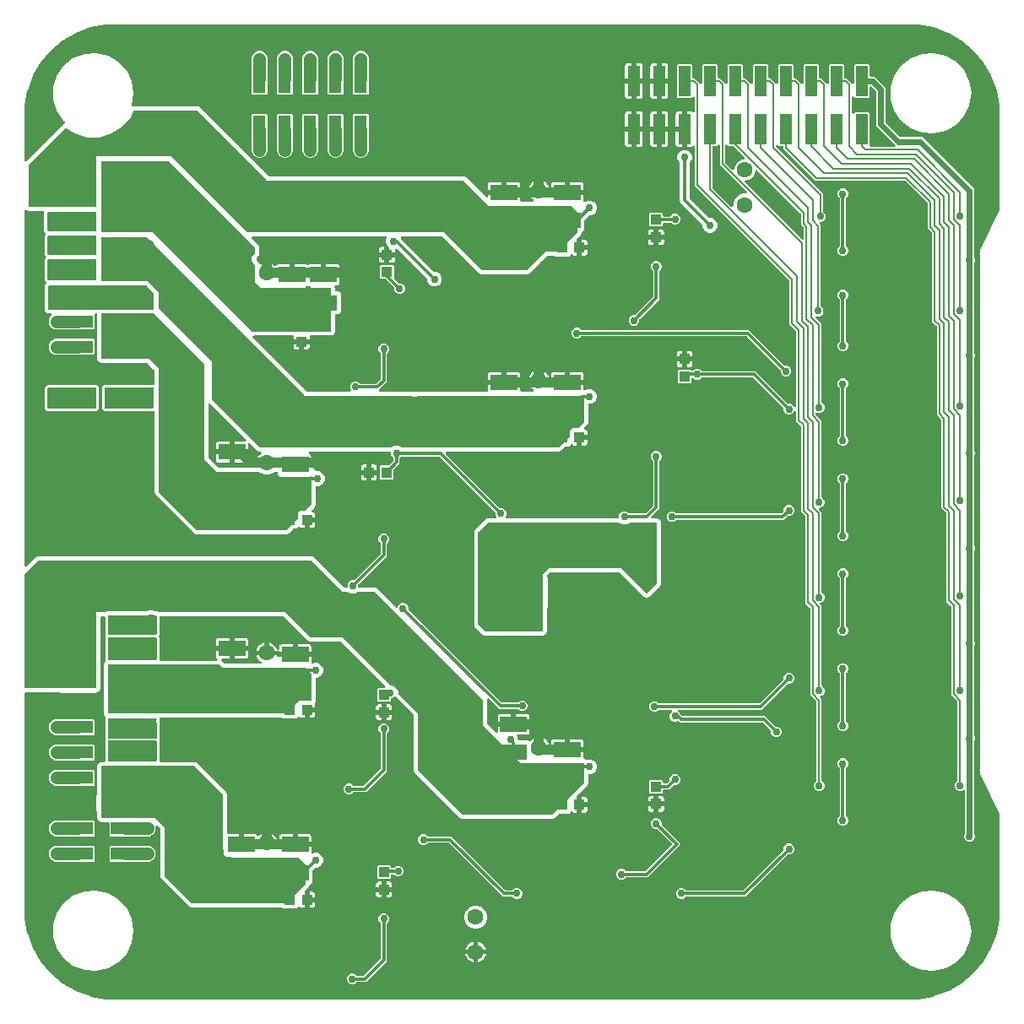
<source format=gbr>
G04 EAGLE Gerber RS-274X export*
G75*
%MOMM*%
%FSLAX34Y34*%
%LPD*%
%INBottom Copper*%
%IPPOS*%
%AMOC8*
5,1,8,0,0,1.08239X$1,22.5*%
G01*
%ADD10R,3.048000X1.270000*%
%ADD11R,1.270000X2.921000*%
%ADD12C,0.808000*%
%ADD13C,1.600000*%
%ADD14R,2.700000X1.600000*%
%ADD15R,1.080000X1.050000*%
%ADD16R,1.050000X1.080000*%
%ADD17R,1.270000X3.048000*%
%ADD18C,0.756400*%
%ADD19C,1.270000*%
%ADD20C,1.016000*%
%ADD21C,0.304800*%
%ADD22C,0.609600*%
%ADD23C,2.540000*%
%ADD24C,0.203200*%

G36*
X900016Y10925D02*
X900016Y10925D01*
X900055Y10924D01*
X907708Y11258D01*
X907711Y11258D01*
X907713Y11258D01*
X907873Y11276D01*
X922947Y13934D01*
X922976Y13943D01*
X923006Y13946D01*
X923160Y13991D01*
X937543Y19226D01*
X937570Y19240D01*
X937600Y19248D01*
X937744Y19320D01*
X950999Y26973D01*
X951023Y26991D01*
X951051Y27004D01*
X951180Y27100D01*
X962905Y36938D01*
X962926Y36960D01*
X962951Y36978D01*
X963062Y37095D01*
X972900Y48820D01*
X972917Y48845D01*
X972938Y48867D01*
X973027Y49001D01*
X980680Y62256D01*
X980692Y62284D01*
X980709Y62309D01*
X980774Y62457D01*
X986009Y76839D01*
X986015Y76869D01*
X986028Y76897D01*
X986066Y77053D01*
X988724Y92127D01*
X988724Y92129D01*
X988725Y92132D01*
X988742Y92292D01*
X989076Y99945D01*
X989075Y99960D01*
X989077Y100000D01*
X989077Y197122D01*
X989070Y197176D01*
X989073Y197230D01*
X989051Y197333D01*
X989037Y197437D01*
X989017Y197488D01*
X989006Y197541D01*
X988943Y197689D01*
X971115Y233346D01*
X971047Y233448D01*
X970984Y233555D01*
X970949Y233594D01*
X970938Y233610D01*
X970923Y233624D01*
X970877Y233675D01*
X970740Y233813D01*
X970074Y235420D01*
X970064Y235439D01*
X970037Y235502D01*
X969259Y237058D01*
X969245Y237252D01*
X969221Y237373D01*
X969204Y237496D01*
X969187Y237545D01*
X969183Y237564D01*
X969174Y237583D01*
X969152Y237648D01*
X969077Y237827D01*
X969077Y239567D01*
X969075Y239589D01*
X969074Y239657D01*
X968951Y241393D01*
X969012Y241577D01*
X969036Y241698D01*
X969067Y241818D01*
X969070Y241870D01*
X969074Y241889D01*
X969073Y241910D01*
X969077Y241979D01*
X969077Y758021D01*
X969062Y758144D01*
X969053Y758267D01*
X969040Y758318D01*
X969037Y758337D01*
X969030Y758357D01*
X969012Y758423D01*
X968951Y758607D01*
X969074Y760343D01*
X969073Y760364D01*
X969077Y760433D01*
X969077Y762173D01*
X969152Y762352D01*
X969184Y762471D01*
X969223Y762588D01*
X969231Y762641D01*
X969236Y762659D01*
X969236Y762680D01*
X969245Y762748D01*
X969259Y762941D01*
X970037Y764498D01*
X970044Y764518D01*
X970074Y764580D01*
X970740Y766187D01*
X970877Y766325D01*
X970953Y766422D01*
X971034Y766515D01*
X971061Y766561D01*
X971072Y766576D01*
X971081Y766595D01*
X971115Y766654D01*
X988943Y802311D01*
X988961Y802362D01*
X988988Y802410D01*
X989014Y802511D01*
X989049Y802611D01*
X989053Y802665D01*
X989067Y802717D01*
X989077Y802878D01*
X989077Y900000D01*
X989075Y900016D01*
X989076Y900055D01*
X988742Y907708D01*
X988742Y907711D01*
X988742Y907713D01*
X988724Y907873D01*
X986066Y922947D01*
X986057Y922976D01*
X986054Y923006D01*
X986009Y923160D01*
X980774Y937543D01*
X980760Y937570D01*
X980752Y937600D01*
X980680Y937744D01*
X973027Y950999D01*
X973009Y951023D01*
X972996Y951051D01*
X972900Y951180D01*
X963062Y962905D01*
X963040Y962926D01*
X963022Y962951D01*
X962905Y963062D01*
X951180Y972900D01*
X951155Y972917D01*
X951133Y972938D01*
X950999Y973027D01*
X937744Y980680D01*
X937716Y980692D01*
X937691Y980709D01*
X937543Y980774D01*
X923160Y986009D01*
X923131Y986015D01*
X923103Y986028D01*
X922947Y986066D01*
X907873Y988724D01*
X907871Y988724D01*
X907868Y988725D01*
X907708Y988742D01*
X900055Y989076D01*
X900040Y989075D01*
X900000Y989077D01*
X100000Y989077D01*
X99984Y989075D01*
X99945Y989076D01*
X92292Y988742D01*
X92289Y988742D01*
X92287Y988742D01*
X92127Y988724D01*
X77053Y986066D01*
X77024Y986057D01*
X76994Y986054D01*
X76840Y986009D01*
X62457Y980774D01*
X62430Y980760D01*
X62400Y980752D01*
X62256Y980680D01*
X49001Y973027D01*
X48977Y973009D01*
X48949Y972996D01*
X48820Y972900D01*
X37095Y963062D01*
X37074Y963040D01*
X37049Y963022D01*
X36938Y962905D01*
X27100Y951180D01*
X27083Y951155D01*
X27062Y951133D01*
X26973Y950999D01*
X19320Y937744D01*
X19308Y937716D01*
X19291Y937691D01*
X19226Y937543D01*
X13991Y923161D01*
X13985Y923131D01*
X13972Y923103D01*
X13934Y922947D01*
X11276Y907873D01*
X11276Y907871D01*
X11275Y907868D01*
X11258Y907708D01*
X10924Y900055D01*
X10925Y900040D01*
X10923Y900000D01*
X10923Y852663D01*
X10940Y852525D01*
X10953Y852387D01*
X10960Y852368D01*
X10963Y852347D01*
X11014Y852218D01*
X11061Y852087D01*
X11072Y852070D01*
X11080Y852052D01*
X11161Y851940D01*
X11239Y851824D01*
X11255Y851811D01*
X11266Y851794D01*
X11374Y851706D01*
X11478Y851614D01*
X11496Y851605D01*
X11511Y851592D01*
X11637Y851532D01*
X11761Y851469D01*
X11781Y851465D01*
X11799Y851456D01*
X11936Y851430D01*
X12071Y851399D01*
X12092Y851400D01*
X12111Y851396D01*
X12250Y851405D01*
X12389Y851409D01*
X12409Y851415D01*
X12429Y851416D01*
X12561Y851459D01*
X12695Y851498D01*
X12712Y851508D01*
X12731Y851514D01*
X12849Y851588D01*
X12969Y851659D01*
X12990Y851678D01*
X13000Y851684D01*
X13014Y851699D01*
X13090Y851766D01*
X13319Y851995D01*
X51146Y889822D01*
X51165Y889847D01*
X51189Y889867D01*
X51263Y889972D01*
X51341Y890073D01*
X51353Y890102D01*
X51371Y890127D01*
X51417Y890248D01*
X51467Y890365D01*
X51472Y890396D01*
X51483Y890425D01*
X51497Y890552D01*
X51517Y890679D01*
X51514Y890710D01*
X51518Y890741D01*
X51500Y890868D01*
X51488Y890996D01*
X51477Y891025D01*
X51473Y891056D01*
X51423Y891175D01*
X51380Y891295D01*
X51363Y891321D01*
X51351Y891350D01*
X51273Y891453D01*
X51201Y891558D01*
X51178Y891579D01*
X51159Y891604D01*
X51040Y891712D01*
X50219Y892367D01*
X43397Y902373D01*
X39827Y913945D01*
X39827Y926055D01*
X43397Y937627D01*
X50219Y947633D01*
X59687Y955183D01*
X70960Y959608D01*
X83036Y960513D01*
X94842Y957818D01*
X105330Y951763D01*
X113567Y942886D01*
X118822Y931975D01*
X120626Y920000D01*
X118815Y907985D01*
X118814Y907930D01*
X118804Y907876D01*
X118810Y907772D01*
X118808Y907667D01*
X118820Y907614D01*
X118824Y907559D01*
X118856Y907460D01*
X118879Y907357D01*
X118905Y907309D01*
X118922Y907257D01*
X118978Y907168D01*
X119026Y907075D01*
X119062Y907034D01*
X119092Y906988D01*
X119168Y906916D01*
X119238Y906838D01*
X119283Y906808D01*
X119323Y906770D01*
X119415Y906719D01*
X119502Y906661D01*
X119554Y906643D01*
X119602Y906616D01*
X119703Y906590D01*
X119802Y906555D01*
X119857Y906551D01*
X119910Y906537D01*
X120071Y906527D01*
X185110Y906527D01*
X186884Y905792D01*
X255628Y837048D01*
X255706Y836988D01*
X255778Y836920D01*
X255831Y836891D01*
X255879Y836854D01*
X255970Y836814D01*
X256056Y836766D01*
X256115Y836751D01*
X256171Y836727D01*
X256269Y836712D01*
X256364Y836687D01*
X256464Y836681D01*
X256485Y836677D01*
X256497Y836679D01*
X256525Y836677D01*
X451810Y836677D01*
X453584Y835942D01*
X455120Y834406D01*
X473918Y815608D01*
X474027Y815523D01*
X474134Y815435D01*
X474153Y815426D01*
X474169Y815414D01*
X474297Y815358D01*
X474422Y815299D01*
X474442Y815295D01*
X474461Y815287D01*
X474599Y815265D01*
X474735Y815239D01*
X474755Y815241D01*
X474775Y815237D01*
X474914Y815250D01*
X475052Y815259D01*
X475071Y815265D01*
X475091Y815267D01*
X475223Y815314D01*
X475354Y815357D01*
X475372Y815368D01*
X475391Y815375D01*
X475506Y815453D01*
X475623Y815527D01*
X475637Y815542D01*
X475654Y815553D01*
X475746Y815657D01*
X475841Y815759D01*
X475851Y815777D01*
X475864Y815792D01*
X475928Y815916D01*
X475995Y816037D01*
X476000Y816057D01*
X476009Y816075D01*
X476039Y816211D01*
X476074Y816345D01*
X476076Y816373D01*
X476079Y816385D01*
X476078Y816406D01*
X476084Y816506D01*
X476084Y817911D01*
X490855Y817911D01*
X490973Y817926D01*
X491092Y817933D01*
X491130Y817946D01*
X491170Y817951D01*
X491281Y817994D01*
X491394Y818031D01*
X491429Y818053D01*
X491466Y818068D01*
X491562Y818138D01*
X491663Y818201D01*
X491691Y818231D01*
X491723Y818255D01*
X491799Y818346D01*
X491881Y818433D01*
X491900Y818468D01*
X491926Y818499D01*
X491977Y818607D01*
X492034Y818711D01*
X492045Y818751D01*
X492062Y818787D01*
X492084Y818904D01*
X492114Y819019D01*
X492118Y819080D01*
X492122Y819100D01*
X492120Y819120D01*
X492124Y819180D01*
X492124Y820451D01*
X492126Y820451D01*
X492126Y819180D01*
X492141Y819062D01*
X492148Y818943D01*
X492161Y818905D01*
X492166Y818865D01*
X492210Y818754D01*
X492246Y818641D01*
X492268Y818606D01*
X492283Y818569D01*
X492353Y818473D01*
X492416Y818372D01*
X492446Y818344D01*
X492470Y818311D01*
X492561Y818236D01*
X492648Y818154D01*
X492683Y818134D01*
X492715Y818109D01*
X492822Y818058D01*
X492926Y818000D01*
X492966Y817990D01*
X493002Y817973D01*
X493119Y817951D01*
X493234Y817921D01*
X493295Y817917D01*
X493315Y817913D01*
X493335Y817915D01*
X493395Y817911D01*
X508166Y817911D01*
X508166Y812546D01*
X508181Y812428D01*
X508188Y812309D01*
X508201Y812271D01*
X508206Y812230D01*
X508249Y812120D01*
X508286Y812007D01*
X508308Y811972D01*
X508323Y811935D01*
X508392Y811839D01*
X508456Y811738D01*
X508486Y811710D01*
X508509Y811677D01*
X508601Y811601D01*
X508688Y811520D01*
X508723Y811500D01*
X508754Y811475D01*
X508862Y811424D01*
X508966Y811366D01*
X509006Y811356D01*
X509042Y811339D01*
X509159Y811317D01*
X509274Y811287D01*
X509334Y811283D01*
X509354Y811279D01*
X509375Y811281D01*
X509435Y811277D01*
X520469Y811277D01*
X520548Y811287D01*
X520628Y811287D01*
X520705Y811307D01*
X520785Y811317D01*
X520859Y811346D01*
X520936Y811366D01*
X521006Y811404D01*
X521080Y811434D01*
X521145Y811480D01*
X521215Y811519D01*
X521273Y811573D01*
X521338Y811620D01*
X521388Y811682D01*
X521446Y811736D01*
X521489Y811804D01*
X521540Y811865D01*
X521574Y811937D01*
X521617Y812005D01*
X521642Y812081D01*
X521676Y812153D01*
X521691Y812231D01*
X521716Y812307D01*
X521721Y812387D01*
X521736Y812465D01*
X521731Y812545D01*
X521736Y812625D01*
X521721Y812703D01*
X521716Y812783D01*
X521691Y812859D01*
X521677Y812937D01*
X521643Y813009D01*
X521618Y813085D01*
X521575Y813153D01*
X521541Y813225D01*
X521491Y813286D01*
X521448Y813354D01*
X521390Y813409D01*
X521339Y813470D01*
X521217Y813571D01*
X521216Y813572D01*
X521215Y813573D01*
X520183Y814323D01*
X519010Y815496D01*
X518035Y816838D01*
X517282Y818316D01*
X516769Y819894D01*
X516734Y820113D01*
X526070Y820113D01*
X526188Y820128D01*
X526307Y820136D01*
X526345Y820148D01*
X526385Y820153D01*
X526496Y820197D01*
X526609Y820234D01*
X526643Y820255D01*
X526681Y820270D01*
X526777Y820340D01*
X526878Y820404D01*
X526906Y820433D01*
X526938Y820457D01*
X527014Y820549D01*
X527046Y820583D01*
X527051Y820574D01*
X527081Y820547D01*
X527105Y820514D01*
X527196Y820438D01*
X527283Y820356D01*
X527318Y820337D01*
X527350Y820311D01*
X527457Y820260D01*
X527562Y820203D01*
X527601Y820193D01*
X527637Y820176D01*
X527754Y820153D01*
X527870Y820123D01*
X527930Y820120D01*
X527950Y820116D01*
X527970Y820117D01*
X528030Y820113D01*
X537366Y820113D01*
X537331Y819894D01*
X537227Y819572D01*
X537197Y819417D01*
X537167Y819261D01*
X537167Y819260D01*
X537178Y819083D01*
X537187Y818943D01*
X537248Y818754D01*
X537285Y818641D01*
X537285Y818640D01*
X537374Y818499D01*
X537455Y818372D01*
X537455Y818371D01*
X537563Y818270D01*
X537687Y818154D01*
X537828Y818076D01*
X537965Y818000D01*
X537966Y818000D01*
X538136Y817956D01*
X538273Y817921D01*
X538274Y817921D01*
X538434Y817911D01*
X554355Y817911D01*
X554473Y817926D01*
X554592Y817933D01*
X554630Y817946D01*
X554670Y817951D01*
X554781Y817994D01*
X554894Y818031D01*
X554929Y818053D01*
X554966Y818068D01*
X555062Y818138D01*
X555163Y818201D01*
X555191Y818231D01*
X555223Y818255D01*
X555299Y818346D01*
X555381Y818433D01*
X555400Y818468D01*
X555426Y818499D01*
X555477Y818607D01*
X555534Y818711D01*
X555545Y818751D01*
X555562Y818787D01*
X555584Y818904D01*
X555614Y819019D01*
X555618Y819080D01*
X555622Y819100D01*
X555620Y819120D01*
X555624Y819180D01*
X555624Y820451D01*
X555626Y820451D01*
X555626Y819180D01*
X555641Y819062D01*
X555648Y818943D01*
X555661Y818905D01*
X555666Y818865D01*
X555710Y818754D01*
X555746Y818641D01*
X555768Y818606D01*
X555783Y818569D01*
X555853Y818473D01*
X555916Y818372D01*
X555946Y818344D01*
X555970Y818311D01*
X556061Y818236D01*
X556148Y818154D01*
X556183Y818134D01*
X556215Y818109D01*
X556322Y818058D01*
X556426Y818000D01*
X556466Y817990D01*
X556502Y817973D01*
X556619Y817951D01*
X556734Y817921D01*
X556795Y817917D01*
X556815Y817913D01*
X556835Y817915D01*
X556895Y817911D01*
X571666Y817911D01*
X571666Y812121D01*
X571683Y811983D01*
X571696Y811844D01*
X571703Y811825D01*
X571706Y811805D01*
X571757Y811676D01*
X571804Y811545D01*
X571815Y811528D01*
X571823Y811510D01*
X571904Y811397D01*
X571983Y811282D01*
X571998Y811269D01*
X572009Y811252D01*
X572117Y811164D01*
X572221Y811071D01*
X572239Y811062D01*
X572254Y811050D01*
X572380Y810990D01*
X572505Y810927D01*
X572524Y810923D01*
X572542Y810914D01*
X572678Y810888D01*
X572815Y810857D01*
X572835Y810858D01*
X572854Y810854D01*
X572993Y810863D01*
X573133Y810867D01*
X573152Y810873D01*
X573172Y810874D01*
X573304Y810917D01*
X573438Y810956D01*
X573455Y810966D01*
X573474Y810972D01*
X573572Y811034D01*
X576390Y812201D01*
X579310Y812201D01*
X582007Y811084D01*
X584071Y809020D01*
X585189Y806322D01*
X585189Y803403D01*
X584071Y800705D01*
X582007Y798641D01*
X579310Y797524D01*
X578222Y797524D01*
X578124Y797511D01*
X578025Y797508D01*
X577967Y797492D01*
X577907Y797484D01*
X577815Y797447D01*
X577720Y797420D01*
X577667Y797389D01*
X577611Y797367D01*
X577531Y797309D01*
X577446Y797258D01*
X577370Y797192D01*
X577354Y797180D01*
X577346Y797171D01*
X577325Y797152D01*
X573053Y792881D01*
X572993Y792802D01*
X572925Y792730D01*
X572896Y792677D01*
X572859Y792629D01*
X572819Y792539D01*
X572771Y792452D01*
X572756Y792393D01*
X572732Y792338D01*
X572717Y792240D01*
X572692Y792144D01*
X572686Y792044D01*
X572682Y792024D01*
X572684Y792011D01*
X572682Y791983D01*
X572682Y782977D01*
X570284Y780579D01*
X570278Y780571D01*
X570271Y780566D01*
X570181Y780447D01*
X570089Y780328D01*
X570085Y780319D01*
X570080Y780312D01*
X570009Y780167D01*
X569242Y778316D01*
X565383Y774457D01*
X565322Y774378D01*
X565254Y774306D01*
X565225Y774253D01*
X565188Y774205D01*
X565148Y774114D01*
X565100Y774028D01*
X565085Y773969D01*
X565061Y773913D01*
X565046Y773815D01*
X565021Y773720D01*
X565015Y773620D01*
X565011Y773599D01*
X565013Y773587D01*
X565011Y773559D01*
X565011Y766445D01*
X565026Y766327D01*
X565033Y766208D01*
X565046Y766170D01*
X565051Y766130D01*
X565094Y766019D01*
X565131Y765906D01*
X565153Y765871D01*
X565168Y765834D01*
X565238Y765738D01*
X565301Y765637D01*
X565331Y765609D01*
X565355Y765577D01*
X565446Y765501D01*
X565533Y765419D01*
X565568Y765400D01*
X565599Y765374D01*
X565707Y765323D01*
X565811Y765266D01*
X565851Y765255D01*
X565887Y765238D01*
X566004Y765216D01*
X566119Y765186D01*
X566180Y765182D01*
X566200Y765178D01*
X566220Y765180D01*
X566280Y765176D01*
X567551Y765176D01*
X567551Y765174D01*
X566280Y765174D01*
X566162Y765159D01*
X566043Y765152D01*
X566005Y765139D01*
X565965Y765134D01*
X565854Y765090D01*
X565741Y765054D01*
X565706Y765032D01*
X565669Y765017D01*
X565573Y764947D01*
X565472Y764884D01*
X565444Y764854D01*
X565411Y764830D01*
X565336Y764739D01*
X565254Y764652D01*
X565234Y764617D01*
X565209Y764585D01*
X565158Y764478D01*
X565100Y764374D01*
X565090Y764334D01*
X565073Y764298D01*
X565051Y764181D01*
X565021Y764066D01*
X565017Y764005D01*
X565013Y763985D01*
X565015Y763965D01*
X565011Y763905D01*
X565011Y757234D01*
X561966Y757234D01*
X561319Y757407D01*
X560740Y757742D01*
X560416Y758066D01*
X560322Y758139D01*
X560233Y758218D01*
X560197Y758236D01*
X560165Y758261D01*
X560055Y758308D01*
X559949Y758362D01*
X559910Y758371D01*
X559873Y758387D01*
X559755Y758406D01*
X559639Y758432D01*
X559599Y758431D01*
X559559Y758437D01*
X559440Y758426D01*
X559321Y758422D01*
X559282Y758411D01*
X559242Y758407D01*
X559130Y758367D01*
X559016Y758334D01*
X558981Y758313D01*
X558943Y758300D01*
X558844Y758233D01*
X558742Y758172D01*
X558697Y758133D01*
X558680Y758121D01*
X558666Y758106D01*
X558621Y758066D01*
X556773Y756218D01*
X543327Y756218D01*
X542744Y756801D01*
X542665Y756862D01*
X542593Y756930D01*
X542540Y756959D01*
X542492Y756996D01*
X542401Y757036D01*
X542315Y757084D01*
X542256Y757099D01*
X542200Y757123D01*
X542102Y757138D01*
X542007Y757163D01*
X541907Y757169D01*
X541886Y757173D01*
X541874Y757171D01*
X541846Y757173D01*
X535925Y757173D01*
X535827Y757161D01*
X535728Y757158D01*
X535670Y757141D01*
X535610Y757133D01*
X535517Y757097D01*
X535422Y757069D01*
X535370Y757039D01*
X535314Y757016D01*
X535234Y756958D01*
X535148Y756908D01*
X535073Y756842D01*
X535056Y756830D01*
X535049Y756820D01*
X535028Y756802D01*
X517084Y738858D01*
X515310Y738123D01*
X468940Y738123D01*
X467166Y738858D01*
X430172Y775852D01*
X430094Y775912D01*
X430022Y775980D01*
X429969Y776009D01*
X429921Y776046D01*
X429830Y776086D01*
X429744Y776134D01*
X429685Y776149D01*
X429629Y776173D01*
X429531Y776188D01*
X429436Y776213D01*
X429336Y776219D01*
X429315Y776223D01*
X429303Y776221D01*
X429275Y776223D01*
X389726Y776223D01*
X389589Y776206D01*
X389450Y776193D01*
X389431Y776186D01*
X389411Y776183D01*
X389282Y776132D01*
X389151Y776085D01*
X389134Y776074D01*
X389115Y776066D01*
X389003Y775985D01*
X388887Y775907D01*
X388874Y775891D01*
X388858Y775880D01*
X388769Y775772D01*
X388677Y775668D01*
X388668Y775650D01*
X388655Y775635D01*
X388596Y775509D01*
X388532Y775385D01*
X388528Y775365D01*
X388519Y775347D01*
X388493Y775211D01*
X388463Y775075D01*
X388463Y775054D01*
X388460Y775035D01*
X388468Y774896D01*
X388472Y774757D01*
X388478Y774737D01*
X388479Y774717D01*
X388522Y774585D01*
X388561Y774451D01*
X388571Y774434D01*
X388577Y774415D01*
X388652Y774297D01*
X388722Y774177D01*
X388741Y774156D01*
X388747Y774146D01*
X388762Y774132D01*
X388829Y774057D01*
X421750Y741135D01*
X421828Y741075D01*
X421900Y741007D01*
X421953Y740978D01*
X422001Y740941D01*
X422092Y740901D01*
X422179Y740853D01*
X422237Y740838D01*
X422293Y740814D01*
X422391Y740799D01*
X422487Y740774D01*
X422587Y740768D01*
X422607Y740764D01*
X422619Y740766D01*
X422647Y740764D01*
X423735Y740764D01*
X426432Y739646D01*
X428496Y737582D01*
X429614Y734885D01*
X429614Y731965D01*
X428496Y729268D01*
X426432Y727204D01*
X423735Y726086D01*
X420815Y726086D01*
X418118Y727204D01*
X416054Y729268D01*
X414936Y731965D01*
X414936Y733053D01*
X414924Y733151D01*
X414921Y733250D01*
X414904Y733308D01*
X414896Y733368D01*
X414860Y733460D01*
X414832Y733555D01*
X414802Y733608D01*
X414779Y733664D01*
X414721Y733744D01*
X414671Y733829D01*
X414605Y733905D01*
X414593Y733921D01*
X414583Y733929D01*
X414565Y733950D01*
X384757Y763757D01*
X384648Y763843D01*
X384541Y763931D01*
X384522Y763940D01*
X384506Y763952D01*
X384378Y764008D01*
X384253Y764067D01*
X384233Y764070D01*
X384214Y764079D01*
X384076Y764100D01*
X383940Y764126D01*
X383920Y764125D01*
X383900Y764128D01*
X383761Y764115D01*
X383623Y764107D01*
X383604Y764101D01*
X383584Y764099D01*
X383452Y764051D01*
X383321Y764009D01*
X383303Y763998D01*
X383284Y763991D01*
X383169Y763913D01*
X383052Y763839D01*
X383038Y763824D01*
X383021Y763812D01*
X382929Y763708D01*
X382834Y763607D01*
X382824Y763589D01*
X382811Y763574D01*
X382747Y763450D01*
X382680Y763328D01*
X382675Y763309D01*
X382666Y763291D01*
X382636Y763155D01*
X382601Y763020D01*
X382599Y762992D01*
X382596Y762980D01*
X382597Y762960D01*
X382591Y762860D01*
X382591Y760589D01*
X377189Y760589D01*
X377189Y764432D01*
X377177Y764530D01*
X377174Y764629D01*
X377157Y764687D01*
X377149Y764747D01*
X377113Y764839D01*
X377085Y764934D01*
X377055Y764986D01*
X377032Y765043D01*
X376974Y765123D01*
X376924Y765208D01*
X376857Y765284D01*
X376845Y765300D01*
X376836Y765308D01*
X376817Y765329D01*
X374779Y767368D01*
X373661Y770065D01*
X373661Y772985D01*
X374276Y774468D01*
X374289Y774516D01*
X374310Y774561D01*
X374331Y774669D01*
X374360Y774775D01*
X374360Y774825D01*
X374370Y774874D01*
X374363Y774983D01*
X374365Y775093D01*
X374353Y775141D01*
X374350Y775191D01*
X374316Y775295D01*
X374291Y775402D01*
X374267Y775446D01*
X374252Y775493D01*
X374193Y775586D01*
X374142Y775683D01*
X374109Y775720D01*
X374082Y775762D01*
X374002Y775837D01*
X373928Y775919D01*
X373886Y775946D01*
X373850Y775980D01*
X373754Y776033D01*
X373662Y776093D01*
X373615Y776110D01*
X373572Y776134D01*
X373465Y776161D01*
X373361Y776197D01*
X373312Y776201D01*
X373264Y776213D01*
X373103Y776223D01*
X240142Y776223D01*
X240004Y776206D01*
X239866Y776193D01*
X239847Y776186D01*
X239826Y776183D01*
X239697Y776132D01*
X239566Y776085D01*
X239550Y776074D01*
X239531Y776066D01*
X239418Y775985D01*
X239303Y775907D01*
X239290Y775891D01*
X239273Y775880D01*
X239185Y775772D01*
X239093Y775668D01*
X239084Y775650D01*
X239071Y775635D01*
X239011Y775509D01*
X238948Y775385D01*
X238944Y775365D01*
X238935Y775347D01*
X238909Y775211D01*
X238878Y775075D01*
X238879Y775054D01*
X238875Y775035D01*
X238884Y774896D01*
X238888Y774757D01*
X238894Y774737D01*
X238895Y774717D01*
X238938Y774585D01*
X238977Y774451D01*
X238987Y774434D01*
X238993Y774415D01*
X239068Y774296D01*
X239138Y774177D01*
X239157Y774156D01*
X239163Y774146D01*
X239178Y774132D01*
X239244Y774057D01*
X243856Y769445D01*
X245392Y767909D01*
X246127Y766135D01*
X246127Y749612D01*
X246132Y749573D01*
X246129Y749533D01*
X246145Y749448D01*
X246149Y749389D01*
X246159Y749360D01*
X246167Y749297D01*
X246181Y749260D01*
X246189Y749221D01*
X246237Y749118D01*
X246247Y749087D01*
X246254Y749076D01*
X246284Y749001D01*
X246307Y748969D01*
X246324Y748933D01*
X246400Y748841D01*
X246470Y748744D01*
X246501Y748718D01*
X246526Y748688D01*
X246623Y748617D01*
X246715Y748541D01*
X246751Y748524D01*
X246784Y748501D01*
X246895Y748456D01*
X247003Y748405D01*
X247042Y748398D01*
X247079Y748383D01*
X247198Y748368D01*
X247315Y748346D01*
X247355Y748348D01*
X247395Y748343D01*
X247513Y748358D01*
X247633Y748365D01*
X247671Y748378D01*
X247710Y748383D01*
X247822Y748427D01*
X247935Y748463D01*
X247969Y748485D01*
X248006Y748499D01*
X248142Y748586D01*
X248476Y748828D01*
X249954Y749581D01*
X251532Y750094D01*
X251751Y750128D01*
X251751Y740793D01*
X251766Y740674D01*
X251773Y740556D01*
X251785Y740517D01*
X251791Y740477D01*
X251834Y740366D01*
X251871Y740253D01*
X251893Y740219D01*
X251908Y740181D01*
X251977Y740085D01*
X252041Y739985D01*
X252071Y739957D01*
X252094Y739924D01*
X252186Y739848D01*
X252273Y739767D01*
X252308Y739747D01*
X252339Y739721D01*
X252447Y739671D01*
X252551Y739613D01*
X252591Y739603D01*
X252627Y739586D01*
X252744Y739563D01*
X252859Y739534D01*
X252919Y739530D01*
X252939Y739526D01*
X252960Y739527D01*
X253020Y739523D01*
X253711Y739523D01*
X253711Y738832D01*
X253726Y738714D01*
X253733Y738596D01*
X253746Y738557D01*
X253751Y738517D01*
X253795Y738406D01*
X253831Y738293D01*
X253853Y738259D01*
X253868Y738221D01*
X253938Y738125D01*
X254001Y738024D01*
X254031Y737997D01*
X254055Y737964D01*
X254146Y737888D01*
X254233Y737806D01*
X254268Y737787D01*
X254300Y737761D01*
X254407Y737710D01*
X254512Y737653D01*
X254551Y737643D01*
X254587Y737626D01*
X254704Y737603D01*
X254820Y737573D01*
X254880Y737570D01*
X254900Y737566D01*
X254920Y737567D01*
X254980Y737563D01*
X264316Y737563D01*
X264281Y737344D01*
X264177Y737022D01*
X264140Y736829D01*
X264117Y736711D01*
X264117Y736710D01*
X264128Y736528D01*
X264137Y736393D01*
X264137Y736392D01*
X264189Y736233D01*
X264235Y736091D01*
X264235Y736090D01*
X264326Y735947D01*
X264405Y735822D01*
X264405Y735821D01*
X264535Y735699D01*
X264637Y735604D01*
X264793Y735518D01*
X264915Y735450D01*
X264916Y735450D01*
X265074Y735409D01*
X265223Y735371D01*
X265224Y735371D01*
X265384Y735361D01*
X278130Y735361D01*
X278248Y735376D01*
X278367Y735383D01*
X278405Y735396D01*
X278445Y735401D01*
X278556Y735444D01*
X278669Y735481D01*
X278704Y735503D01*
X278741Y735518D01*
X278837Y735588D01*
X278938Y735651D01*
X278966Y735681D01*
X278998Y735705D01*
X279074Y735796D01*
X279156Y735883D01*
X279175Y735918D01*
X279201Y735949D01*
X279252Y736057D01*
X279309Y736161D01*
X279320Y736201D01*
X279337Y736237D01*
X279359Y736354D01*
X279389Y736469D01*
X279393Y736530D01*
X279397Y736550D01*
X279395Y736570D01*
X279399Y736630D01*
X279399Y737901D01*
X279401Y737901D01*
X279401Y736630D01*
X279416Y736512D01*
X279423Y736393D01*
X279436Y736355D01*
X279441Y736315D01*
X279485Y736204D01*
X279521Y736091D01*
X279543Y736056D01*
X279558Y736019D01*
X279628Y735923D01*
X279691Y735822D01*
X279721Y735794D01*
X279745Y735761D01*
X279836Y735686D01*
X279923Y735604D01*
X279958Y735584D01*
X279990Y735559D01*
X280097Y735508D01*
X280201Y735450D01*
X280241Y735440D01*
X280277Y735423D01*
X280394Y735401D01*
X280509Y735371D01*
X280570Y735367D01*
X280590Y735363D01*
X280610Y735365D01*
X280670Y735361D01*
X309880Y735361D01*
X309998Y735376D01*
X310117Y735383D01*
X310155Y735396D01*
X310195Y735401D01*
X310306Y735444D01*
X310419Y735481D01*
X310454Y735503D01*
X310491Y735518D01*
X310587Y735588D01*
X310688Y735651D01*
X310716Y735681D01*
X310748Y735705D01*
X310824Y735796D01*
X310906Y735883D01*
X310925Y735918D01*
X310951Y735949D01*
X311002Y736057D01*
X311059Y736161D01*
X311070Y736201D01*
X311087Y736237D01*
X311109Y736354D01*
X311139Y736469D01*
X311143Y736530D01*
X311147Y736550D01*
X311145Y736570D01*
X311149Y736630D01*
X311149Y737901D01*
X311151Y737901D01*
X311151Y736630D01*
X311166Y736512D01*
X311173Y736393D01*
X311186Y736355D01*
X311191Y736315D01*
X311235Y736204D01*
X311271Y736091D01*
X311293Y736056D01*
X311308Y736019D01*
X311378Y735923D01*
X311441Y735822D01*
X311471Y735794D01*
X311495Y735761D01*
X311586Y735686D01*
X311673Y735604D01*
X311708Y735584D01*
X311740Y735559D01*
X311847Y735508D01*
X311951Y735450D01*
X311991Y735440D01*
X312027Y735423D01*
X312144Y735401D01*
X312259Y735371D01*
X312320Y735367D01*
X312340Y735363D01*
X312360Y735365D01*
X312420Y735361D01*
X327191Y735361D01*
X327191Y729566D01*
X327018Y728919D01*
X326683Y728340D01*
X326210Y727867D01*
X325631Y727532D01*
X324984Y727359D01*
X323191Y727359D01*
X323142Y727353D01*
X323092Y727355D01*
X322985Y727333D01*
X322876Y727319D01*
X322829Y727301D01*
X322781Y727291D01*
X322682Y727243D01*
X322580Y727202D01*
X322540Y727173D01*
X322495Y727151D01*
X322411Y727080D01*
X322323Y727016D01*
X322291Y726977D01*
X322253Y726945D01*
X322190Y726855D01*
X322120Y726771D01*
X322099Y726726D01*
X322070Y726685D01*
X322031Y726582D01*
X321984Y726483D01*
X321975Y726434D01*
X321957Y726388D01*
X321945Y726278D01*
X321924Y726171D01*
X321927Y726121D01*
X321922Y726072D01*
X321937Y725963D01*
X321944Y725853D01*
X321959Y725806D01*
X321966Y725757D01*
X322018Y725604D01*
X322327Y724860D01*
X322327Y722726D01*
X322342Y722608D01*
X322349Y722489D01*
X322362Y722451D01*
X322367Y722410D01*
X322410Y722300D01*
X322447Y722187D01*
X322469Y722152D01*
X322484Y722115D01*
X322553Y722019D01*
X322617Y721918D01*
X322647Y721890D01*
X322670Y721857D01*
X322762Y721781D01*
X322849Y721700D01*
X322884Y721680D01*
X322915Y721655D01*
X323023Y721604D01*
X323127Y721546D01*
X323167Y721536D01*
X323203Y721519D01*
X323320Y721497D01*
X323435Y721467D01*
X323495Y721463D01*
X323515Y721459D01*
X323536Y721461D01*
X323596Y721457D01*
X326123Y721457D01*
X328207Y719373D01*
X328207Y700427D01*
X326123Y698343D01*
X323596Y698343D01*
X323478Y698328D01*
X323359Y698321D01*
X323321Y698308D01*
X323280Y698303D01*
X323170Y698260D01*
X323057Y698223D01*
X323022Y698201D01*
X322985Y698186D01*
X322889Y698117D01*
X322788Y698053D01*
X322760Y698023D01*
X322727Y698000D01*
X322651Y697908D01*
X322570Y697821D01*
X322550Y697786D01*
X322525Y697755D01*
X322474Y697647D01*
X322416Y697543D01*
X322406Y697503D01*
X322389Y697467D01*
X322367Y697350D01*
X322337Y697235D01*
X322333Y697175D01*
X322329Y697155D01*
X322331Y697134D01*
X322327Y697074D01*
X322327Y680799D01*
X321592Y679025D01*
X320234Y677667D01*
X318460Y676932D01*
X298135Y676932D01*
X298017Y676917D01*
X297898Y676910D01*
X297860Y676897D01*
X297819Y676892D01*
X297709Y676848D01*
X297596Y676812D01*
X297561Y676790D01*
X297524Y676775D01*
X297428Y676705D01*
X297327Y676642D01*
X297299Y676612D01*
X297266Y676588D01*
X297190Y676497D01*
X297109Y676410D01*
X297089Y676375D01*
X297064Y676343D01*
X297013Y676236D01*
X296955Y676132D01*
X296945Y676092D01*
X296928Y676056D01*
X296906Y675939D01*
X296876Y675824D01*
X296872Y675763D01*
X296868Y675743D01*
X296870Y675723D01*
X296866Y675663D01*
X296866Y673239D01*
X290195Y673239D01*
X290077Y673224D01*
X289958Y673217D01*
X289920Y673204D01*
X289880Y673199D01*
X289769Y673155D01*
X289656Y673119D01*
X289621Y673097D01*
X289584Y673082D01*
X289488Y673012D01*
X289387Y672949D01*
X289359Y672919D01*
X289327Y672895D01*
X289251Y672804D01*
X289169Y672717D01*
X289150Y672682D01*
X289124Y672650D01*
X289073Y672543D01*
X289016Y672439D01*
X289005Y672399D01*
X288988Y672363D01*
X288966Y672246D01*
X288936Y672131D01*
X288932Y672070D01*
X288928Y672050D01*
X288930Y672030D01*
X288926Y671970D01*
X288926Y670699D01*
X288924Y670699D01*
X288924Y671970D01*
X288909Y672088D01*
X288902Y672207D01*
X288889Y672245D01*
X288884Y672285D01*
X288840Y672396D01*
X288804Y672509D01*
X288782Y672544D01*
X288767Y672581D01*
X288697Y672677D01*
X288634Y672778D01*
X288604Y672806D01*
X288580Y672838D01*
X288489Y672914D01*
X288402Y672996D01*
X288367Y673015D01*
X288335Y673041D01*
X288228Y673092D01*
X288124Y673149D01*
X288084Y673160D01*
X288048Y673177D01*
X287931Y673199D01*
X287816Y673229D01*
X287755Y673233D01*
X287735Y673237D01*
X287715Y673235D01*
X287655Y673239D01*
X280984Y673239D01*
X280984Y675663D01*
X280969Y675781D01*
X280962Y675900D01*
X280949Y675938D01*
X280944Y675978D01*
X280901Y676089D01*
X280864Y676202D01*
X280842Y676237D01*
X280827Y676274D01*
X280758Y676370D01*
X280694Y676471D01*
X280664Y676499D01*
X280641Y676531D01*
X280549Y676607D01*
X280462Y676689D01*
X280427Y676708D01*
X280396Y676734D01*
X280288Y676785D01*
X280184Y676842D01*
X280144Y676853D01*
X280108Y676870D01*
X279991Y676892D01*
X279876Y676922D01*
X279816Y676926D01*
X279796Y676930D01*
X279775Y676928D01*
X279715Y676932D01*
X241008Y676932D01*
X240871Y676915D01*
X240732Y676902D01*
X240713Y676895D01*
X240693Y676892D01*
X240564Y676841D01*
X240432Y676794D01*
X240416Y676783D01*
X240397Y676775D01*
X240285Y676694D01*
X240169Y676616D01*
X240156Y676600D01*
X240140Y676588D01*
X240051Y676481D01*
X239959Y676377D01*
X239950Y676359D01*
X239937Y676343D01*
X239877Y676217D01*
X239814Y676094D01*
X239810Y676074D01*
X239801Y676056D01*
X239775Y675920D01*
X239745Y675784D01*
X239745Y675763D01*
X239741Y675743D01*
X239750Y675605D01*
X239754Y675466D01*
X239760Y675446D01*
X239761Y675426D01*
X239804Y675294D01*
X239843Y675160D01*
X239853Y675143D01*
X239859Y675123D01*
X239934Y675006D01*
X240004Y674886D01*
X240023Y674865D01*
X240029Y674855D01*
X240044Y674841D01*
X240111Y674765D01*
X293728Y621148D01*
X293806Y621088D01*
X293878Y621020D01*
X293931Y620991D01*
X293979Y620954D01*
X294070Y620914D01*
X294156Y620866D01*
X294215Y620851D01*
X294271Y620827D01*
X294369Y620812D01*
X294464Y620787D01*
X294564Y620781D01*
X294585Y620777D01*
X294597Y620779D01*
X294625Y620777D01*
X337203Y620777D01*
X337252Y620783D01*
X337301Y620781D01*
X337409Y620803D01*
X337518Y620817D01*
X337564Y620835D01*
X337613Y620845D01*
X337712Y620893D01*
X337814Y620934D01*
X337854Y620963D01*
X337899Y620985D01*
X337982Y621056D01*
X338071Y621120D01*
X338103Y621159D01*
X338141Y621191D01*
X338204Y621281D01*
X338274Y621365D01*
X338295Y621410D01*
X338324Y621451D01*
X338363Y621554D01*
X338409Y621653D01*
X338419Y621702D01*
X338436Y621748D01*
X338449Y621858D01*
X338469Y621965D01*
X338466Y622015D01*
X338472Y622064D01*
X338456Y622173D01*
X338449Y622283D01*
X338434Y622330D01*
X338427Y622379D01*
X338375Y622532D01*
X337593Y624419D01*
X337593Y626531D01*
X338401Y628481D01*
X339894Y629974D01*
X341844Y630782D01*
X343956Y630782D01*
X345906Y629974D01*
X346984Y628895D01*
X347063Y628835D01*
X347135Y628767D01*
X347188Y628738D01*
X347236Y628701D01*
X347327Y628661D01*
X347413Y628613D01*
X347472Y628598D01*
X347528Y628574D01*
X347625Y628559D01*
X347721Y628534D01*
X347821Y628528D01*
X347842Y628524D01*
X347854Y628526D01*
X347882Y628524D01*
X363336Y628524D01*
X363435Y628536D01*
X363534Y628539D01*
X363592Y628556D01*
X363652Y628564D01*
X363744Y628600D01*
X363839Y628628D01*
X363891Y628658D01*
X363948Y628681D01*
X364028Y628739D01*
X364113Y628789D01*
X364188Y628855D01*
X364205Y628867D01*
X364213Y628877D01*
X364234Y628895D01*
X368055Y632716D01*
X368115Y632794D01*
X368183Y632866D01*
X368212Y632919D01*
X368249Y632967D01*
X368289Y633058D01*
X368337Y633145D01*
X368352Y633204D01*
X368376Y633259D01*
X368391Y633357D01*
X368416Y633453D01*
X368422Y633553D01*
X368426Y633573D01*
X368424Y633586D01*
X368426Y633614D01*
X368426Y658593D01*
X368414Y658691D01*
X368411Y658790D01*
X368394Y658849D01*
X368386Y658909D01*
X368350Y659001D01*
X368322Y659096D01*
X368292Y659148D01*
X368269Y659204D01*
X368211Y659284D01*
X368161Y659370D01*
X368095Y659445D01*
X368083Y659462D01*
X368073Y659469D01*
X368055Y659491D01*
X366976Y660569D01*
X366168Y662519D01*
X366168Y664631D01*
X366976Y666581D01*
X368469Y668074D01*
X370419Y668882D01*
X372531Y668882D01*
X374481Y668074D01*
X375974Y666581D01*
X376782Y664631D01*
X376782Y662519D01*
X375974Y660569D01*
X374895Y659491D01*
X374835Y659412D01*
X374767Y659340D01*
X374738Y659287D01*
X374701Y659239D01*
X374661Y659148D01*
X374613Y659062D01*
X374598Y659003D01*
X374574Y658947D01*
X374559Y658850D01*
X374534Y658754D01*
X374528Y658654D01*
X374524Y658633D01*
X374526Y658621D01*
X374524Y658593D01*
X374524Y630562D01*
X368545Y624584D01*
X366905Y622943D01*
X366820Y622834D01*
X366731Y622727D01*
X366723Y622708D01*
X366710Y622692D01*
X366655Y622564D01*
X366596Y622439D01*
X366592Y622419D01*
X366584Y622400D01*
X366562Y622262D01*
X366536Y622126D01*
X366537Y622106D01*
X366534Y622086D01*
X366547Y621947D01*
X366556Y621809D01*
X366562Y621790D01*
X366564Y621770D01*
X366611Y621638D01*
X366654Y621507D01*
X366664Y621489D01*
X366671Y621470D01*
X366749Y621355D01*
X366824Y621238D01*
X366839Y621224D01*
X366850Y621207D01*
X366954Y621115D01*
X367055Y621020D01*
X367073Y621010D01*
X367088Y620997D01*
X367212Y620933D01*
X367334Y620866D01*
X367353Y620861D01*
X367372Y620852D01*
X367507Y620822D01*
X367642Y620787D01*
X367670Y620785D01*
X367682Y620782D01*
X367702Y620783D01*
X367803Y620777D01*
X474815Y620777D01*
X474933Y620792D01*
X475052Y620799D01*
X475090Y620812D01*
X475131Y620817D01*
X475241Y620860D01*
X475354Y620897D01*
X475389Y620919D01*
X475426Y620934D01*
X475522Y621003D01*
X475623Y621067D01*
X475651Y621097D01*
X475684Y621120D01*
X475760Y621212D01*
X475841Y621299D01*
X475861Y621334D01*
X475886Y621365D01*
X475937Y621473D01*
X475995Y621577D01*
X476005Y621617D01*
X476022Y621653D01*
X476044Y621770D01*
X476074Y621885D01*
X476078Y621945D01*
X476082Y621965D01*
X476080Y621986D01*
X476084Y622046D01*
X476084Y627411D01*
X490855Y627411D01*
X490973Y627426D01*
X491092Y627433D01*
X491130Y627446D01*
X491170Y627451D01*
X491281Y627494D01*
X491394Y627531D01*
X491429Y627553D01*
X491466Y627568D01*
X491562Y627638D01*
X491663Y627701D01*
X491691Y627731D01*
X491723Y627755D01*
X491799Y627846D01*
X491881Y627933D01*
X491900Y627968D01*
X491926Y627999D01*
X491977Y628107D01*
X492034Y628211D01*
X492045Y628251D01*
X492062Y628287D01*
X492084Y628404D01*
X492114Y628519D01*
X492118Y628580D01*
X492122Y628600D01*
X492120Y628620D01*
X492124Y628680D01*
X492124Y629951D01*
X492126Y629951D01*
X492126Y628680D01*
X492141Y628562D01*
X492148Y628443D01*
X492161Y628405D01*
X492166Y628365D01*
X492210Y628254D01*
X492246Y628141D01*
X492268Y628106D01*
X492283Y628069D01*
X492353Y627973D01*
X492416Y627872D01*
X492446Y627844D01*
X492470Y627811D01*
X492561Y627736D01*
X492648Y627654D01*
X492683Y627634D01*
X492715Y627609D01*
X492822Y627558D01*
X492926Y627500D01*
X492966Y627490D01*
X493002Y627473D01*
X493119Y627451D01*
X493234Y627421D01*
X493295Y627417D01*
X493315Y627413D01*
X493335Y627415D01*
X493395Y627411D01*
X508166Y627411D01*
X508166Y622046D01*
X508181Y621928D01*
X508188Y621809D01*
X508201Y621771D01*
X508206Y621730D01*
X508249Y621620D01*
X508286Y621507D01*
X508308Y621472D01*
X508323Y621435D01*
X508392Y621339D01*
X508456Y621238D01*
X508486Y621210D01*
X508509Y621177D01*
X508601Y621101D01*
X508688Y621020D01*
X508723Y621000D01*
X508754Y620975D01*
X508862Y620924D01*
X508966Y620866D01*
X509006Y620856D01*
X509042Y620839D01*
X509159Y620817D01*
X509274Y620787D01*
X509334Y620783D01*
X509354Y620779D01*
X509375Y620781D01*
X509435Y620777D01*
X520469Y620777D01*
X520548Y620787D01*
X520628Y620787D01*
X520705Y620807D01*
X520784Y620817D01*
X520859Y620846D01*
X520936Y620866D01*
X521006Y620904D01*
X521080Y620934D01*
X521145Y620980D01*
X521214Y621019D01*
X521273Y621073D01*
X521338Y621120D01*
X521388Y621182D01*
X521446Y621236D01*
X521489Y621304D01*
X521540Y621365D01*
X521574Y621437D01*
X521617Y621505D01*
X521642Y621581D01*
X521676Y621653D01*
X521691Y621731D01*
X521716Y621807D01*
X521721Y621887D01*
X521736Y621965D01*
X521731Y622045D01*
X521736Y622124D01*
X521721Y622203D01*
X521716Y622283D01*
X521691Y622359D01*
X521676Y622437D01*
X521642Y622509D01*
X521618Y622585D01*
X521575Y622653D01*
X521541Y622725D01*
X521491Y622787D01*
X521448Y622854D01*
X521390Y622909D01*
X521339Y622970D01*
X521217Y623071D01*
X521216Y623072D01*
X521215Y623073D01*
X520183Y623822D01*
X519010Y624996D01*
X518035Y626338D01*
X517282Y627816D01*
X516769Y629394D01*
X516734Y629613D01*
X526070Y629613D01*
X526188Y629628D01*
X526307Y629636D01*
X526345Y629648D01*
X526385Y629653D01*
X526496Y629697D01*
X526609Y629734D01*
X526643Y629755D01*
X526681Y629770D01*
X526777Y629840D01*
X526878Y629904D01*
X526906Y629933D01*
X526938Y629957D01*
X527014Y630049D01*
X527046Y630083D01*
X527051Y630074D01*
X527081Y630047D01*
X527105Y630014D01*
X527196Y629938D01*
X527283Y629856D01*
X527318Y629837D01*
X527350Y629811D01*
X527457Y629760D01*
X527562Y629703D01*
X527601Y629693D01*
X527637Y629676D01*
X527754Y629653D01*
X527870Y629623D01*
X527930Y629620D01*
X527950Y629616D01*
X527970Y629617D01*
X528030Y629613D01*
X537366Y629613D01*
X537331Y629394D01*
X537227Y629072D01*
X537196Y628913D01*
X537167Y628761D01*
X537167Y628760D01*
X537179Y628564D01*
X537187Y628443D01*
X537247Y628257D01*
X537285Y628141D01*
X537285Y628140D01*
X537365Y628014D01*
X537455Y627872D01*
X537455Y627871D01*
X537565Y627768D01*
X537687Y627654D01*
X537822Y627580D01*
X537965Y627500D01*
X537966Y627500D01*
X538143Y627455D01*
X538273Y627421D01*
X538274Y627421D01*
X538434Y627411D01*
X554355Y627411D01*
X554473Y627426D01*
X554592Y627433D01*
X554630Y627446D01*
X554670Y627451D01*
X554781Y627494D01*
X554894Y627531D01*
X554929Y627553D01*
X554966Y627568D01*
X555062Y627638D01*
X555163Y627701D01*
X555191Y627731D01*
X555223Y627755D01*
X555299Y627846D01*
X555381Y627933D01*
X555400Y627968D01*
X555426Y627999D01*
X555477Y628107D01*
X555534Y628211D01*
X555545Y628251D01*
X555562Y628287D01*
X555584Y628404D01*
X555614Y628519D01*
X555618Y628580D01*
X555622Y628600D01*
X555620Y628620D01*
X555624Y628680D01*
X555624Y629951D01*
X555626Y629951D01*
X555626Y628680D01*
X555641Y628562D01*
X555648Y628443D01*
X555661Y628405D01*
X555666Y628365D01*
X555710Y628254D01*
X555746Y628141D01*
X555768Y628106D01*
X555783Y628069D01*
X555853Y627973D01*
X555916Y627872D01*
X555946Y627844D01*
X555970Y627811D01*
X556061Y627736D01*
X556148Y627654D01*
X556183Y627634D01*
X556215Y627609D01*
X556322Y627558D01*
X556426Y627500D01*
X556466Y627490D01*
X556502Y627473D01*
X556619Y627451D01*
X556734Y627421D01*
X556795Y627417D01*
X556815Y627413D01*
X556835Y627415D01*
X556895Y627411D01*
X571666Y627411D01*
X571666Y623208D01*
X571683Y623070D01*
X571696Y622932D01*
X571703Y622913D01*
X571706Y622893D01*
X571757Y622763D01*
X571804Y622632D01*
X571815Y622616D01*
X571823Y622597D01*
X571904Y622485D01*
X571983Y622369D01*
X571998Y622356D01*
X572009Y622340D01*
X572117Y622251D01*
X572221Y622159D01*
X572239Y622150D01*
X572254Y622137D01*
X572380Y622078D01*
X572505Y622014D01*
X572524Y622010D01*
X572542Y622002D01*
X572678Y621976D01*
X572815Y621945D01*
X572835Y621946D01*
X572854Y621942D01*
X572993Y621950D01*
X573133Y621955D01*
X573152Y621960D01*
X573172Y621962D01*
X573304Y622004D01*
X573438Y622043D01*
X573455Y622053D01*
X573474Y622060D01*
X573572Y622121D01*
X576390Y623289D01*
X579310Y623289D01*
X582007Y622171D01*
X584071Y620107D01*
X585189Y617410D01*
X585189Y614490D01*
X584071Y611793D01*
X582007Y609729D01*
X579310Y608611D01*
X577596Y608611D01*
X577478Y608596D01*
X577359Y608589D01*
X577321Y608576D01*
X577280Y608571D01*
X577170Y608528D01*
X577057Y608491D01*
X577022Y608469D01*
X576985Y608454D01*
X576889Y608385D01*
X576788Y608321D01*
X576760Y608291D01*
X576727Y608268D01*
X576651Y608176D01*
X576570Y608089D01*
X576550Y608054D01*
X576525Y608023D01*
X576474Y607915D01*
X576416Y607811D01*
X576406Y607771D01*
X576389Y607735D01*
X576367Y607618D01*
X576337Y607503D01*
X576333Y607443D01*
X576329Y607423D01*
X576331Y607402D01*
X576327Y607342D01*
X576327Y589590D01*
X575592Y587816D01*
X572526Y584750D01*
X572445Y584645D01*
X572359Y584544D01*
X572348Y584520D01*
X572331Y584499D01*
X572278Y584377D01*
X572221Y584258D01*
X572215Y584232D01*
X572205Y584207D01*
X572184Y584076D01*
X572158Y583946D01*
X572159Y583919D01*
X572155Y583893D01*
X572167Y583761D01*
X572174Y583629D01*
X572182Y583603D01*
X572185Y583576D01*
X572229Y583451D01*
X572269Y583325D01*
X572283Y583302D01*
X572292Y583277D01*
X572366Y583167D01*
X572436Y583055D01*
X572456Y583036D01*
X572471Y583014D01*
X572570Y582926D01*
X572665Y582834D01*
X572689Y582821D01*
X572709Y582803D01*
X572827Y582743D01*
X572942Y582678D01*
X572979Y582666D01*
X572992Y582659D01*
X573014Y582654D01*
X573095Y582626D01*
X573781Y582443D01*
X574360Y582108D01*
X574833Y581635D01*
X575168Y581056D01*
X575341Y580409D01*
X575341Y577214D01*
X568820Y577214D01*
X568702Y577199D01*
X568583Y577192D01*
X568545Y577179D01*
X568505Y577174D01*
X568394Y577130D01*
X568281Y577094D01*
X568246Y577072D01*
X568209Y577057D01*
X568113Y576987D01*
X568012Y576924D01*
X567984Y576894D01*
X567952Y576870D01*
X567876Y576779D01*
X567794Y576692D01*
X567775Y576657D01*
X567749Y576625D01*
X567698Y576518D01*
X567641Y576414D01*
X567630Y576374D01*
X567613Y576338D01*
X567591Y576221D01*
X567561Y576106D01*
X567557Y576045D01*
X567553Y576025D01*
X567555Y576005D01*
X567551Y575945D01*
X567551Y574674D01*
X566280Y574674D01*
X566162Y574659D01*
X566043Y574652D01*
X566005Y574639D01*
X565965Y574634D01*
X565854Y574590D01*
X565741Y574554D01*
X565706Y574532D01*
X565669Y574517D01*
X565573Y574447D01*
X565472Y574384D01*
X565444Y574354D01*
X565411Y574330D01*
X565336Y574239D01*
X565254Y574152D01*
X565234Y574117D01*
X565209Y574085D01*
X565158Y573978D01*
X565100Y573874D01*
X565090Y573834D01*
X565073Y573798D01*
X565051Y573681D01*
X565021Y573566D01*
X565017Y573505D01*
X565013Y573485D01*
X565015Y573465D01*
X565011Y573405D01*
X565011Y566734D01*
X561966Y566734D01*
X561319Y566907D01*
X560740Y567242D01*
X560416Y567566D01*
X560322Y567639D01*
X560233Y567718D01*
X560197Y567736D01*
X560165Y567761D01*
X560055Y567808D01*
X559949Y567862D01*
X559910Y567871D01*
X559873Y567887D01*
X559755Y567906D01*
X559639Y567932D01*
X559599Y567931D01*
X559559Y567937D01*
X559440Y567926D01*
X559321Y567922D01*
X559282Y567911D01*
X559242Y567907D01*
X559130Y567867D01*
X559016Y567834D01*
X558981Y567813D01*
X558943Y567800D01*
X558844Y567733D01*
X558742Y567672D01*
X558697Y567633D01*
X558680Y567621D01*
X558666Y567606D01*
X558621Y567566D01*
X556773Y565718D01*
X554020Y565718D01*
X553922Y565706D01*
X553823Y565703D01*
X553765Y565686D01*
X553705Y565678D01*
X553612Y565642D01*
X553517Y565614D01*
X553465Y565584D01*
X553409Y565561D01*
X553329Y565503D01*
X553243Y565453D01*
X553168Y565387D01*
X553151Y565375D01*
X553144Y565365D01*
X553123Y565347D01*
X548834Y561058D01*
X547060Y560323D01*
X434478Y560323D01*
X434340Y560306D01*
X434201Y560293D01*
X434182Y560286D01*
X434162Y560283D01*
X434033Y560232D01*
X433902Y560185D01*
X433885Y560174D01*
X433866Y560166D01*
X433754Y560085D01*
X433639Y560007D01*
X433625Y559991D01*
X433609Y559980D01*
X433520Y559872D01*
X433428Y559768D01*
X433419Y559750D01*
X433406Y559735D01*
X433347Y559609D01*
X433284Y559485D01*
X433279Y559465D01*
X433271Y559447D01*
X433245Y559311D01*
X433214Y559175D01*
X433215Y559154D01*
X433211Y559135D01*
X433219Y558996D01*
X433224Y558857D01*
X433229Y558837D01*
X433231Y558817D01*
X433273Y558685D01*
X433312Y558551D01*
X433322Y558534D01*
X433329Y558515D01*
X433403Y558397D01*
X433474Y558277D01*
X433492Y558256D01*
X433499Y558246D01*
X433514Y558232D01*
X433580Y558157D01*
X487583Y504153D01*
X487661Y504093D01*
X487733Y504025D01*
X487786Y503996D01*
X487834Y503959D01*
X487925Y503919D01*
X488012Y503871D01*
X488071Y503856D01*
X488126Y503832D01*
X488224Y503817D01*
X488320Y503792D01*
X488420Y503786D01*
X488440Y503782D01*
X488453Y503784D01*
X488481Y503782D01*
X490006Y503782D01*
X491956Y502974D01*
X493449Y501481D01*
X494257Y499531D01*
X494257Y497419D01*
X493475Y495532D01*
X493462Y495484D01*
X493441Y495439D01*
X493420Y495331D01*
X493391Y495225D01*
X493390Y495175D01*
X493381Y495126D01*
X493388Y495017D01*
X493386Y494907D01*
X493397Y494859D01*
X493401Y494809D01*
X493434Y494705D01*
X493460Y494598D01*
X493483Y494554D01*
X493499Y494507D01*
X493557Y494414D01*
X493609Y494317D01*
X493642Y494280D01*
X493669Y494238D01*
X493749Y494163D01*
X493823Y494081D01*
X493864Y494054D01*
X493900Y494020D01*
X493996Y493967D01*
X494088Y493907D01*
X494135Y493890D01*
X494179Y493866D01*
X494285Y493839D01*
X494389Y493803D01*
X494439Y493799D01*
X494487Y493787D01*
X494647Y493777D01*
X606199Y493777D01*
X606317Y493792D01*
X606436Y493799D01*
X606474Y493812D01*
X606515Y493817D01*
X606625Y493860D01*
X606738Y493897D01*
X606773Y493919D01*
X606810Y493934D01*
X606906Y494003D01*
X607007Y494067D01*
X607035Y494097D01*
X607068Y494120D01*
X607144Y494212D01*
X607225Y494299D01*
X607245Y494334D01*
X607270Y494365D01*
X607321Y494473D01*
X607379Y494577D01*
X607389Y494617D01*
X607406Y494653D01*
X607428Y494770D01*
X607458Y494885D01*
X607462Y494945D01*
X607466Y494965D01*
X607464Y494986D01*
X607468Y495046D01*
X607468Y496356D01*
X608276Y498306D01*
X609769Y499799D01*
X611719Y500607D01*
X613831Y500607D01*
X615781Y499799D01*
X616859Y498720D01*
X616938Y498660D01*
X617010Y498592D01*
X617063Y498563D01*
X617111Y498526D01*
X617202Y498486D01*
X617288Y498438D01*
X617347Y498423D01*
X617403Y498399D01*
X617500Y498384D01*
X617596Y498359D01*
X617696Y498353D01*
X617717Y498349D01*
X617729Y498351D01*
X617757Y498349D01*
X633211Y498349D01*
X633310Y498361D01*
X633409Y498364D01*
X633467Y498381D01*
X633527Y498389D01*
X633619Y498425D01*
X633714Y498453D01*
X633766Y498483D01*
X633823Y498506D01*
X633903Y498564D01*
X633988Y498614D01*
X634063Y498680D01*
X634080Y498692D01*
X634088Y498702D01*
X634109Y498720D01*
X641105Y505716D01*
X641165Y505794D01*
X641233Y505866D01*
X641262Y505919D01*
X641299Y505967D01*
X641339Y506058D01*
X641387Y506145D01*
X641402Y506204D01*
X641426Y506259D01*
X641441Y506357D01*
X641466Y506453D01*
X641472Y506553D01*
X641476Y506573D01*
X641474Y506586D01*
X641476Y506614D01*
X641476Y550643D01*
X641464Y550741D01*
X641461Y550840D01*
X641444Y550899D01*
X641436Y550959D01*
X641400Y551051D01*
X641372Y551146D01*
X641342Y551198D01*
X641319Y551254D01*
X641261Y551334D01*
X641211Y551420D01*
X641145Y551495D01*
X641133Y551512D01*
X641123Y551519D01*
X641105Y551541D01*
X640026Y552619D01*
X639218Y554569D01*
X639218Y556681D01*
X640026Y558631D01*
X641519Y560124D01*
X643469Y560932D01*
X645581Y560932D01*
X647531Y560124D01*
X649024Y558631D01*
X649832Y556681D01*
X649832Y554569D01*
X649024Y552619D01*
X647945Y551541D01*
X647885Y551462D01*
X647817Y551390D01*
X647788Y551337D01*
X647751Y551289D01*
X647711Y551198D01*
X647663Y551112D01*
X647648Y551053D01*
X647624Y550997D01*
X647609Y550900D01*
X647584Y550804D01*
X647578Y550704D01*
X647574Y550683D01*
X647576Y550671D01*
X647574Y550643D01*
X647574Y503562D01*
X639955Y495943D01*
X639870Y495834D01*
X639781Y495727D01*
X639773Y495708D01*
X639760Y495692D01*
X639705Y495564D01*
X639646Y495439D01*
X639642Y495419D01*
X639634Y495400D01*
X639612Y495262D01*
X639586Y495126D01*
X639587Y495106D01*
X639584Y495086D01*
X639597Y494947D01*
X639606Y494809D01*
X639612Y494790D01*
X639614Y494770D01*
X639661Y494638D01*
X639704Y494507D01*
X639714Y494489D01*
X639721Y494470D01*
X639799Y494355D01*
X639874Y494238D01*
X639889Y494224D01*
X639900Y494207D01*
X640004Y494115D01*
X640105Y494020D01*
X640123Y494010D01*
X640138Y493997D01*
X640262Y493933D01*
X640384Y493866D01*
X640403Y493861D01*
X640422Y493852D01*
X640557Y493822D01*
X640692Y493787D01*
X640720Y493785D01*
X640732Y493782D01*
X640752Y493783D01*
X640853Y493777D01*
X645485Y493777D01*
X647259Y493042D01*
X648617Y491684D01*
X649352Y489910D01*
X649352Y427665D01*
X648617Y425891D01*
X637734Y415008D01*
X635960Y414273D01*
X634040Y414273D01*
X632266Y415008D01*
X607972Y439302D01*
X607894Y439362D01*
X607822Y439430D01*
X607769Y439459D01*
X607721Y439496D01*
X607630Y439536D01*
X607544Y439584D01*
X607485Y439599D01*
X607429Y439623D01*
X607331Y439638D01*
X607236Y439663D01*
X607136Y439669D01*
X607115Y439673D01*
X607103Y439671D01*
X607075Y439673D01*
X539100Y439673D01*
X539002Y439661D01*
X538903Y439658D01*
X538845Y439641D01*
X538785Y439633D01*
X538692Y439597D01*
X538597Y439569D01*
X538545Y439539D01*
X538489Y439516D01*
X538409Y439458D01*
X538323Y439408D01*
X538248Y439342D01*
X538231Y439330D01*
X538224Y439320D01*
X538203Y439302D01*
X535423Y436522D01*
X535363Y436444D01*
X535295Y436372D01*
X535266Y436319D01*
X535229Y436271D01*
X535189Y436180D01*
X535141Y436094D01*
X535126Y436035D01*
X535102Y435979D01*
X535087Y435881D01*
X535062Y435786D01*
X535056Y435686D01*
X535052Y435665D01*
X535054Y435653D01*
X535052Y435625D01*
X535052Y435068D01*
X535070Y434923D01*
X535085Y434778D01*
X535090Y434766D01*
X535092Y434752D01*
X535145Y434617D01*
X535196Y434480D01*
X535204Y434469D01*
X535209Y434456D01*
X535294Y434339D01*
X535377Y434219D01*
X535388Y434210D01*
X535395Y434199D01*
X535507Y434106D01*
X535618Y434011D01*
X535630Y434005D01*
X535640Y433996D01*
X535772Y433934D01*
X535814Y433914D01*
X535814Y403656D01*
X535782Y403645D01*
X535770Y403638D01*
X535757Y403634D01*
X535636Y403553D01*
X535513Y403475D01*
X535504Y403465D01*
X535492Y403458D01*
X535395Y403350D01*
X535295Y403243D01*
X535288Y403232D01*
X535279Y403222D01*
X535211Y403091D01*
X535141Y402965D01*
X535138Y402952D01*
X535132Y402940D01*
X535098Y402798D01*
X535062Y402657D01*
X535061Y402639D01*
X535059Y402630D01*
X535059Y402613D01*
X535052Y402496D01*
X535052Y380040D01*
X534317Y378266D01*
X532959Y376908D01*
X531185Y376173D01*
X472115Y376173D01*
X470341Y376908D01*
X462633Y384616D01*
X461898Y386390D01*
X461898Y480385D01*
X462633Y482159D01*
X473516Y493042D01*
X475290Y493777D01*
X483253Y493777D01*
X483302Y493783D01*
X483351Y493781D01*
X483459Y493803D01*
X483568Y493817D01*
X483614Y493835D01*
X483663Y493845D01*
X483762Y493893D01*
X483864Y493934D01*
X483904Y493963D01*
X483949Y493985D01*
X484032Y494056D01*
X484121Y494120D01*
X484153Y494159D01*
X484191Y494191D01*
X484254Y494281D01*
X484324Y494365D01*
X484345Y494410D01*
X484374Y494451D01*
X484413Y494554D01*
X484459Y494653D01*
X484469Y494702D01*
X484486Y494748D01*
X484499Y494858D01*
X484519Y494965D01*
X484516Y495015D01*
X484522Y495064D01*
X484506Y495173D01*
X484499Y495283D01*
X484484Y495330D01*
X484477Y495379D01*
X484425Y495532D01*
X483643Y497419D01*
X483643Y498944D01*
X483631Y499042D01*
X483628Y499142D01*
X483611Y499200D01*
X483603Y499260D01*
X483567Y499352D01*
X483539Y499447D01*
X483509Y499499D01*
X483486Y499556D01*
X483428Y499636D01*
X483378Y499721D01*
X483312Y499796D01*
X483300Y499813D01*
X483290Y499821D01*
X483272Y499842D01*
X427734Y555380D01*
X427656Y555440D01*
X427584Y555508D01*
X427531Y555537D01*
X427483Y555574D01*
X427392Y555614D01*
X427305Y555662D01*
X427246Y555677D01*
X427191Y555701D01*
X427093Y555716D01*
X426997Y555741D01*
X426897Y555747D01*
X426877Y555751D01*
X426864Y555749D01*
X426836Y555751D01*
X389157Y555751D01*
X389059Y555739D01*
X388960Y555736D01*
X388901Y555719D01*
X388841Y555711D01*
X388749Y555675D01*
X388654Y555647D01*
X388602Y555617D01*
X388546Y555594D01*
X388466Y555536D01*
X388380Y555486D01*
X388305Y555420D01*
X388288Y555408D01*
X388281Y555398D01*
X388259Y555380D01*
X387596Y554716D01*
X387535Y554637D01*
X387467Y554565D01*
X387438Y554512D01*
X387401Y554464D01*
X387361Y554373D01*
X387313Y554287D01*
X387298Y554228D01*
X387274Y554173D01*
X387259Y554075D01*
X387234Y553979D01*
X387228Y553879D01*
X387224Y553858D01*
X387226Y553846D01*
X387224Y553818D01*
X387224Y548787D01*
X381021Y542585D01*
X380961Y542507D01*
X380893Y542435D01*
X380864Y542382D01*
X380827Y542334D01*
X380787Y542243D01*
X380739Y542156D01*
X380724Y542097D01*
X380700Y542042D01*
X380685Y541944D01*
X380660Y541848D01*
X380654Y541748D01*
X380650Y541728D01*
X380652Y541715D01*
X380650Y541687D01*
X380650Y533718D01*
X379757Y532825D01*
X367993Y532825D01*
X367100Y533718D01*
X367100Y545782D01*
X367993Y546675D01*
X375962Y546675D01*
X376061Y546687D01*
X376160Y546690D01*
X376218Y546707D01*
X376278Y546715D01*
X376370Y546751D01*
X376465Y546779D01*
X376517Y546809D01*
X376574Y546832D01*
X376654Y546890D01*
X376739Y546940D01*
X376814Y547006D01*
X376831Y547018D01*
X376839Y547028D01*
X376860Y547046D01*
X380755Y550941D01*
X380815Y551019D01*
X380883Y551091D01*
X380912Y551144D01*
X380949Y551192D01*
X380989Y551283D01*
X381037Y551370D01*
X381052Y551429D01*
X381076Y551484D01*
X381091Y551582D01*
X381116Y551678D01*
X381122Y551778D01*
X381126Y551798D01*
X381124Y551811D01*
X381126Y551839D01*
X381126Y553818D01*
X381114Y553916D01*
X381111Y554015D01*
X381094Y554074D01*
X381086Y554134D01*
X381050Y554226D01*
X381022Y554321D01*
X380992Y554373D01*
X380969Y554429D01*
X380911Y554510D01*
X380861Y554595D01*
X380795Y554670D01*
X380783Y554687D01*
X380773Y554695D01*
X380754Y554716D01*
X379676Y555794D01*
X378868Y557744D01*
X378868Y559054D01*
X378853Y559172D01*
X378846Y559291D01*
X378833Y559329D01*
X378828Y559370D01*
X378785Y559480D01*
X378748Y559593D01*
X378726Y559628D01*
X378711Y559665D01*
X378642Y559761D01*
X378578Y559862D01*
X378548Y559890D01*
X378525Y559923D01*
X378433Y559999D01*
X378346Y560080D01*
X378311Y560100D01*
X378280Y560125D01*
X378172Y560176D01*
X378068Y560234D01*
X378028Y560244D01*
X377992Y560261D01*
X377875Y560283D01*
X377760Y560313D01*
X377700Y560317D01*
X377680Y560321D01*
X377659Y560319D01*
X377599Y560323D01*
X297159Y560323D01*
X297007Y560304D01*
X296856Y560287D01*
X296850Y560284D01*
X296843Y560283D01*
X296701Y560227D01*
X296559Y560173D01*
X296554Y560169D01*
X296547Y560166D01*
X296424Y560077D01*
X296300Y559989D01*
X296295Y559983D01*
X296290Y559980D01*
X296193Y559863D01*
X296094Y559746D01*
X296091Y559740D01*
X296087Y559735D01*
X296023Y559598D01*
X295956Y559460D01*
X295955Y559453D01*
X295952Y559447D01*
X295923Y559299D01*
X295893Y559148D01*
X295893Y559141D01*
X295892Y559135D01*
X295901Y558983D01*
X295909Y558830D01*
X295911Y558824D01*
X295912Y558817D01*
X295958Y558673D01*
X296004Y558527D01*
X296008Y558521D01*
X296010Y558515D01*
X296091Y558386D01*
X296171Y558256D01*
X296176Y558252D01*
X296180Y558246D01*
X296291Y558141D01*
X296401Y558036D01*
X296407Y558033D01*
X296411Y558028D01*
X296545Y557954D01*
X296678Y557879D01*
X296686Y557877D01*
X296690Y557874D01*
X296700Y557872D01*
X296830Y557828D01*
X297056Y557768D01*
X297635Y557433D01*
X298108Y556960D01*
X298443Y556381D01*
X298616Y555734D01*
X298616Y549939D01*
X283845Y549939D01*
X283727Y549924D01*
X283608Y549917D01*
X283570Y549904D01*
X283530Y549899D01*
X283419Y549855D01*
X283306Y549819D01*
X283271Y549797D01*
X283234Y549782D01*
X283138Y549712D01*
X283037Y549649D01*
X283009Y549619D01*
X282977Y549595D01*
X282901Y549504D01*
X282819Y549417D01*
X282800Y549382D01*
X282774Y549350D01*
X282723Y549243D01*
X282666Y549139D01*
X282655Y549099D01*
X282638Y549063D01*
X282616Y548946D01*
X282586Y548831D01*
X282582Y548770D01*
X282578Y548750D01*
X282580Y548730D01*
X282576Y548670D01*
X282576Y546130D01*
X282591Y546012D01*
X282598Y545893D01*
X282611Y545855D01*
X282616Y545815D01*
X282660Y545704D01*
X282696Y545591D01*
X282718Y545556D01*
X282733Y545519D01*
X282803Y545422D01*
X282866Y545322D01*
X282896Y545294D01*
X282920Y545261D01*
X283011Y545186D01*
X283098Y545104D01*
X283133Y545084D01*
X283165Y545059D01*
X283272Y545008D01*
X283376Y544950D01*
X283416Y544940D01*
X283452Y544923D01*
X283569Y544901D01*
X283684Y544871D01*
X283745Y544867D01*
X283765Y544863D01*
X283785Y544865D01*
X283845Y544861D01*
X298987Y544861D01*
X299001Y544843D01*
X299104Y544765D01*
X299204Y544682D01*
X299231Y544670D01*
X299255Y544652D01*
X299399Y544581D01*
X301184Y543842D01*
X302542Y542484D01*
X302940Y541522D01*
X302955Y541497D01*
X302964Y541469D01*
X303034Y541359D01*
X303098Y541246D01*
X303118Y541225D01*
X303134Y541200D01*
X303229Y541111D01*
X303319Y541018D01*
X303344Y541002D01*
X303366Y540982D01*
X303480Y540919D01*
X303590Y540851D01*
X303618Y540843D01*
X303644Y540828D01*
X303770Y540796D01*
X303894Y540758D01*
X303924Y540756D01*
X303952Y540749D01*
X304113Y540739D01*
X306260Y540739D01*
X308957Y539621D01*
X311021Y537557D01*
X312139Y534860D01*
X312139Y531940D01*
X311021Y529243D01*
X308957Y527179D01*
X306260Y526061D01*
X304546Y526061D01*
X304428Y526046D01*
X304309Y526039D01*
X304271Y526026D01*
X304230Y526021D01*
X304120Y525978D01*
X304007Y525941D01*
X303972Y525919D01*
X303935Y525904D01*
X303839Y525835D01*
X303738Y525771D01*
X303710Y525741D01*
X303677Y525718D01*
X303601Y525626D01*
X303520Y525539D01*
X303500Y525504D01*
X303475Y525473D01*
X303424Y525365D01*
X303366Y525261D01*
X303356Y525221D01*
X303339Y525185D01*
X303317Y525068D01*
X303287Y524953D01*
X303283Y524893D01*
X303279Y524873D01*
X303281Y524852D01*
X303277Y524792D01*
X303277Y507040D01*
X302542Y505266D01*
X301006Y503730D01*
X299476Y502200D01*
X299395Y502095D01*
X299309Y501994D01*
X299298Y501970D01*
X299281Y501949D01*
X299228Y501827D01*
X299171Y501708D01*
X299165Y501682D01*
X299155Y501657D01*
X299134Y501526D01*
X299108Y501396D01*
X299109Y501369D01*
X299105Y501343D01*
X299117Y501211D01*
X299124Y501079D01*
X299132Y501053D01*
X299135Y501026D01*
X299179Y500901D01*
X299219Y500775D01*
X299233Y500752D01*
X299242Y500727D01*
X299317Y500617D01*
X299386Y500505D01*
X299406Y500486D01*
X299421Y500464D01*
X299520Y500376D01*
X299615Y500284D01*
X299639Y500271D01*
X299659Y500253D01*
X299777Y500193D01*
X299892Y500128D01*
X299929Y500116D01*
X299942Y500109D01*
X299964Y500104D01*
X300045Y500076D01*
X300731Y499893D01*
X301310Y499558D01*
X301783Y499085D01*
X302118Y498506D01*
X302291Y497859D01*
X302291Y494664D01*
X295770Y494664D01*
X295652Y494649D01*
X295533Y494642D01*
X295495Y494629D01*
X295455Y494624D01*
X295344Y494580D01*
X295231Y494544D01*
X295196Y494522D01*
X295159Y494507D01*
X295063Y494437D01*
X294962Y494374D01*
X294934Y494344D01*
X294902Y494320D01*
X294826Y494229D01*
X294744Y494142D01*
X294725Y494107D01*
X294699Y494075D01*
X294648Y493968D01*
X294591Y493864D01*
X294580Y493824D01*
X294563Y493788D01*
X294541Y493671D01*
X294511Y493556D01*
X294507Y493495D01*
X294503Y493475D01*
X294505Y493455D01*
X294501Y493395D01*
X294501Y492124D01*
X293230Y492124D01*
X293112Y492109D01*
X292993Y492102D01*
X292955Y492089D01*
X292915Y492084D01*
X292804Y492040D01*
X292691Y492004D01*
X292656Y491982D01*
X292619Y491967D01*
X292523Y491897D01*
X292422Y491834D01*
X292394Y491804D01*
X292361Y491780D01*
X292286Y491689D01*
X292204Y491602D01*
X292184Y491567D01*
X292159Y491535D01*
X292108Y491428D01*
X292050Y491324D01*
X292040Y491284D01*
X292023Y491248D01*
X292001Y491131D01*
X291971Y491016D01*
X291967Y490955D01*
X291963Y490935D01*
X291965Y490915D01*
X291961Y490855D01*
X291961Y484184D01*
X288916Y484184D01*
X288269Y484357D01*
X287690Y484692D01*
X287366Y485016D01*
X287272Y485089D01*
X287183Y485168D01*
X287147Y485186D01*
X287115Y485211D01*
X287005Y485258D01*
X286899Y485312D01*
X286860Y485321D01*
X286823Y485337D01*
X286705Y485356D01*
X286589Y485382D01*
X286549Y485381D01*
X286509Y485387D01*
X286390Y485376D01*
X286271Y485372D01*
X286232Y485361D01*
X286192Y485357D01*
X286080Y485317D01*
X285966Y485284D01*
X285931Y485263D01*
X285893Y485250D01*
X285794Y485183D01*
X285692Y485122D01*
X285647Y485083D01*
X285630Y485071D01*
X285616Y485056D01*
X285571Y485016D01*
X283723Y483168D01*
X280970Y483168D01*
X280872Y483156D01*
X280773Y483153D01*
X280715Y483136D01*
X280654Y483128D01*
X280562Y483092D01*
X280467Y483064D01*
X280415Y483034D01*
X280359Y483011D01*
X280279Y482953D01*
X280193Y482903D01*
X280118Y482837D01*
X280101Y482825D01*
X280094Y482815D01*
X280073Y482797D01*
X277320Y480044D01*
X275784Y478508D01*
X274010Y477773D01*
X183190Y477773D01*
X181416Y478508D01*
X141958Y517966D01*
X141223Y519740D01*
X141223Y600266D01*
X141208Y600384D01*
X141201Y600502D01*
X141188Y600541D01*
X141183Y600581D01*
X141140Y600692D01*
X141103Y600805D01*
X141081Y600839D01*
X141066Y600877D01*
X140997Y600973D01*
X140933Y601074D01*
X140903Y601101D01*
X140880Y601134D01*
X140788Y601210D01*
X140701Y601292D01*
X140666Y601311D01*
X140635Y601337D01*
X140527Y601388D01*
X140423Y601445D01*
X140383Y601455D01*
X140347Y601472D01*
X140230Y601495D01*
X140115Y601525D01*
X140055Y601528D01*
X140035Y601532D01*
X140014Y601531D01*
X139954Y601535D01*
X90707Y601535D01*
X88772Y603469D01*
X88772Y625256D01*
X90707Y627190D01*
X140462Y627190D01*
X140482Y627193D01*
X140501Y627191D01*
X140603Y627213D01*
X140705Y627230D01*
X140722Y627239D01*
X140742Y627244D01*
X140831Y627297D01*
X140922Y627345D01*
X140936Y627359D01*
X140953Y627370D01*
X141020Y627448D01*
X141092Y627523D01*
X141100Y627541D01*
X141113Y627557D01*
X141152Y627653D01*
X141195Y627746D01*
X141197Y627766D01*
X141205Y627785D01*
X141223Y627951D01*
X141223Y642210D01*
X141209Y642300D01*
X141201Y642391D01*
X141189Y642421D01*
X141184Y642453D01*
X141141Y642534D01*
X141105Y642618D01*
X141079Y642650D01*
X141068Y642670D01*
X141045Y642693D01*
X141000Y642749D01*
X140852Y642897D01*
X134897Y648852D01*
X134749Y649000D01*
X134675Y649053D01*
X134605Y649113D01*
X134575Y649125D01*
X134549Y649144D01*
X134462Y649171D01*
X134377Y649205D01*
X134336Y649209D01*
X134314Y649216D01*
X134282Y649215D01*
X134210Y649223D01*
X87940Y649223D01*
X86166Y649958D01*
X84808Y651316D01*
X84073Y653090D01*
X84073Y697992D01*
X84058Y698110D01*
X84051Y698229D01*
X84038Y698267D01*
X84033Y698308D01*
X83990Y698418D01*
X83953Y698531D01*
X83931Y698566D01*
X83916Y698603D01*
X83847Y698699D01*
X83783Y698800D01*
X83753Y698828D01*
X83730Y698861D01*
X83638Y698937D01*
X83551Y699018D01*
X83516Y699038D01*
X83485Y699063D01*
X83377Y699114D01*
X83273Y699172D01*
X83233Y699182D01*
X83197Y699199D01*
X83080Y699221D01*
X82965Y699251D01*
X82905Y699255D01*
X82885Y699259D01*
X82884Y699259D01*
X82864Y699257D01*
X82804Y699261D01*
X82686Y699246D01*
X82567Y699239D01*
X82529Y699226D01*
X82488Y699221D01*
X82378Y699178D01*
X82265Y699141D01*
X82230Y699119D01*
X82193Y699104D01*
X82097Y699035D01*
X81996Y698971D01*
X81968Y698941D01*
X81935Y698918D01*
X81859Y698826D01*
X81778Y698739D01*
X81758Y698704D01*
X81733Y698673D01*
X81682Y698565D01*
X81624Y698461D01*
X81614Y698421D01*
X81597Y698385D01*
X81575Y698268D01*
X81545Y698153D01*
X81541Y698093D01*
X81537Y698073D01*
X81539Y698052D01*
X81535Y697992D01*
X81535Y684158D01*
X80642Y683265D01*
X41614Y683265D01*
X38719Y684464D01*
X36504Y686679D01*
X35305Y689574D01*
X35305Y692706D01*
X36504Y695601D01*
X37998Y697095D01*
X38083Y697204D01*
X38172Y697311D01*
X38180Y697330D01*
X38193Y697346D01*
X38248Y697474D01*
X38307Y697599D01*
X38311Y697619D01*
X38319Y697638D01*
X38341Y697776D01*
X38367Y697912D01*
X38366Y697932D01*
X38369Y697952D01*
X38356Y698091D01*
X38347Y698229D01*
X38341Y698248D01*
X38339Y698268D01*
X38292Y698400D01*
X38249Y698531D01*
X38239Y698549D01*
X38232Y698568D01*
X38154Y698683D01*
X38079Y698800D01*
X38064Y698814D01*
X38053Y698831D01*
X37949Y698923D01*
X37848Y699018D01*
X37830Y699028D01*
X37815Y699041D01*
X37691Y699105D01*
X37569Y699172D01*
X37550Y699177D01*
X37531Y699186D01*
X37396Y699216D01*
X37261Y699251D01*
X37233Y699253D01*
X37221Y699256D01*
X37201Y699255D01*
X37100Y699261D01*
X33771Y699261D01*
X31241Y701791D01*
X31241Y727975D01*
X32575Y729309D01*
X32648Y729403D01*
X32727Y729492D01*
X32745Y729528D01*
X32770Y729560D01*
X32818Y729670D01*
X32872Y729775D01*
X32881Y729815D01*
X32897Y729852D01*
X32915Y729970D01*
X32941Y730086D01*
X32940Y730126D01*
X32946Y730166D01*
X32935Y730285D01*
X32932Y730404D01*
X32920Y730443D01*
X32917Y730483D01*
X32876Y730595D01*
X32843Y730709D01*
X32823Y730744D01*
X32809Y730782D01*
X32742Y730881D01*
X32682Y730983D01*
X32642Y731028D01*
X32630Y731045D01*
X32615Y731059D01*
X32575Y731104D01*
X31622Y732057D01*
X31622Y753843D01*
X32532Y754752D01*
X32604Y754846D01*
X32683Y754936D01*
X32702Y754972D01*
X32727Y755004D01*
X32774Y755113D01*
X32828Y755219D01*
X32837Y755258D01*
X32853Y755296D01*
X32872Y755413D01*
X32898Y755529D01*
X32897Y755570D01*
X32903Y755610D01*
X32892Y755728D01*
X32888Y755847D01*
X32877Y755886D01*
X32873Y755926D01*
X32833Y756039D01*
X32800Y756153D01*
X32779Y756187D01*
X32765Y756226D01*
X32699Y756324D01*
X32638Y756427D01*
X32598Y756472D01*
X32587Y756489D01*
X32572Y756502D01*
X32532Y756547D01*
X31622Y757457D01*
X31622Y777656D01*
X31813Y777847D01*
X31886Y777941D01*
X31965Y778030D01*
X31983Y778066D01*
X32008Y778098D01*
X32056Y778207D01*
X32110Y778313D01*
X32119Y778352D01*
X32135Y778390D01*
X32153Y778508D01*
X32179Y778623D01*
X32178Y778664D01*
X32184Y778704D01*
X32173Y778822D01*
X32170Y778941D01*
X32158Y778980D01*
X32155Y779020D01*
X32114Y779132D01*
X32081Y779247D01*
X32061Y779282D01*
X32047Y779320D01*
X31980Y779418D01*
X31920Y779521D01*
X31880Y779566D01*
X31868Y779583D01*
X31853Y779596D01*
X31813Y779642D01*
X30606Y780849D01*
X30606Y800354D01*
X30591Y800472D01*
X30584Y800591D01*
X30572Y800629D01*
X30566Y800670D01*
X30523Y800780D01*
X30486Y800893D01*
X30464Y800928D01*
X30449Y800965D01*
X30380Y801061D01*
X30316Y801162D01*
X30286Y801190D01*
X30263Y801223D01*
X30171Y801299D01*
X30084Y801380D01*
X30049Y801400D01*
X30018Y801425D01*
X29910Y801476D01*
X29806Y801534D01*
X29766Y801544D01*
X29730Y801561D01*
X29613Y801583D01*
X29498Y801613D01*
X29438Y801617D01*
X29418Y801621D01*
X29397Y801619D01*
X29337Y801623D01*
X14915Y801623D01*
X13141Y802358D01*
X13090Y802409D01*
X12980Y802495D01*
X12873Y802583D01*
X12854Y802592D01*
X12838Y802604D01*
X12711Y802660D01*
X12585Y802719D01*
X12565Y802723D01*
X12546Y802731D01*
X12409Y802753D01*
X12272Y802779D01*
X12252Y802777D01*
X12232Y802781D01*
X12094Y802768D01*
X11955Y802759D01*
X11936Y802753D01*
X11916Y802751D01*
X11785Y802704D01*
X11653Y802661D01*
X11635Y802650D01*
X11616Y802643D01*
X11502Y802565D01*
X11384Y802491D01*
X11370Y802476D01*
X11353Y802465D01*
X11262Y802361D01*
X11166Y802259D01*
X11156Y802241D01*
X11143Y802226D01*
X11080Y802103D01*
X11012Y801981D01*
X11007Y801961D01*
X10998Y801943D01*
X10968Y801807D01*
X10933Y801673D01*
X10931Y801645D01*
X10928Y801633D01*
X10929Y801612D01*
X10923Y801512D01*
X10923Y446263D01*
X10939Y446133D01*
X10945Y446039D01*
X10950Y446025D01*
X10953Y445987D01*
X10960Y445968D01*
X10963Y445947D01*
X11014Y445818D01*
X11041Y445741D01*
X11043Y445736D01*
X11044Y445735D01*
X11061Y445687D01*
X11072Y445671D01*
X11080Y445652D01*
X11161Y445540D01*
X11239Y445424D01*
X11255Y445411D01*
X11266Y445394D01*
X11374Y445306D01*
X11478Y445214D01*
X11496Y445205D01*
X11511Y445192D01*
X11637Y445132D01*
X11761Y445069D01*
X11781Y445065D01*
X11799Y445056D01*
X11935Y445030D01*
X12071Y444999D01*
X12092Y445000D01*
X12111Y444996D01*
X12250Y445005D01*
X12389Y445009D01*
X12409Y445015D01*
X12429Y445016D01*
X12561Y445059D01*
X12695Y445098D01*
X12712Y445108D01*
X12731Y445114D01*
X12797Y445156D01*
X12816Y445163D01*
X12858Y445194D01*
X12969Y445259D01*
X12990Y445278D01*
X13000Y445284D01*
X13014Y445299D01*
X13066Y445345D01*
X13073Y445350D01*
X13076Y445354D01*
X13089Y445365D01*
X21130Y453406D01*
X22666Y454942D01*
X24440Y455677D01*
X299410Y455677D01*
X301184Y454942D01*
X331828Y424298D01*
X331906Y424238D01*
X331978Y424170D01*
X332031Y424141D01*
X332079Y424104D01*
X332170Y424064D01*
X332256Y424016D01*
X332315Y424001D01*
X332371Y423977D01*
X332469Y423962D01*
X332564Y423937D01*
X332664Y423931D01*
X332685Y423927D01*
X332697Y423929D01*
X332725Y423927D01*
X333784Y423927D01*
X333902Y423942D01*
X334021Y423949D01*
X334059Y423962D01*
X334100Y423967D01*
X334210Y424010D01*
X334323Y424047D01*
X334358Y424069D01*
X334395Y424084D01*
X334491Y424153D01*
X334592Y424217D01*
X334620Y424247D01*
X334653Y424270D01*
X334729Y424362D01*
X334810Y424449D01*
X334830Y424484D01*
X334855Y424515D01*
X334906Y424623D01*
X334964Y424727D01*
X334974Y424767D01*
X334991Y424803D01*
X335013Y424920D01*
X335043Y425035D01*
X335047Y425095D01*
X335051Y425115D01*
X335049Y425136D01*
X335053Y425196D01*
X335053Y427141D01*
X335861Y429091D01*
X337354Y430584D01*
X339304Y431392D01*
X340829Y431392D01*
X340928Y431404D01*
X341027Y431407D01*
X341085Y431424D01*
X341145Y431432D01*
X341237Y431468D01*
X341332Y431496D01*
X341384Y431526D01*
X341441Y431549D01*
X341521Y431607D01*
X341606Y431657D01*
X341681Y431723D01*
X341698Y431735D01*
X341706Y431745D01*
X341727Y431763D01*
X368055Y458091D01*
X368115Y458169D01*
X368183Y458241D01*
X368212Y458294D01*
X368249Y458342D01*
X368289Y458433D01*
X368337Y458520D01*
X368352Y458579D01*
X368376Y458634D01*
X368391Y458732D01*
X368416Y458828D01*
X368422Y458928D01*
X368426Y458948D01*
X368424Y458961D01*
X368426Y458989D01*
X368426Y468093D01*
X368414Y468191D01*
X368411Y468290D01*
X368394Y468349D01*
X368386Y468409D01*
X368350Y468501D01*
X368322Y468596D01*
X368292Y468648D01*
X368269Y468704D01*
X368211Y468784D01*
X368161Y468870D01*
X368095Y468945D01*
X368083Y468962D01*
X368073Y468969D01*
X368055Y468991D01*
X366976Y470069D01*
X366168Y472019D01*
X366168Y474131D01*
X366976Y476081D01*
X368469Y477574D01*
X370419Y478382D01*
X372531Y478382D01*
X374481Y477574D01*
X375974Y476081D01*
X376782Y474131D01*
X376782Y472019D01*
X375974Y470069D01*
X374895Y468991D01*
X374835Y468912D01*
X374767Y468840D01*
X374738Y468787D01*
X374701Y468739D01*
X374661Y468648D01*
X374613Y468562D01*
X374598Y468503D01*
X374574Y468447D01*
X374559Y468350D01*
X374534Y468254D01*
X374528Y468154D01*
X374524Y468133D01*
X374526Y468121D01*
X374524Y468093D01*
X374524Y455937D01*
X346038Y427452D01*
X345978Y427374D01*
X345910Y427302D01*
X345881Y427249D01*
X345844Y427201D01*
X345804Y427110D01*
X345756Y427023D01*
X345741Y426964D01*
X345717Y426909D01*
X345702Y426811D01*
X345677Y426715D01*
X345671Y426615D01*
X345667Y426595D01*
X345669Y426582D01*
X345667Y426554D01*
X345667Y425196D01*
X345682Y425078D01*
X345689Y424959D01*
X345702Y424921D01*
X345707Y424880D01*
X345750Y424770D01*
X345787Y424657D01*
X345809Y424622D01*
X345824Y424585D01*
X345893Y424489D01*
X345957Y424388D01*
X345987Y424360D01*
X346010Y424327D01*
X346102Y424251D01*
X346189Y424170D01*
X346224Y424150D01*
X346255Y424125D01*
X346363Y424074D01*
X346467Y424016D01*
X346507Y424006D01*
X346543Y423989D01*
X346660Y423967D01*
X346775Y423937D01*
X346835Y423933D01*
X346855Y423929D01*
X346876Y423931D01*
X346936Y423927D01*
X362910Y423927D01*
X364684Y423192D01*
X383400Y404476D01*
X383439Y404446D01*
X383472Y404409D01*
X383564Y404349D01*
X383651Y404281D01*
X383697Y404262D01*
X383738Y404234D01*
X383842Y404199D01*
X383943Y404155D01*
X383992Y404147D01*
X384039Y404131D01*
X384148Y404122D01*
X384257Y404105D01*
X384307Y404110D01*
X384356Y404106D01*
X384464Y404125D01*
X384574Y404135D01*
X384620Y404152D01*
X384669Y404160D01*
X384770Y404205D01*
X384873Y404243D01*
X384914Y404270D01*
X384959Y404291D01*
X385045Y404359D01*
X385136Y404421D01*
X385169Y404458D01*
X385208Y404489D01*
X385274Y404577D01*
X385347Y404660D01*
X385369Y404704D01*
X385399Y404744D01*
X385470Y404888D01*
X386026Y406231D01*
X387519Y407724D01*
X389469Y408532D01*
X391581Y408532D01*
X393531Y407724D01*
X395024Y406231D01*
X395832Y404281D01*
X395832Y402756D01*
X395844Y402657D01*
X395847Y402558D01*
X395864Y402500D01*
X395872Y402440D01*
X395908Y402348D01*
X395936Y402253D01*
X395966Y402201D01*
X395989Y402144D01*
X396047Y402064D01*
X396097Y401979D01*
X396163Y401904D01*
X396175Y401887D01*
X396185Y401879D01*
X396203Y401858D01*
X489058Y309004D01*
X489136Y308943D01*
X489208Y308875D01*
X489261Y308846D01*
X489309Y308809D01*
X489400Y308769D01*
X489487Y308722D01*
X489545Y308706D01*
X489601Y308682D01*
X489699Y308667D01*
X489795Y308642D01*
X489895Y308636D01*
X489915Y308633D01*
X489927Y308634D01*
X489955Y308632D01*
X505410Y308632D01*
X505508Y308644D01*
X505607Y308647D01*
X505665Y308664D01*
X505725Y308672D01*
X505818Y308708D01*
X505913Y308736D01*
X505965Y308766D01*
X506021Y308789D01*
X506101Y308847D01*
X506187Y308897D01*
X506262Y308964D01*
X506279Y308976D01*
X506286Y308985D01*
X506307Y309004D01*
X507386Y310082D01*
X509336Y310890D01*
X511447Y310890D01*
X513398Y310082D01*
X514891Y308589D01*
X515699Y306639D01*
X515699Y304528D01*
X514891Y302577D01*
X513398Y301084D01*
X511447Y300276D01*
X509336Y300276D01*
X507386Y301084D01*
X506307Y302163D01*
X506229Y302223D01*
X506157Y302291D01*
X506104Y302320D01*
X506056Y302358D01*
X505965Y302397D01*
X505879Y302445D01*
X505820Y302460D01*
X505764Y302484D01*
X505666Y302499D01*
X505571Y302524D01*
X505471Y302531D01*
X505450Y302534D01*
X505438Y302533D01*
X505410Y302534D01*
X486904Y302534D01*
X484746Y304692D01*
X476893Y312545D01*
X476784Y312630D01*
X476677Y312719D01*
X476658Y312727D01*
X476642Y312740D01*
X476514Y312795D01*
X476389Y312854D01*
X476369Y312858D01*
X476350Y312866D01*
X476212Y312888D01*
X476076Y312914D01*
X476056Y312913D01*
X476036Y312916D01*
X475897Y312903D01*
X475759Y312894D01*
X475740Y312888D01*
X475720Y312886D01*
X475588Y312839D01*
X475457Y312796D01*
X475439Y312786D01*
X475420Y312779D01*
X475305Y312701D01*
X475188Y312626D01*
X475174Y312611D01*
X475157Y312600D01*
X475065Y312496D01*
X474970Y312395D01*
X474960Y312377D01*
X474947Y312362D01*
X474883Y312238D01*
X474816Y312116D01*
X474811Y312097D01*
X474802Y312078D01*
X474772Y311943D01*
X474737Y311808D01*
X474735Y311780D01*
X474732Y311768D01*
X474733Y311748D01*
X474727Y311647D01*
X474727Y288275D01*
X474739Y288177D01*
X474742Y288078D01*
X474759Y288020D01*
X474767Y287960D01*
X474803Y287867D01*
X474831Y287772D01*
X474861Y287720D01*
X474884Y287664D01*
X474942Y287584D01*
X474992Y287498D01*
X475058Y287423D01*
X475070Y287406D01*
X475080Y287399D01*
X475098Y287378D01*
X483443Y279033D01*
X483552Y278948D01*
X483659Y278860D01*
X483678Y278851D01*
X483694Y278839D01*
X483822Y278783D01*
X483947Y278724D01*
X483967Y278720D01*
X483986Y278712D01*
X484124Y278690D01*
X484260Y278664D01*
X484280Y278666D01*
X484300Y278662D01*
X484439Y278675D01*
X484577Y278684D01*
X484596Y278690D01*
X484616Y278692D01*
X484748Y278739D01*
X484879Y278782D01*
X484897Y278793D01*
X484916Y278800D01*
X485031Y278878D01*
X485148Y278952D01*
X485162Y278967D01*
X485179Y278978D01*
X485271Y279083D01*
X485366Y279184D01*
X485376Y279202D01*
X485389Y279217D01*
X485453Y279341D01*
X485520Y279462D01*
X485525Y279482D01*
X485534Y279500D01*
X485564Y279636D01*
X485599Y279770D01*
X485601Y279798D01*
X485604Y279810D01*
X485603Y279831D01*
X485609Y279931D01*
X485609Y284511D01*
X500380Y284511D01*
X500498Y284526D01*
X500617Y284533D01*
X500655Y284546D01*
X500695Y284551D01*
X500806Y284594D01*
X500919Y284631D01*
X500954Y284653D01*
X500991Y284668D01*
X501087Y284738D01*
X501188Y284801D01*
X501216Y284831D01*
X501248Y284855D01*
X501324Y284946D01*
X501406Y285033D01*
X501425Y285068D01*
X501451Y285099D01*
X501502Y285207D01*
X501559Y285311D01*
X501570Y285351D01*
X501587Y285387D01*
X501609Y285504D01*
X501639Y285619D01*
X501643Y285680D01*
X501647Y285700D01*
X501645Y285720D01*
X501649Y285780D01*
X501649Y287051D01*
X501651Y287051D01*
X501651Y285780D01*
X501666Y285662D01*
X501673Y285543D01*
X501686Y285505D01*
X501691Y285465D01*
X501735Y285354D01*
X501771Y285241D01*
X501793Y285206D01*
X501808Y285169D01*
X501878Y285073D01*
X501941Y284972D01*
X501971Y284944D01*
X501995Y284911D01*
X502086Y284836D01*
X502173Y284754D01*
X502208Y284734D01*
X502240Y284709D01*
X502347Y284658D01*
X502451Y284600D01*
X502491Y284590D01*
X502527Y284573D01*
X502644Y284551D01*
X502759Y284521D01*
X502820Y284517D01*
X502840Y284513D01*
X502860Y284515D01*
X502920Y284511D01*
X517691Y284511D01*
X517691Y278716D01*
X517518Y278069D01*
X517183Y277490D01*
X516710Y277017D01*
X516131Y276682D01*
X515484Y276509D01*
X506227Y276509D01*
X506178Y276503D01*
X506129Y276505D01*
X506021Y276483D01*
X505912Y276469D01*
X505866Y276451D01*
X505817Y276441D01*
X505719Y276393D01*
X505616Y276352D01*
X505576Y276323D01*
X505531Y276301D01*
X505448Y276230D01*
X505359Y276166D01*
X505327Y276127D01*
X505289Y276095D01*
X505226Y276005D01*
X505156Y275921D01*
X505135Y275876D01*
X505106Y275835D01*
X505067Y275732D01*
X505021Y275633D01*
X505011Y275584D01*
X504994Y275538D01*
X504981Y275428D01*
X504961Y275321D01*
X504964Y275271D01*
X504958Y275222D01*
X504974Y275113D01*
X504981Y275003D01*
X504996Y274956D01*
X505003Y274907D01*
X505055Y274754D01*
X505814Y272922D01*
X505814Y271876D01*
X505829Y271758D01*
X505836Y271639D01*
X505849Y271601D01*
X505854Y271560D01*
X505897Y271450D01*
X505934Y271337D01*
X505956Y271302D01*
X505971Y271265D01*
X506040Y271169D01*
X506104Y271068D01*
X506134Y271040D01*
X506157Y271007D01*
X506249Y270931D01*
X506336Y270850D01*
X506371Y270830D01*
X506402Y270805D01*
X506510Y270754D01*
X506614Y270696D01*
X506654Y270686D01*
X506690Y270669D01*
X506807Y270647D01*
X506922Y270617D01*
X506982Y270613D01*
X507002Y270609D01*
X507023Y270611D01*
X507083Y270607D01*
X516623Y270607D01*
X517029Y270201D01*
X517077Y270164D01*
X517117Y270120D01*
X517155Y270097D01*
X517159Y270093D01*
X517173Y270085D01*
X517202Y270067D01*
X517281Y270006D01*
X517336Y269982D01*
X517386Y269950D01*
X517481Y269919D01*
X517573Y269879D01*
X517631Y269870D01*
X517688Y269851D01*
X517788Y269845D01*
X517887Y269829D01*
X517946Y269835D01*
X518006Y269831D01*
X518104Y269850D01*
X518203Y269859D01*
X518259Y269879D01*
X518318Y269891D01*
X518408Y269933D01*
X518503Y269967D01*
X518552Y270000D01*
X518606Y270026D01*
X518683Y270089D01*
X518766Y270145D01*
X518803Y270188D01*
X518811Y270193D01*
X518814Y270197D01*
X518851Y270228D01*
X518954Y270352D01*
X519010Y270429D01*
X520183Y271602D01*
X521526Y272578D01*
X523004Y273331D01*
X524582Y273844D01*
X524801Y273878D01*
X524801Y264543D01*
X524816Y264424D01*
X524823Y264306D01*
X524835Y264267D01*
X524841Y264227D01*
X524884Y264116D01*
X524921Y264003D01*
X524943Y263969D01*
X524958Y263931D01*
X525027Y263835D01*
X525091Y263735D01*
X525121Y263707D01*
X525144Y263674D01*
X525236Y263598D01*
X525323Y263517D01*
X525358Y263497D01*
X525389Y263471D01*
X525497Y263421D01*
X525601Y263363D01*
X525641Y263353D01*
X525677Y263336D01*
X525794Y263313D01*
X525909Y263284D01*
X525969Y263280D01*
X525989Y263276D01*
X526010Y263277D01*
X526070Y263273D01*
X526761Y263273D01*
X526761Y262582D01*
X526776Y262464D01*
X526783Y262346D01*
X526796Y262307D01*
X526801Y262267D01*
X526845Y262156D01*
X526881Y262043D01*
X526903Y262009D01*
X526918Y261971D01*
X526988Y261875D01*
X527051Y261774D01*
X527081Y261747D01*
X527105Y261714D01*
X527196Y261638D01*
X527283Y261556D01*
X527318Y261537D01*
X527350Y261511D01*
X527457Y261460D01*
X527562Y261403D01*
X527601Y261393D01*
X527637Y261376D01*
X527754Y261353D01*
X527870Y261323D01*
X527930Y261320D01*
X527950Y261316D01*
X527970Y261317D01*
X528030Y261313D01*
X537366Y261313D01*
X537331Y261094D01*
X537227Y260772D01*
X537191Y260588D01*
X537167Y260461D01*
X537167Y260460D01*
X537178Y260283D01*
X537187Y260143D01*
X537187Y260142D01*
X537253Y259939D01*
X537285Y259841D01*
X537285Y259840D01*
X537395Y259666D01*
X537455Y259572D01*
X537455Y259571D01*
X537585Y259449D01*
X537687Y259354D01*
X537843Y259268D01*
X537965Y259200D01*
X537966Y259200D01*
X538124Y259159D01*
X538273Y259121D01*
X538274Y259121D01*
X538434Y259111D01*
X554355Y259111D01*
X554473Y259126D01*
X554592Y259133D01*
X554630Y259146D01*
X554670Y259151D01*
X554781Y259194D01*
X554894Y259231D01*
X554929Y259253D01*
X554966Y259268D01*
X555062Y259338D01*
X555163Y259401D01*
X555191Y259431D01*
X555223Y259455D01*
X555299Y259546D01*
X555381Y259633D01*
X555400Y259668D01*
X555426Y259699D01*
X555477Y259807D01*
X555534Y259911D01*
X555545Y259951D01*
X555562Y259987D01*
X555584Y260104D01*
X555614Y260219D01*
X555618Y260280D01*
X555622Y260300D01*
X555620Y260320D01*
X555624Y260380D01*
X555624Y261651D01*
X555626Y261651D01*
X555626Y260380D01*
X555641Y260262D01*
X555648Y260143D01*
X555661Y260105D01*
X555666Y260065D01*
X555710Y259954D01*
X555746Y259841D01*
X555768Y259806D01*
X555783Y259769D01*
X555853Y259673D01*
X555916Y259572D01*
X555946Y259544D01*
X555970Y259511D01*
X556061Y259436D01*
X556148Y259354D01*
X556183Y259334D01*
X556215Y259309D01*
X556322Y259258D01*
X556426Y259200D01*
X556466Y259190D01*
X556502Y259173D01*
X556619Y259151D01*
X556734Y259121D01*
X556795Y259117D01*
X556815Y259113D01*
X556835Y259115D01*
X556895Y259111D01*
X571666Y259111D01*
X571666Y253654D01*
X571669Y253625D01*
X571667Y253595D01*
X571689Y253467D01*
X571706Y253338D01*
X571716Y253311D01*
X571721Y253282D01*
X571775Y253163D01*
X571823Y253043D01*
X571840Y253019D01*
X571852Y252992D01*
X571933Y252891D01*
X572009Y252785D01*
X572032Y252766D01*
X572051Y252743D01*
X572154Y252665D01*
X572254Y252582D01*
X572281Y252570D01*
X572305Y252552D01*
X572449Y252481D01*
X574242Y251739D01*
X574258Y251720D01*
X574364Y251646D01*
X574466Y251566D01*
X574494Y251554D01*
X574518Y251537D01*
X574639Y251491D01*
X574758Y251440D01*
X574787Y251435D01*
X574815Y251424D01*
X574944Y251410D01*
X575072Y251390D01*
X575102Y251393D01*
X575131Y251389D01*
X575260Y251407D01*
X575389Y251420D01*
X575417Y251430D01*
X575446Y251434D01*
X575598Y251486D01*
X576390Y251814D01*
X579310Y251814D01*
X582007Y250696D01*
X584071Y248632D01*
X585189Y245935D01*
X585189Y243015D01*
X584071Y240318D01*
X582007Y238254D01*
X579310Y237136D01*
X577596Y237136D01*
X577478Y237121D01*
X577359Y237114D01*
X577321Y237101D01*
X577280Y237096D01*
X577170Y237053D01*
X577057Y237016D01*
X577022Y236994D01*
X576985Y236979D01*
X576889Y236910D01*
X576788Y236846D01*
X576760Y236816D01*
X576727Y236793D01*
X576651Y236701D01*
X576570Y236614D01*
X576550Y236579D01*
X576525Y236548D01*
X576474Y236440D01*
X576416Y236336D01*
X576406Y236296D01*
X576389Y236260D01*
X576367Y236143D01*
X576337Y236028D01*
X576333Y235968D01*
X576329Y235948D01*
X576331Y235927D01*
X576327Y235867D01*
X576327Y227640D01*
X575592Y225866D01*
X565383Y215657D01*
X565322Y215578D01*
X565254Y215506D01*
X565225Y215453D01*
X565188Y215405D01*
X565148Y215314D01*
X565100Y215228D01*
X565085Y215169D01*
X565061Y215113D01*
X565046Y215015D01*
X565021Y214920D01*
X565015Y214820D01*
X565011Y214799D01*
X565013Y214787D01*
X565011Y214759D01*
X565011Y207645D01*
X565026Y207527D01*
X565033Y207408D01*
X565046Y207370D01*
X565051Y207330D01*
X565094Y207219D01*
X565131Y207106D01*
X565153Y207071D01*
X565168Y207034D01*
X565238Y206938D01*
X565301Y206837D01*
X565331Y206809D01*
X565355Y206777D01*
X565446Y206701D01*
X565533Y206619D01*
X565568Y206600D01*
X565599Y206574D01*
X565707Y206523D01*
X565811Y206466D01*
X565851Y206455D01*
X565887Y206438D01*
X566004Y206416D01*
X566119Y206386D01*
X566180Y206382D01*
X566200Y206378D01*
X566220Y206380D01*
X566280Y206376D01*
X567551Y206376D01*
X567551Y206374D01*
X566280Y206374D01*
X566162Y206359D01*
X566043Y206352D01*
X566005Y206339D01*
X565965Y206334D01*
X565854Y206290D01*
X565741Y206254D01*
X565706Y206232D01*
X565669Y206217D01*
X565573Y206147D01*
X565472Y206084D01*
X565444Y206054D01*
X565411Y206030D01*
X565336Y205939D01*
X565254Y205852D01*
X565234Y205817D01*
X565209Y205785D01*
X565158Y205678D01*
X565100Y205574D01*
X565090Y205534D01*
X565073Y205498D01*
X565051Y205381D01*
X565021Y205266D01*
X565017Y205205D01*
X565013Y205185D01*
X565015Y205165D01*
X565011Y205105D01*
X565011Y198434D01*
X561966Y198434D01*
X561319Y198607D01*
X560740Y198942D01*
X560416Y199266D01*
X560322Y199339D01*
X560233Y199418D01*
X560197Y199436D01*
X560165Y199461D01*
X560055Y199508D01*
X559949Y199562D01*
X559910Y199571D01*
X559873Y199587D01*
X559755Y199606D01*
X559639Y199632D01*
X559599Y199631D01*
X559559Y199637D01*
X559440Y199626D01*
X559321Y199622D01*
X559282Y199611D01*
X559242Y199607D01*
X559130Y199567D01*
X559016Y199534D01*
X558981Y199513D01*
X558943Y199500D01*
X558844Y199433D01*
X558742Y199372D01*
X558697Y199333D01*
X558680Y199321D01*
X558666Y199306D01*
X558621Y199266D01*
X556773Y197418D01*
X547670Y197418D01*
X547572Y197406D01*
X547473Y197403D01*
X547415Y197386D01*
X547355Y197378D01*
X547262Y197342D01*
X547167Y197314D01*
X547115Y197284D01*
X547059Y197261D01*
X546979Y197203D01*
X546893Y197153D01*
X546818Y197087D01*
X546801Y197075D01*
X546794Y197065D01*
X546773Y197047D01*
X542484Y192758D01*
X540710Y192023D01*
X449890Y192023D01*
X448116Y192758D01*
X402308Y238566D01*
X401573Y240340D01*
X401573Y295925D01*
X401561Y296023D01*
X401558Y296122D01*
X401541Y296180D01*
X401533Y296240D01*
X401497Y296333D01*
X401469Y296428D01*
X401439Y296480D01*
X401416Y296536D01*
X401358Y296616D01*
X401308Y296702D01*
X401242Y296777D01*
X401230Y296794D01*
X401220Y296801D01*
X401202Y296822D01*
X383330Y314694D01*
X383236Y314767D01*
X383147Y314845D01*
X383111Y314864D01*
X383079Y314889D01*
X382970Y314936D01*
X382864Y314990D01*
X382824Y314999D01*
X382787Y315015D01*
X382669Y315034D01*
X382554Y315060D01*
X382513Y315058D01*
X382473Y315065D01*
X382355Y315054D01*
X382236Y315050D01*
X382197Y315039D01*
X382157Y315035D01*
X382045Y314995D01*
X381930Y314962D01*
X381895Y314941D01*
X381857Y314927D01*
X381759Y314860D01*
X381656Y314800D01*
X381611Y314760D01*
X381594Y314749D01*
X381581Y314733D01*
X381535Y314694D01*
X380831Y313989D01*
X379183Y313307D01*
X379158Y313292D01*
X379130Y313283D01*
X379020Y313213D01*
X378907Y313149D01*
X378886Y313129D01*
X378861Y313113D01*
X378772Y313018D01*
X378679Y312928D01*
X378663Y312903D01*
X378643Y312881D01*
X378580Y312767D01*
X378512Y312657D01*
X378504Y312628D01*
X378489Y312603D01*
X378457Y312477D01*
X378419Y312353D01*
X378417Y312323D01*
X378410Y312295D01*
X378400Y312134D01*
X378400Y310843D01*
X377507Y309950D01*
X365443Y309950D01*
X364550Y310843D01*
X364550Y322607D01*
X365443Y323500D01*
X371460Y323500D01*
X371598Y323517D01*
X371736Y323530D01*
X371755Y323537D01*
X371776Y323540D01*
X371905Y323591D01*
X372036Y323638D01*
X372052Y323649D01*
X372071Y323657D01*
X372183Y323738D01*
X372299Y323816D01*
X372312Y323832D01*
X372329Y323843D01*
X372417Y323951D01*
X372509Y324055D01*
X372518Y324073D01*
X372531Y324088D01*
X372591Y324214D01*
X372654Y324338D01*
X372658Y324358D01*
X372667Y324376D01*
X372693Y324512D01*
X372724Y324648D01*
X372723Y324669D01*
X372727Y324688D01*
X372718Y324827D01*
X372714Y324966D01*
X372708Y324986D01*
X372707Y325006D01*
X372664Y325138D01*
X372625Y325272D01*
X372615Y325289D01*
X372609Y325308D01*
X372535Y325426D01*
X372464Y325546D01*
X372445Y325567D01*
X372439Y325577D01*
X372424Y325591D01*
X372358Y325666D01*
X328572Y369452D01*
X328494Y369512D01*
X328422Y369580D01*
X328369Y369609D01*
X328321Y369646D01*
X328230Y369686D01*
X328144Y369734D01*
X328085Y369749D01*
X328029Y369773D01*
X327931Y369788D01*
X327836Y369813D01*
X327736Y369819D01*
X327715Y369823D01*
X327703Y369821D01*
X327675Y369823D01*
X297490Y369823D01*
X295716Y370558D01*
X271422Y394852D01*
X271344Y394912D01*
X271272Y394980D01*
X271219Y395009D01*
X271171Y395046D01*
X271080Y395086D01*
X270994Y395134D01*
X270935Y395149D01*
X270879Y395173D01*
X270781Y395188D01*
X270686Y395213D01*
X270586Y395219D01*
X270565Y395223D01*
X270553Y395221D01*
X270525Y395223D01*
X147447Y395223D01*
X147329Y395208D01*
X147210Y395201D01*
X147172Y395188D01*
X147131Y395183D01*
X147021Y395140D01*
X146908Y395103D01*
X146873Y395081D01*
X146836Y395066D01*
X146740Y394997D01*
X146639Y394933D01*
X146611Y394903D01*
X146578Y394880D01*
X146502Y394788D01*
X146421Y394701D01*
X146401Y394666D01*
X146376Y394635D01*
X146325Y394527D01*
X146267Y394423D01*
X146257Y394383D01*
X146240Y394347D01*
X146218Y394230D01*
X146188Y394115D01*
X146184Y394055D01*
X146180Y394035D01*
X146182Y394014D01*
X146178Y393954D01*
X146178Y376457D01*
X146062Y376341D01*
X145989Y376247D01*
X145910Y376158D01*
X145892Y376122D01*
X145867Y376090D01*
X145820Y375981D01*
X145766Y375875D01*
X145757Y375835D01*
X145741Y375798D01*
X145722Y375680D01*
X145696Y375564D01*
X145697Y375524D01*
X145691Y375484D01*
X145702Y375365D01*
X145706Y375246D01*
X145717Y375208D01*
X145721Y375167D01*
X145761Y375055D01*
X145794Y374941D01*
X145815Y374906D01*
X145828Y374868D01*
X145895Y374770D01*
X145956Y374667D01*
X145995Y374622D01*
X146007Y374605D01*
X146022Y374592D01*
X146062Y374546D01*
X146178Y374431D01*
X146178Y352171D01*
X146193Y352053D01*
X146200Y351934D01*
X146213Y351896D01*
X146218Y351855D01*
X146261Y351745D01*
X146298Y351632D01*
X146320Y351597D01*
X146335Y351560D01*
X146404Y351464D01*
X146468Y351363D01*
X146498Y351335D01*
X146521Y351302D01*
X146613Y351226D01*
X146700Y351145D01*
X146735Y351125D01*
X146766Y351100D01*
X146874Y351049D01*
X146978Y350991D01*
X147018Y350981D01*
X147054Y350964D01*
X147171Y350942D01*
X147286Y350912D01*
X147346Y350908D01*
X147366Y350904D01*
X147387Y350906D01*
X147447Y350902D01*
X203288Y350902D01*
X203433Y350920D01*
X203578Y350935D01*
X203591Y350940D01*
X203604Y350942D01*
X203739Y350995D01*
X203876Y351046D01*
X203887Y351054D01*
X203899Y351059D01*
X204018Y351145D01*
X204137Y351228D01*
X204146Y351238D01*
X204157Y351245D01*
X204250Y351358D01*
X204345Y351468D01*
X204351Y351480D01*
X204359Y351490D01*
X204421Y351622D01*
X204487Y351753D01*
X204489Y351766D01*
X204495Y351778D01*
X204522Y351921D01*
X204553Y352064D01*
X204552Y352077D01*
X204555Y352090D01*
X204546Y352236D01*
X204540Y352382D01*
X204536Y352395D01*
X204535Y352408D01*
X204490Y352546D01*
X204448Y352686D01*
X204441Y352698D01*
X204437Y352710D01*
X204359Y352834D01*
X204283Y352959D01*
X204274Y352968D01*
X204267Y352979D01*
X204160Y353079D01*
X204056Y353181D01*
X204041Y353191D01*
X204035Y353197D01*
X204034Y353198D01*
X203542Y353690D01*
X203207Y354269D01*
X203034Y354916D01*
X203034Y360711D01*
X216536Y360711D01*
X216536Y352709D01*
X209352Y352709D01*
X209283Y352701D01*
X209213Y352702D01*
X209126Y352681D01*
X209037Y352669D01*
X208972Y352644D01*
X208904Y352627D01*
X208824Y352585D01*
X208741Y352552D01*
X208685Y352511D01*
X208623Y352479D01*
X208556Y352418D01*
X208484Y352366D01*
X208439Y352312D01*
X208387Y352265D01*
X208338Y352190D01*
X208281Y352121D01*
X208251Y352057D01*
X208213Y351999D01*
X208184Y351914D01*
X208145Y351833D01*
X208132Y351764D01*
X208110Y351698D01*
X208102Y351609D01*
X208086Y351521D01*
X208090Y351451D01*
X208084Y351381D01*
X208100Y351293D01*
X208105Y351203D01*
X208127Y351137D01*
X208139Y351068D01*
X208176Y350986D01*
X208203Y350901D01*
X208241Y350842D01*
X208269Y350778D01*
X208325Y350708D01*
X208373Y350632D01*
X208424Y350584D01*
X208468Y350530D01*
X208540Y350476D01*
X208605Y350414D01*
X208666Y350380D01*
X208722Y350338D01*
X208867Y350267D01*
X209109Y350167D01*
X211178Y348098D01*
X211256Y348038D01*
X211328Y347970D01*
X211381Y347941D01*
X211429Y347904D01*
X211520Y347864D01*
X211606Y347816D01*
X211665Y347801D01*
X211721Y347777D01*
X211819Y347762D01*
X211914Y347737D01*
X212014Y347731D01*
X212035Y347727D01*
X212047Y347729D01*
X212075Y347727D01*
X247419Y347727D01*
X247498Y347737D01*
X247578Y347737D01*
X247655Y347757D01*
X247734Y347767D01*
X247809Y347796D01*
X247886Y347816D01*
X247956Y347854D01*
X248030Y347884D01*
X248095Y347930D01*
X248164Y347969D01*
X248223Y348023D01*
X248288Y348070D01*
X248338Y348132D01*
X248396Y348186D01*
X248439Y348254D01*
X248490Y348315D01*
X248524Y348387D01*
X248567Y348455D01*
X248592Y348531D01*
X248626Y348603D01*
X248641Y348681D01*
X248666Y348757D01*
X248671Y348837D01*
X248686Y348915D01*
X248681Y348995D01*
X248686Y349074D01*
X248671Y349153D01*
X248666Y349233D01*
X248641Y349309D01*
X248626Y349387D01*
X248592Y349459D01*
X248568Y349535D01*
X248525Y349603D01*
X248491Y349675D01*
X248441Y349737D01*
X248398Y349804D01*
X248340Y349859D01*
X248289Y349920D01*
X248167Y350021D01*
X248166Y350022D01*
X248165Y350023D01*
X247133Y350772D01*
X245960Y351946D01*
X244985Y353288D01*
X244232Y354766D01*
X243719Y356344D01*
X243684Y356563D01*
X253020Y356563D01*
X253138Y356578D01*
X253257Y356586D01*
X253295Y356598D01*
X253335Y356603D01*
X253446Y356647D01*
X253559Y356684D01*
X253593Y356705D01*
X253631Y356720D01*
X253727Y356790D01*
X253828Y356854D01*
X253856Y356883D01*
X253888Y356907D01*
X253964Y356999D01*
X253996Y357033D01*
X254001Y357024D01*
X254031Y356997D01*
X254055Y356964D01*
X254146Y356888D01*
X254233Y356806D01*
X254268Y356787D01*
X254300Y356761D01*
X254407Y356710D01*
X254512Y356653D01*
X254551Y356643D01*
X254587Y356626D01*
X254704Y356603D01*
X254820Y356573D01*
X254880Y356570D01*
X254900Y356566D01*
X254920Y356567D01*
X254980Y356563D01*
X264316Y356563D01*
X264281Y356344D01*
X264177Y356022D01*
X264147Y355867D01*
X264117Y355711D01*
X264117Y355710D01*
X264130Y355506D01*
X264137Y355393D01*
X264197Y355207D01*
X264235Y355091D01*
X264235Y355090D01*
X264324Y354949D01*
X264405Y354822D01*
X264405Y354821D01*
X264530Y354705D01*
X264637Y354604D01*
X264772Y354530D01*
X264915Y354450D01*
X264916Y354450D01*
X265086Y354406D01*
X265223Y354371D01*
X265224Y354371D01*
X265384Y354361D01*
X281305Y354361D01*
X281423Y354376D01*
X281542Y354383D01*
X281580Y354396D01*
X281620Y354401D01*
X281731Y354444D01*
X281844Y354481D01*
X281879Y354503D01*
X281916Y354518D01*
X282012Y354588D01*
X282113Y354651D01*
X282141Y354681D01*
X282173Y354705D01*
X282249Y354796D01*
X282331Y354883D01*
X282350Y354918D01*
X282376Y354949D01*
X282427Y355057D01*
X282484Y355161D01*
X282495Y355201D01*
X282512Y355237D01*
X282534Y355354D01*
X282564Y355469D01*
X282568Y355530D01*
X282572Y355550D01*
X282570Y355570D01*
X282574Y355630D01*
X282574Y356901D01*
X282576Y356901D01*
X282576Y355630D01*
X282591Y355512D01*
X282598Y355393D01*
X282611Y355355D01*
X282616Y355315D01*
X282660Y355204D01*
X282696Y355091D01*
X282718Y355056D01*
X282733Y355019D01*
X282803Y354923D01*
X282866Y354822D01*
X282896Y354794D01*
X282920Y354761D01*
X283011Y354686D01*
X283098Y354604D01*
X283133Y354584D01*
X283165Y354559D01*
X283272Y354508D01*
X283376Y354450D01*
X283416Y354440D01*
X283452Y354423D01*
X283569Y354401D01*
X283684Y354371D01*
X283745Y354367D01*
X283765Y354363D01*
X283785Y354365D01*
X283845Y354361D01*
X298616Y354361D01*
X298616Y349251D01*
X298622Y349202D01*
X298620Y349152D01*
X298642Y349045D01*
X298656Y348936D01*
X298674Y348890D01*
X298684Y348841D01*
X298732Y348742D01*
X298773Y348640D01*
X298802Y348600D01*
X298824Y348555D01*
X298895Y348472D01*
X298959Y348383D01*
X298998Y348351D01*
X299030Y348313D01*
X299120Y348250D01*
X299204Y348180D01*
X299249Y348159D01*
X299290Y348130D01*
X299393Y348091D01*
X299492Y348044D01*
X299541Y348035D01*
X299587Y348018D01*
X299697Y348005D01*
X299804Y347985D01*
X299854Y347988D01*
X299903Y347982D01*
X300012Y347998D01*
X300122Y348004D01*
X300169Y348020D01*
X300218Y348027D01*
X300371Y348079D01*
X301753Y348651D01*
X304672Y348651D01*
X307370Y347534D01*
X309434Y345470D01*
X310551Y342772D01*
X310551Y339853D01*
X309434Y337155D01*
X307370Y335091D01*
X304672Y333974D01*
X304546Y333974D01*
X304428Y333959D01*
X304309Y333951D01*
X304271Y333939D01*
X304230Y333934D01*
X304120Y333890D01*
X304007Y333853D01*
X303972Y333832D01*
X303935Y333817D01*
X303839Y333747D01*
X303738Y333683D01*
X303710Y333654D01*
X303677Y333630D01*
X303601Y333538D01*
X303520Y333452D01*
X303500Y333416D01*
X303475Y333385D01*
X303424Y333277D01*
X303366Y333173D01*
X303356Y333134D01*
X303339Y333097D01*
X303317Y332981D01*
X303287Y332865D01*
X303283Y332805D01*
X303279Y332785D01*
X303281Y332765D01*
X303277Y332705D01*
X303277Y310190D01*
X302526Y308377D01*
X302502Y308351D01*
X302477Y308304D01*
X302444Y308261D01*
X302402Y308164D01*
X302352Y308071D01*
X302339Y308019D01*
X302317Y307970D01*
X302301Y307865D01*
X302276Y307762D01*
X302276Y307709D01*
X302268Y307655D01*
X302278Y307550D01*
X302279Y307444D01*
X302291Y307384D01*
X302291Y304164D01*
X295770Y304164D01*
X295652Y304149D01*
X295533Y304142D01*
X295495Y304129D01*
X295455Y304124D01*
X295344Y304080D01*
X295231Y304044D01*
X295196Y304022D01*
X295159Y304007D01*
X295063Y303937D01*
X294962Y303874D01*
X294934Y303844D01*
X294902Y303820D01*
X294826Y303729D01*
X294744Y303642D01*
X294725Y303607D01*
X294699Y303575D01*
X294648Y303468D01*
X294591Y303364D01*
X294580Y303324D01*
X294563Y303288D01*
X294541Y303171D01*
X294511Y303056D01*
X294507Y302995D01*
X294503Y302975D01*
X294505Y302955D01*
X294501Y302895D01*
X294501Y301624D01*
X293230Y301624D01*
X293112Y301609D01*
X292993Y301602D01*
X292955Y301589D01*
X292915Y301584D01*
X292804Y301540D01*
X292691Y301504D01*
X292656Y301482D01*
X292619Y301467D01*
X292523Y301397D01*
X292422Y301334D01*
X292394Y301304D01*
X292361Y301280D01*
X292286Y301189D01*
X292204Y301102D01*
X292184Y301067D01*
X292159Y301035D01*
X292108Y300928D01*
X292050Y300824D01*
X292040Y300784D01*
X292023Y300748D01*
X292001Y300631D01*
X291971Y300516D01*
X291967Y300455D01*
X291963Y300435D01*
X291965Y300415D01*
X291961Y300355D01*
X291961Y293684D01*
X288916Y293684D01*
X288269Y293857D01*
X287690Y294192D01*
X287366Y294516D01*
X287272Y294589D01*
X287183Y294668D01*
X287147Y294686D01*
X287115Y294711D01*
X287005Y294758D01*
X286899Y294812D01*
X286860Y294821D01*
X286823Y294837D01*
X286705Y294856D01*
X286589Y294882D01*
X286549Y294881D01*
X286509Y294887D01*
X286390Y294876D01*
X286271Y294872D01*
X286232Y294861D01*
X286192Y294857D01*
X286080Y294817D01*
X285966Y294784D01*
X285931Y294763D01*
X285893Y294750D01*
X285794Y294683D01*
X285692Y294622D01*
X285647Y294583D01*
X285630Y294571D01*
X285616Y294556D01*
X285571Y294516D01*
X283723Y292668D01*
X270277Y292668D01*
X269694Y293251D01*
X269615Y293312D01*
X269543Y293380D01*
X269490Y293409D01*
X269442Y293446D01*
X269351Y293486D01*
X269265Y293534D01*
X269206Y293549D01*
X269150Y293573D01*
X269052Y293588D01*
X268957Y293613D01*
X268857Y293619D01*
X268836Y293623D01*
X268824Y293621D01*
X268796Y293623D01*
X147447Y293623D01*
X147329Y293608D01*
X147210Y293601D01*
X147172Y293588D01*
X147131Y293583D01*
X147021Y293540D01*
X146908Y293503D01*
X146873Y293481D01*
X146836Y293466D01*
X146740Y293397D01*
X146639Y293333D01*
X146611Y293303D01*
X146578Y293280D01*
X146502Y293188D01*
X146421Y293101D01*
X146401Y293066D01*
X146376Y293035D01*
X146325Y292927D01*
X146267Y292823D01*
X146257Y292783D01*
X146240Y292747D01*
X146218Y292630D01*
X146188Y292515D01*
X146184Y292454D01*
X146180Y292435D01*
X146182Y292414D01*
X146178Y292354D01*
X146178Y250571D01*
X146193Y250453D01*
X146200Y250334D01*
X146213Y250296D01*
X146218Y250255D01*
X146261Y250145D01*
X146298Y250032D01*
X146320Y249997D01*
X146335Y249960D01*
X146404Y249864D01*
X146468Y249763D01*
X146498Y249735D01*
X146521Y249702D01*
X146613Y249626D01*
X146700Y249545D01*
X146735Y249525D01*
X146766Y249500D01*
X146874Y249449D01*
X146978Y249391D01*
X147018Y249381D01*
X147054Y249364D01*
X147171Y249342D01*
X147286Y249312D01*
X147346Y249308D01*
X147366Y249304D01*
X147387Y249306D01*
X147447Y249302D01*
X181935Y249302D01*
X183709Y248567D01*
X213642Y218634D01*
X214377Y216860D01*
X214377Y178210D01*
X214392Y178092D01*
X214399Y177973D01*
X214412Y177935D01*
X214417Y177894D01*
X214460Y177784D01*
X214497Y177671D01*
X214519Y177636D01*
X214534Y177599D01*
X214604Y177502D01*
X214667Y177402D01*
X214697Y177374D01*
X214720Y177341D01*
X214812Y177265D01*
X214899Y177184D01*
X214934Y177164D01*
X214965Y177139D01*
X215073Y177088D01*
X215177Y177030D01*
X215217Y177020D01*
X215253Y177003D01*
X215370Y176981D01*
X215485Y176951D01*
X215545Y176947D01*
X215565Y176943D01*
X215586Y176945D01*
X215646Y176941D01*
X226061Y176941D01*
X226061Y167670D01*
X226076Y167552D01*
X226083Y167433D01*
X226096Y167395D01*
X226101Y167355D01*
X226144Y167244D01*
X226181Y167131D01*
X226203Y167096D01*
X226218Y167059D01*
X226288Y166963D01*
X226351Y166862D01*
X226381Y166834D01*
X226405Y166802D01*
X226496Y166726D01*
X226583Y166644D01*
X226618Y166625D01*
X226649Y166599D01*
X226757Y166548D01*
X226861Y166491D01*
X226901Y166480D01*
X226937Y166463D01*
X227054Y166441D01*
X227169Y166411D01*
X227230Y166407D01*
X227250Y166403D01*
X227270Y166405D01*
X227330Y166401D01*
X228601Y166401D01*
X228601Y165130D01*
X228616Y165012D01*
X228623Y164893D01*
X228636Y164855D01*
X228641Y164815D01*
X228685Y164704D01*
X228721Y164591D01*
X228743Y164556D01*
X228758Y164519D01*
X228828Y164423D01*
X228891Y164322D01*
X228921Y164294D01*
X228945Y164261D01*
X229036Y164186D01*
X229123Y164104D01*
X229158Y164084D01*
X229190Y164059D01*
X229297Y164008D01*
X229401Y163950D01*
X229441Y163940D01*
X229477Y163923D01*
X229594Y163901D01*
X229709Y163871D01*
X229770Y163867D01*
X229790Y163863D01*
X229810Y163865D01*
X229870Y163861D01*
X242616Y163861D01*
X242787Y163882D01*
X242931Y163900D01*
X242931Y163901D01*
X242932Y163901D01*
X243075Y163957D01*
X243227Y164017D01*
X243227Y164018D01*
X243228Y164018D01*
X243343Y164102D01*
X243484Y164204D01*
X243485Y164204D01*
X243485Y164205D01*
X243601Y164345D01*
X243687Y164449D01*
X243688Y164449D01*
X243739Y164558D01*
X243823Y164737D01*
X243845Y164853D01*
X243883Y165049D01*
X243883Y165050D01*
X243875Y165176D01*
X243863Y165366D01*
X243863Y165367D01*
X243863Y165368D01*
X243823Y165522D01*
X243719Y165844D01*
X243684Y166063D01*
X253020Y166063D01*
X253138Y166078D01*
X253257Y166086D01*
X253295Y166098D01*
X253335Y166103D01*
X253446Y166147D01*
X253559Y166184D01*
X253593Y166205D01*
X253631Y166220D01*
X253727Y166290D01*
X253828Y166354D01*
X253856Y166383D01*
X253888Y166407D01*
X253964Y166499D01*
X253996Y166533D01*
X254001Y166524D01*
X254031Y166497D01*
X254055Y166464D01*
X254146Y166388D01*
X254233Y166306D01*
X254268Y166287D01*
X254300Y166261D01*
X254407Y166210D01*
X254512Y166153D01*
X254551Y166143D01*
X254587Y166126D01*
X254704Y166103D01*
X254820Y166073D01*
X254880Y166070D01*
X254900Y166066D01*
X254920Y166067D01*
X254980Y166063D01*
X264316Y166063D01*
X264281Y165844D01*
X264177Y165522D01*
X264139Y165324D01*
X264117Y165211D01*
X264117Y165210D01*
X264129Y165023D01*
X264137Y164893D01*
X264137Y164892D01*
X264189Y164733D01*
X264235Y164591D01*
X264235Y164590D01*
X264336Y164430D01*
X264405Y164322D01*
X264405Y164321D01*
X264541Y164193D01*
X264637Y164104D01*
X264794Y164017D01*
X264915Y163950D01*
X264916Y163950D01*
X265074Y163909D01*
X265223Y163871D01*
X265224Y163871D01*
X265384Y163861D01*
X281305Y163861D01*
X281423Y163876D01*
X281542Y163883D01*
X281580Y163896D01*
X281620Y163901D01*
X281731Y163944D01*
X281844Y163981D01*
X281879Y164003D01*
X281916Y164018D01*
X282012Y164088D01*
X282113Y164151D01*
X282141Y164181D01*
X282173Y164205D01*
X282249Y164296D01*
X282331Y164383D01*
X282350Y164418D01*
X282376Y164449D01*
X282427Y164557D01*
X282484Y164661D01*
X282495Y164701D01*
X282512Y164737D01*
X282534Y164854D01*
X282564Y164969D01*
X282568Y165030D01*
X282572Y165050D01*
X282570Y165070D01*
X282574Y165130D01*
X282574Y166401D01*
X282576Y166401D01*
X282576Y165130D01*
X282591Y165012D01*
X282598Y164893D01*
X282611Y164855D01*
X282616Y164815D01*
X282660Y164704D01*
X282696Y164591D01*
X282718Y164556D01*
X282733Y164519D01*
X282803Y164423D01*
X282866Y164322D01*
X282896Y164294D01*
X282920Y164261D01*
X283011Y164186D01*
X283098Y164104D01*
X283133Y164084D01*
X283165Y164059D01*
X283272Y164008D01*
X283376Y163950D01*
X283416Y163940D01*
X283452Y163923D01*
X283569Y163901D01*
X283684Y163871D01*
X283745Y163867D01*
X283765Y163863D01*
X283785Y163865D01*
X283845Y163861D01*
X298616Y163861D01*
X298616Y158751D01*
X298622Y158702D01*
X298620Y158652D01*
X298642Y158545D01*
X298656Y158436D01*
X298674Y158390D01*
X298684Y158341D01*
X298732Y158242D01*
X298773Y158140D01*
X298802Y158100D01*
X298824Y158055D01*
X298895Y157972D01*
X298959Y157883D01*
X298998Y157851D01*
X299030Y157813D01*
X299120Y157750D01*
X299204Y157680D01*
X299249Y157659D01*
X299290Y157630D01*
X299393Y157591D01*
X299492Y157544D01*
X299541Y157535D01*
X299587Y157518D01*
X299697Y157505D01*
X299804Y157485D01*
X299854Y157488D01*
X299903Y157482D01*
X300012Y157498D01*
X300122Y157504D01*
X300169Y157520D01*
X300218Y157527D01*
X300371Y157579D01*
X301753Y158151D01*
X304672Y158151D01*
X307370Y157034D01*
X309434Y154970D01*
X310551Y152272D01*
X310551Y149353D01*
X309434Y146655D01*
X307370Y144591D01*
X304672Y143474D01*
X303585Y143474D01*
X303487Y143461D01*
X303388Y143458D01*
X303329Y143442D01*
X303269Y143434D01*
X303177Y143397D01*
X303082Y143370D01*
X303030Y143339D01*
X302974Y143317D01*
X302894Y143259D01*
X302808Y143208D01*
X302733Y143142D01*
X302716Y143130D01*
X302708Y143121D01*
X302687Y143102D01*
X300003Y140418D01*
X299943Y140340D01*
X299875Y140268D01*
X299846Y140215D01*
X299809Y140167D01*
X299769Y140076D01*
X299721Y139989D01*
X299706Y139931D01*
X299682Y139875D01*
X299667Y139777D01*
X299642Y139681D01*
X299636Y139581D01*
X299632Y139561D01*
X299634Y139549D01*
X299632Y139521D01*
X299632Y128927D01*
X297234Y126529D01*
X297228Y126522D01*
X297221Y126516D01*
X297131Y126396D01*
X297039Y126278D01*
X297035Y126269D01*
X297030Y126262D01*
X296959Y126117D01*
X296192Y124266D01*
X292333Y120407D01*
X292272Y120328D01*
X292204Y120256D01*
X292175Y120203D01*
X292138Y120155D01*
X292098Y120064D01*
X292050Y119978D01*
X292035Y119919D01*
X292011Y119863D01*
X291996Y119765D01*
X291971Y119670D01*
X291965Y119570D01*
X291961Y119549D01*
X291963Y119537D01*
X291961Y119509D01*
X291961Y112395D01*
X291976Y112277D01*
X291983Y112158D01*
X291996Y112120D01*
X292001Y112080D01*
X292044Y111969D01*
X292081Y111856D01*
X292103Y111821D01*
X292118Y111784D01*
X292188Y111688D01*
X292251Y111587D01*
X292281Y111559D01*
X292305Y111527D01*
X292396Y111451D01*
X292483Y111369D01*
X292518Y111350D01*
X292549Y111324D01*
X292657Y111273D01*
X292761Y111216D01*
X292801Y111205D01*
X292837Y111188D01*
X292954Y111166D01*
X293069Y111136D01*
X293130Y111132D01*
X293150Y111128D01*
X293170Y111130D01*
X293230Y111126D01*
X294501Y111126D01*
X294501Y111124D01*
X293230Y111124D01*
X293112Y111109D01*
X292993Y111102D01*
X292955Y111089D01*
X292915Y111084D01*
X292804Y111040D01*
X292691Y111004D01*
X292656Y110982D01*
X292619Y110967D01*
X292523Y110897D01*
X292422Y110834D01*
X292394Y110804D01*
X292361Y110780D01*
X292286Y110689D01*
X292204Y110602D01*
X292184Y110567D01*
X292159Y110535D01*
X292108Y110428D01*
X292050Y110324D01*
X292040Y110284D01*
X292023Y110248D01*
X292001Y110131D01*
X291971Y110016D01*
X291967Y109955D01*
X291963Y109935D01*
X291965Y109915D01*
X291961Y109855D01*
X291961Y103184D01*
X288916Y103184D01*
X288269Y103357D01*
X287690Y103692D01*
X287366Y104016D01*
X287272Y104089D01*
X287183Y104168D01*
X287147Y104186D01*
X287115Y104211D01*
X287005Y104258D01*
X286899Y104312D01*
X286860Y104321D01*
X286823Y104337D01*
X286705Y104356D01*
X286589Y104382D01*
X286549Y104381D01*
X286509Y104387D01*
X286390Y104376D01*
X286271Y104372D01*
X286232Y104361D01*
X286192Y104357D01*
X286080Y104317D01*
X285966Y104284D01*
X285931Y104263D01*
X285893Y104250D01*
X285794Y104183D01*
X285692Y104122D01*
X285647Y104083D01*
X285630Y104071D01*
X285616Y104056D01*
X285571Y104016D01*
X283723Y102168D01*
X270277Y102168D01*
X269694Y102752D01*
X269615Y102812D01*
X269543Y102880D01*
X269490Y102909D01*
X269442Y102946D01*
X269351Y102986D01*
X269265Y103034D01*
X269206Y103049D01*
X269150Y103073D01*
X269052Y103088D01*
X268957Y103113D01*
X268857Y103119D01*
X268836Y103123D01*
X268824Y103121D01*
X268796Y103123D01*
X178427Y103123D01*
X176653Y103858D01*
X148308Y132203D01*
X147573Y133977D01*
X147573Y181625D01*
X147561Y181723D01*
X147558Y181822D01*
X147541Y181880D01*
X147533Y181941D01*
X147497Y182033D01*
X147469Y182128D01*
X147439Y182180D01*
X147416Y182236D01*
X147358Y182316D01*
X147308Y182402D01*
X147242Y182477D01*
X147230Y182494D01*
X147220Y182501D01*
X147202Y182522D01*
X144661Y185063D01*
X144552Y185148D01*
X144445Y185236D01*
X144426Y185245D01*
X144410Y185257D01*
X144282Y185313D01*
X144157Y185372D01*
X144137Y185376D01*
X144118Y185384D01*
X143980Y185406D01*
X143844Y185432D01*
X143824Y185430D01*
X143804Y185434D01*
X143665Y185421D01*
X143527Y185412D01*
X143508Y185406D01*
X143488Y185404D01*
X143356Y185357D01*
X143225Y185314D01*
X143207Y185303D01*
X143188Y185296D01*
X143073Y185218D01*
X142956Y185144D01*
X142942Y185129D01*
X142925Y185118D01*
X142833Y185014D01*
X142738Y184912D01*
X142728Y184894D01*
X142715Y184879D01*
X142651Y184755D01*
X142584Y184634D01*
X142579Y184614D01*
X142570Y184596D01*
X142540Y184460D01*
X142505Y184326D01*
X142503Y184298D01*
X142500Y184286D01*
X142501Y184265D01*
X142495Y184165D01*
X142495Y181034D01*
X141296Y178139D01*
X139081Y175924D01*
X136186Y174725D01*
X97158Y174725D01*
X96265Y175618D01*
X96265Y187579D01*
X96250Y187697D01*
X96243Y187816D01*
X96230Y187854D01*
X96225Y187895D01*
X96182Y188005D01*
X96145Y188118D01*
X96123Y188153D01*
X96108Y188190D01*
X96039Y188286D01*
X95975Y188387D01*
X95945Y188415D01*
X95922Y188448D01*
X95830Y188524D01*
X95743Y188605D01*
X95708Y188625D01*
X95677Y188650D01*
X95569Y188701D01*
X95465Y188759D01*
X95425Y188769D01*
X95389Y188786D01*
X95272Y188808D01*
X95157Y188838D01*
X95097Y188842D01*
X95077Y188846D01*
X95056Y188844D01*
X94996Y188848D01*
X87940Y188848D01*
X86166Y189583D01*
X84808Y190941D01*
X84073Y192715D01*
X84073Y199056D01*
X84056Y199194D01*
X84043Y199332D01*
X84036Y199351D01*
X84033Y199371D01*
X83982Y199501D01*
X83935Y199632D01*
X83924Y199648D01*
X83916Y199667D01*
X83835Y199779D01*
X83757Y199895D01*
X83741Y199908D01*
X83730Y199924D01*
X83623Y200013D01*
X83518Y200105D01*
X83500Y200114D01*
X83485Y200127D01*
X83359Y200186D01*
X83311Y200211D01*
X83311Y215785D01*
X83343Y215795D01*
X83360Y215806D01*
X83380Y215813D01*
X83495Y215891D01*
X83612Y215965D01*
X83626Y215980D01*
X83643Y215991D01*
X83735Y216095D01*
X83830Y216197D01*
X83840Y216215D01*
X83853Y216230D01*
X83916Y216353D01*
X83984Y216475D01*
X83989Y216495D01*
X83998Y216513D01*
X84028Y216649D01*
X84063Y216783D01*
X84065Y216811D01*
X84068Y216823D01*
X84067Y216844D01*
X84073Y216944D01*
X84073Y245435D01*
X84808Y247209D01*
X86166Y248567D01*
X87940Y249302D01*
X90678Y249302D01*
X90796Y249317D01*
X90915Y249324D01*
X90953Y249337D01*
X90994Y249342D01*
X91104Y249385D01*
X91217Y249422D01*
X91252Y249444D01*
X91289Y249459D01*
X91385Y249528D01*
X91486Y249592D01*
X91514Y249622D01*
X91547Y249645D01*
X91623Y249737D01*
X91704Y249824D01*
X91724Y249859D01*
X91749Y249890D01*
X91800Y249998D01*
X91858Y250102D01*
X91868Y250142D01*
X91885Y250178D01*
X91907Y250295D01*
X91937Y250410D01*
X91941Y250470D01*
X91945Y250490D01*
X91943Y250511D01*
X91947Y250571D01*
X91947Y293515D01*
X91949Y293519D01*
X91974Y293551D01*
X92021Y293661D01*
X92075Y293766D01*
X92084Y293806D01*
X92100Y293843D01*
X92119Y293961D01*
X92145Y294077D01*
X92144Y294117D01*
X92150Y294157D01*
X92139Y294275D01*
X92135Y294395D01*
X92124Y294433D01*
X92120Y294474D01*
X92080Y294586D01*
X92047Y294700D01*
X92027Y294735D01*
X92013Y294773D01*
X91946Y294871D01*
X91885Y294974D01*
X91846Y295019D01*
X91834Y295036D01*
X91819Y295050D01*
X91779Y295095D01*
X91158Y295716D01*
X90423Y297490D01*
X90423Y347035D01*
X91158Y348809D01*
X91779Y349430D01*
X91852Y349524D01*
X91931Y349614D01*
X91949Y349650D01*
X91974Y349681D01*
X92021Y349791D01*
X92075Y349897D01*
X92084Y349936D01*
X92100Y349973D01*
X92119Y350091D01*
X92145Y350207D01*
X92144Y350247D01*
X92150Y350287D01*
X92139Y350406D01*
X92135Y350525D01*
X92124Y350564D01*
X92120Y350604D01*
X92080Y350716D01*
X92047Y350830D01*
X92026Y350865D01*
X92013Y350903D01*
X91947Y351000D01*
X91947Y374431D01*
X92063Y374546D01*
X92136Y374640D01*
X92215Y374730D01*
X92233Y374766D01*
X92258Y374797D01*
X92305Y374907D01*
X92359Y375013D01*
X92368Y375052D01*
X92384Y375089D01*
X92403Y375207D01*
X92429Y375323D01*
X92428Y375363D01*
X92434Y375403D01*
X92423Y375522D01*
X92419Y375641D01*
X92408Y375680D01*
X92404Y375720D01*
X92364Y375832D01*
X92331Y375946D01*
X92310Y375981D01*
X92297Y376019D01*
X92230Y376118D01*
X92169Y376220D01*
X92130Y376266D01*
X92118Y376282D01*
X92103Y376296D01*
X92063Y376341D01*
X91947Y376457D01*
X91947Y393954D01*
X91932Y394072D01*
X91925Y394191D01*
X91912Y394229D01*
X91907Y394270D01*
X91864Y394380D01*
X91827Y394493D01*
X91805Y394528D01*
X91790Y394565D01*
X91721Y394661D01*
X91657Y394762D01*
X91627Y394790D01*
X91604Y394823D01*
X91512Y394899D01*
X91425Y394980D01*
X91390Y395000D01*
X91359Y395025D01*
X91251Y395076D01*
X91147Y395134D01*
X91107Y395144D01*
X91071Y395161D01*
X90954Y395183D01*
X90839Y395213D01*
X90779Y395217D01*
X90759Y395221D01*
X90738Y395219D01*
X90678Y395223D01*
X88646Y395223D01*
X88528Y395208D01*
X88409Y395201D01*
X88371Y395188D01*
X88330Y395183D01*
X88220Y395140D01*
X88107Y395103D01*
X88072Y395081D01*
X88035Y395066D01*
X87939Y394997D01*
X87838Y394933D01*
X87810Y394903D01*
X87777Y394880D01*
X87701Y394788D01*
X87620Y394701D01*
X87600Y394666D01*
X87575Y394635D01*
X87524Y394527D01*
X87466Y394423D01*
X87456Y394383D01*
X87439Y394347D01*
X87417Y394230D01*
X87387Y394115D01*
X87383Y394055D01*
X87379Y394035D01*
X87381Y394014D01*
X87377Y393954D01*
X87377Y322890D01*
X86642Y321116D01*
X85284Y319758D01*
X83510Y319023D01*
X83368Y319023D01*
X83237Y319007D01*
X83105Y318996D01*
X83079Y318987D01*
X83052Y318983D01*
X82929Y318935D01*
X82804Y318891D01*
X82782Y318876D01*
X82757Y318866D01*
X82649Y318789D01*
X82539Y318715D01*
X82521Y318695D01*
X82499Y318680D01*
X82415Y318578D01*
X82326Y318479D01*
X82314Y318455D01*
X82296Y318435D01*
X82240Y318315D01*
X82212Y318261D01*
X47332Y318261D01*
X47321Y318293D01*
X47307Y318316D01*
X47297Y318341D01*
X47222Y318450D01*
X47151Y318562D01*
X47131Y318581D01*
X47116Y318603D01*
X47016Y318689D01*
X46919Y318780D01*
X46896Y318793D01*
X46875Y318811D01*
X46757Y318870D01*
X46641Y318934D01*
X46615Y318940D01*
X46591Y318952D01*
X46461Y318980D01*
X46333Y319013D01*
X46295Y319015D01*
X46280Y319019D01*
X46258Y319018D01*
X46172Y319023D01*
X12192Y319023D01*
X12074Y319008D01*
X11955Y319001D01*
X11917Y318988D01*
X11876Y318983D01*
X11766Y318940D01*
X11653Y318903D01*
X11618Y318881D01*
X11581Y318866D01*
X11485Y318797D01*
X11384Y318733D01*
X11356Y318703D01*
X11323Y318680D01*
X11247Y318588D01*
X11166Y318501D01*
X11146Y318466D01*
X11121Y318435D01*
X11070Y318327D01*
X11012Y318223D01*
X11002Y318183D01*
X10985Y318147D01*
X10963Y318030D01*
X10933Y317915D01*
X10929Y317855D01*
X10925Y317835D01*
X10927Y317814D01*
X10923Y317754D01*
X10923Y100000D01*
X10925Y99984D01*
X10924Y99945D01*
X11258Y92292D01*
X11258Y92289D01*
X11258Y92287D01*
X11276Y92127D01*
X13934Y77053D01*
X13943Y77024D01*
X13946Y76994D01*
X13991Y76840D01*
X19226Y62457D01*
X19240Y62430D01*
X19248Y62400D01*
X19320Y62256D01*
X26973Y49001D01*
X26991Y48977D01*
X27004Y48949D01*
X27100Y48820D01*
X36938Y37095D01*
X36960Y37074D01*
X36978Y37049D01*
X37095Y36938D01*
X48820Y27100D01*
X48845Y27083D01*
X48867Y27062D01*
X49001Y26973D01*
X62256Y19320D01*
X62284Y19308D01*
X62309Y19291D01*
X62457Y19226D01*
X76839Y13991D01*
X76869Y13985D01*
X76897Y13972D01*
X77053Y13934D01*
X92127Y11276D01*
X92129Y11276D01*
X92132Y11275D01*
X92292Y11258D01*
X99945Y10924D01*
X99960Y10925D01*
X100000Y10923D01*
X900000Y10923D01*
X900016Y10925D01*
G37*
%LPC*%
G36*
X957794Y169318D02*
X957794Y169318D01*
X955844Y170126D01*
X954351Y171619D01*
X953543Y173569D01*
X953543Y175681D01*
X954181Y177219D01*
X954183Y177228D01*
X954188Y177236D01*
X954225Y177382D01*
X954265Y177526D01*
X954265Y177535D01*
X954267Y177544D01*
X954277Y177705D01*
X954277Y219833D01*
X954271Y219882D01*
X954273Y219932D01*
X954251Y220039D01*
X954237Y220148D01*
X954219Y220194D01*
X954209Y220243D01*
X954161Y220342D01*
X954120Y220444D01*
X954091Y220484D01*
X954069Y220529D01*
X953998Y220612D01*
X953934Y220701D01*
X953895Y220733D01*
X953863Y220771D01*
X953773Y220834D01*
X953689Y220904D01*
X953644Y220925D01*
X953603Y220954D01*
X953500Y220993D01*
X953401Y221040D01*
X953352Y221049D01*
X953306Y221067D01*
X953196Y221079D01*
X953089Y221099D01*
X953039Y221096D01*
X952990Y221102D01*
X952881Y221087D01*
X952771Y221080D01*
X952724Y221064D01*
X952675Y221057D01*
X952522Y221005D01*
X950381Y220118D01*
X948269Y220118D01*
X946319Y220926D01*
X944826Y222419D01*
X944018Y224369D01*
X944018Y226481D01*
X944826Y228431D01*
X946413Y230017D01*
X946473Y230096D01*
X946541Y230168D01*
X946570Y230221D01*
X946607Y230269D01*
X946647Y230360D01*
X946695Y230446D01*
X946710Y230505D01*
X946734Y230561D01*
X946749Y230658D01*
X946774Y230754D01*
X946780Y230854D01*
X946784Y230875D01*
X946782Y230887D01*
X946784Y230915D01*
X946784Y309572D01*
X946772Y309670D01*
X946769Y309769D01*
X946752Y309827D01*
X946744Y309887D01*
X946708Y309979D01*
X946680Y310075D01*
X946650Y310127D01*
X946627Y310183D01*
X946569Y310263D01*
X946519Y310349D01*
X946453Y310424D01*
X946441Y310440D01*
X946431Y310448D01*
X946413Y310469D01*
X942294Y314588D01*
X940434Y316448D01*
X940434Y404822D01*
X940422Y404920D01*
X940419Y405019D01*
X940402Y405077D01*
X940394Y405137D01*
X940358Y405229D01*
X940330Y405325D01*
X940300Y405377D01*
X940277Y405433D01*
X940219Y405513D01*
X940169Y405598D01*
X940103Y405674D01*
X940091Y405690D01*
X940081Y405698D01*
X940063Y405719D01*
X935672Y410110D01*
X935672Y498484D01*
X935659Y498583D01*
X935656Y498682D01*
X935640Y498740D01*
X935632Y498800D01*
X935595Y498892D01*
X935568Y498987D01*
X935537Y499039D01*
X935515Y499096D01*
X935457Y499176D01*
X935406Y499261D01*
X935340Y499336D01*
X935328Y499353D01*
X935319Y499361D01*
X935300Y499382D01*
X930909Y503773D01*
X930909Y592147D01*
X930897Y592245D01*
X930894Y592344D01*
X930877Y592402D01*
X930869Y592462D01*
X930833Y592554D01*
X930805Y592650D01*
X930775Y592702D01*
X930752Y592758D01*
X930694Y592838D01*
X930644Y592924D01*
X930578Y592999D01*
X930566Y593015D01*
X930556Y593023D01*
X930538Y593044D01*
X928007Y595575D01*
X926147Y597435D01*
X926147Y685809D01*
X926134Y685908D01*
X926131Y686007D01*
X926115Y686065D01*
X926107Y686125D01*
X926070Y686217D01*
X926043Y686312D01*
X926012Y686364D01*
X925990Y686421D01*
X925932Y686501D01*
X925881Y686586D01*
X925815Y686661D01*
X925803Y686678D01*
X925794Y686686D01*
X925775Y686707D01*
X923244Y689238D01*
X921384Y691098D01*
X921384Y779472D01*
X921372Y779570D01*
X921369Y779669D01*
X921352Y779727D01*
X921344Y779787D01*
X921308Y779879D01*
X921280Y779975D01*
X921250Y780027D01*
X921227Y780083D01*
X921169Y780163D01*
X921119Y780248D01*
X921053Y780324D01*
X921041Y780340D01*
X921031Y780348D01*
X921013Y780369D01*
X916622Y784760D01*
X916622Y809634D01*
X916609Y809733D01*
X916606Y809832D01*
X916590Y809890D01*
X916582Y809950D01*
X916545Y810042D01*
X916518Y810137D01*
X916487Y810189D01*
X916465Y810246D01*
X916407Y810326D01*
X916356Y810411D01*
X916290Y810486D01*
X916278Y810503D01*
X916269Y810511D01*
X916250Y810532D01*
X894669Y832113D01*
X894591Y832173D01*
X894519Y832241D01*
X894466Y832270D01*
X894418Y832307D01*
X894327Y832347D01*
X894240Y832395D01*
X894182Y832410D01*
X894126Y832434D01*
X894028Y832449D01*
X893933Y832474D01*
X893832Y832480D01*
X893812Y832484D01*
X893800Y832482D01*
X893772Y832484D01*
X803810Y832484D01*
X772159Y864135D01*
X772159Y865886D01*
X772144Y866004D01*
X772137Y866123D01*
X772124Y866161D01*
X772119Y866202D01*
X772076Y866312D01*
X772039Y866425D01*
X772017Y866460D01*
X772002Y866497D01*
X771933Y866593D01*
X771869Y866694D01*
X771839Y866722D01*
X771816Y866755D01*
X771724Y866831D01*
X771637Y866912D01*
X771602Y866932D01*
X771571Y866957D01*
X771463Y867008D01*
X771359Y867066D01*
X771319Y867076D01*
X771283Y867093D01*
X771166Y867115D01*
X771051Y867145D01*
X770991Y867149D01*
X770971Y867153D01*
X770950Y867151D01*
X770890Y867155D01*
X767718Y867155D01*
X766707Y868166D01*
X766598Y868251D01*
X766491Y868340D01*
X766472Y868349D01*
X766456Y868361D01*
X766329Y868416D01*
X766203Y868476D01*
X766183Y868479D01*
X766164Y868488D01*
X766026Y868509D01*
X765890Y868535D01*
X765870Y868534D01*
X765850Y868537D01*
X765711Y868524D01*
X765573Y868516D01*
X765554Y868509D01*
X765534Y868508D01*
X765402Y868460D01*
X765271Y868418D01*
X765253Y868407D01*
X765234Y868400D01*
X765119Y868322D01*
X765002Y868247D01*
X764988Y868233D01*
X764971Y868221D01*
X764879Y868117D01*
X764784Y868016D01*
X764774Y867998D01*
X764761Y867983D01*
X764697Y867859D01*
X764630Y867737D01*
X764625Y867718D01*
X764616Y867700D01*
X764586Y867564D01*
X764551Y867429D01*
X764549Y867401D01*
X764546Y867389D01*
X764547Y867369D01*
X764541Y867269D01*
X764541Y866766D01*
X764553Y866667D01*
X764556Y866568D01*
X764573Y866510D01*
X764581Y866450D01*
X764617Y866358D01*
X764645Y866263D01*
X764675Y866211D01*
X764698Y866154D01*
X764756Y866074D01*
X764806Y865989D01*
X764872Y865914D01*
X764884Y865897D01*
X764894Y865889D01*
X764912Y865868D01*
X811614Y819167D01*
X811614Y801863D01*
X811626Y801765D01*
X811629Y801666D01*
X811646Y801608D01*
X811654Y801547D01*
X811690Y801455D01*
X811718Y801360D01*
X811748Y801308D01*
X811771Y801252D01*
X811829Y801172D01*
X811879Y801086D01*
X811946Y801011D01*
X811958Y800994D01*
X811967Y800987D01*
X811986Y800965D01*
X813572Y799379D01*
X814380Y797429D01*
X814380Y795317D01*
X813572Y793367D01*
X812079Y791874D01*
X810129Y791066D01*
X809441Y791066D01*
X809303Y791049D01*
X809165Y791036D01*
X809146Y791029D01*
X809125Y791027D01*
X808996Y790975D01*
X808865Y790928D01*
X808849Y790917D01*
X808830Y790909D01*
X808718Y790828D01*
X808602Y790750D01*
X808589Y790735D01*
X808572Y790723D01*
X808484Y790615D01*
X808392Y790511D01*
X808383Y790493D01*
X808370Y790478D01*
X808310Y790352D01*
X808247Y790228D01*
X808243Y790208D01*
X808234Y790190D01*
X808208Y790054D01*
X808178Y789918D01*
X808178Y789897D01*
X808174Y789878D01*
X808183Y789739D01*
X808187Y789600D01*
X808193Y789580D01*
X808194Y789560D01*
X808237Y789428D01*
X808276Y789294D01*
X808286Y789277D01*
X808292Y789258D01*
X808367Y789140D01*
X808437Y789020D01*
X808456Y788999D01*
X808462Y788989D01*
X808477Y788975D01*
X808544Y788900D01*
X809597Y787846D01*
X809597Y707165D01*
X809609Y707067D01*
X809612Y706968D01*
X809629Y706909D01*
X809637Y706849D01*
X809673Y706757D01*
X809701Y706662D01*
X809731Y706610D01*
X809754Y706554D01*
X809812Y706474D01*
X809862Y706388D01*
X809928Y706313D01*
X809940Y706296D01*
X809950Y706289D01*
X809968Y706267D01*
X811555Y704681D01*
X812363Y702731D01*
X812363Y700619D01*
X811555Y698669D01*
X810062Y697176D01*
X808112Y696368D01*
X805910Y696368D01*
X805869Y696380D01*
X805799Y696381D01*
X805730Y696392D01*
X805641Y696383D01*
X805551Y696385D01*
X805483Y696368D01*
X805414Y696362D01*
X805329Y696331D01*
X805242Y696310D01*
X805180Y696278D01*
X805115Y696254D01*
X805040Y696204D01*
X804961Y696162D01*
X804909Y696115D01*
X804851Y696076D01*
X804792Y696008D01*
X804726Y695948D01*
X804687Y695889D01*
X804641Y695837D01*
X804600Y695757D01*
X804551Y695682D01*
X804528Y695616D01*
X804496Y695554D01*
X804477Y695466D01*
X804447Y695381D01*
X804442Y695312D01*
X804427Y695244D01*
X804429Y695154D01*
X804422Y695064D01*
X804434Y694995D01*
X804436Y694926D01*
X804461Y694840D01*
X804477Y694751D01*
X804505Y694687D01*
X804525Y694620D01*
X804570Y694543D01*
X804607Y694461D01*
X804651Y694406D01*
X804686Y694346D01*
X804793Y694225D01*
X810578Y688440D01*
X810578Y610327D01*
X810591Y610229D01*
X810594Y610130D01*
X810610Y610072D01*
X810618Y610012D01*
X810655Y609920D01*
X810682Y609825D01*
X810713Y609772D01*
X810735Y609716D01*
X810793Y609636D01*
X810844Y609551D01*
X810910Y609475D01*
X810922Y609459D01*
X810931Y609451D01*
X810950Y609430D01*
X812536Y607844D01*
X813344Y605893D01*
X813344Y603782D01*
X812536Y601831D01*
X811044Y600339D01*
X809093Y599531D01*
X806982Y599531D01*
X805983Y599944D01*
X805935Y599958D01*
X805890Y599979D01*
X805783Y599999D01*
X805676Y600028D01*
X805627Y600029D01*
X805578Y600039D01*
X805468Y600032D01*
X805358Y600033D01*
X805310Y600022D01*
X805261Y600019D01*
X805156Y599985D01*
X805049Y599959D01*
X805005Y599936D01*
X804958Y599921D01*
X804865Y599862D01*
X804768Y599811D01*
X804731Y599777D01*
X804689Y599751D01*
X804614Y599671D01*
X804533Y599597D01*
X804505Y599555D01*
X804471Y599519D01*
X804418Y599423D01*
X804358Y599331D01*
X804342Y599284D01*
X804318Y599240D01*
X804290Y599134D01*
X804255Y599030D01*
X804251Y598981D01*
X804238Y598933D01*
X804228Y598772D01*
X804228Y598478D01*
X804241Y598380D01*
X804244Y598281D01*
X804260Y598223D01*
X804268Y598163D01*
X804305Y598071D01*
X804332Y597975D01*
X804363Y597923D01*
X804385Y597867D01*
X804443Y597787D01*
X804494Y597702D01*
X804560Y597626D01*
X804572Y597610D01*
X804581Y597602D01*
X804600Y597581D01*
X810578Y591602D01*
X810578Y515077D01*
X810591Y514979D01*
X810594Y514880D01*
X810610Y514822D01*
X810618Y514762D01*
X810655Y514670D01*
X810682Y514575D01*
X810713Y514522D01*
X810735Y514466D01*
X810793Y514386D01*
X810844Y514301D01*
X810910Y514225D01*
X810922Y514209D01*
X810931Y514201D01*
X810950Y514180D01*
X812536Y512594D01*
X813344Y510643D01*
X813344Y508532D01*
X812536Y506581D01*
X811044Y505089D01*
X809093Y504281D01*
X808889Y504281D01*
X808752Y504263D01*
X808613Y504250D01*
X808594Y504243D01*
X808574Y504241D01*
X808445Y504190D01*
X808313Y504143D01*
X808297Y504131D01*
X808278Y504124D01*
X808165Y504042D01*
X808050Y503964D01*
X808037Y503949D01*
X808021Y503937D01*
X807932Y503830D01*
X807840Y503726D01*
X807831Y503708D01*
X807818Y503692D01*
X807758Y503566D01*
X807695Y503442D01*
X807691Y503423D01*
X807682Y503404D01*
X807656Y503268D01*
X807626Y503132D01*
X807626Y503112D01*
X807622Y503092D01*
X807631Y502954D01*
X807635Y502814D01*
X807641Y502795D01*
X807642Y502775D01*
X807685Y502642D01*
X807724Y502509D01*
X807734Y502491D01*
X807740Y502472D01*
X807815Y502354D01*
X807885Y502235D01*
X807904Y502214D01*
X807910Y502203D01*
X807925Y502189D01*
X807992Y502114D01*
X810578Y499527D01*
X810578Y419827D01*
X810591Y419729D01*
X810594Y419630D01*
X810610Y419572D01*
X810618Y419512D01*
X810655Y419420D01*
X810682Y419325D01*
X810713Y419272D01*
X810735Y419216D01*
X810793Y419136D01*
X810844Y419051D01*
X810910Y418975D01*
X810922Y418959D01*
X810931Y418951D01*
X810950Y418930D01*
X812536Y417344D01*
X813344Y415393D01*
X813344Y413282D01*
X812536Y411331D01*
X811044Y409839D01*
X809660Y409265D01*
X809617Y409241D01*
X809570Y409224D01*
X809479Y409162D01*
X809383Y409108D01*
X809348Y409073D01*
X809307Y409045D01*
X809234Y408963D01*
X809155Y408887D01*
X809129Y408844D01*
X809096Y408807D01*
X809046Y408709D01*
X808989Y408615D01*
X808974Y408568D01*
X808951Y408524D01*
X808927Y408417D01*
X808895Y408312D01*
X808893Y408262D01*
X808882Y408213D01*
X808885Y408104D01*
X808880Y407994D01*
X808890Y407945D01*
X808891Y407896D01*
X808922Y407790D01*
X808944Y407682D01*
X808966Y407638D01*
X808980Y407590D01*
X809036Y407496D01*
X809084Y407397D01*
X809116Y407359D01*
X809141Y407316D01*
X809248Y407195D01*
X810578Y405865D01*
X810578Y326165D01*
X810591Y326067D01*
X810594Y325968D01*
X810610Y325909D01*
X810618Y325849D01*
X810655Y325757D01*
X810682Y325662D01*
X810713Y325610D01*
X810735Y325554D01*
X810793Y325474D01*
X810844Y325388D01*
X810910Y325313D01*
X810922Y325296D01*
X810931Y325289D01*
X810950Y325267D01*
X812536Y323681D01*
X813344Y321731D01*
X813344Y319619D01*
X812536Y317669D01*
X811044Y316176D01*
X809660Y315603D01*
X809617Y315578D01*
X809570Y315562D01*
X809479Y315500D01*
X809383Y315445D01*
X809348Y315411D01*
X809307Y315383D01*
X809234Y315301D01*
X809155Y315224D01*
X809129Y315182D01*
X809096Y315144D01*
X809046Y315047D01*
X808989Y314953D01*
X808974Y314905D01*
X808951Y314861D01*
X808927Y314754D01*
X808895Y314649D01*
X808893Y314599D01*
X808882Y314551D01*
X808885Y314441D01*
X808880Y314331D01*
X808890Y314283D01*
X808891Y314233D01*
X808922Y314128D01*
X808944Y314020D01*
X808966Y313975D01*
X808980Y313928D01*
X809036Y313833D01*
X809084Y313734D01*
X809116Y313696D01*
X809141Y313654D01*
X809248Y313533D01*
X810578Y312202D01*
X810578Y230915D01*
X810591Y230817D01*
X810594Y230718D01*
X810611Y230659D01*
X810618Y230599D01*
X810655Y230507D01*
X810682Y230412D01*
X810713Y230360D01*
X810735Y230304D01*
X810793Y230224D01*
X810844Y230138D01*
X810910Y230063D01*
X810922Y230046D01*
X810931Y230039D01*
X810950Y230017D01*
X812536Y228431D01*
X813344Y226481D01*
X813344Y224369D01*
X812536Y222419D01*
X811044Y220926D01*
X809093Y220118D01*
X806982Y220118D01*
X805031Y220926D01*
X803539Y222419D01*
X802731Y224369D01*
X802731Y226481D01*
X803539Y228431D01*
X805125Y230017D01*
X805186Y230096D01*
X805254Y230168D01*
X805283Y230221D01*
X805320Y230269D01*
X805359Y230360D01*
X805407Y230446D01*
X805422Y230505D01*
X805446Y230561D01*
X805462Y230658D01*
X805487Y230754D01*
X805493Y230854D01*
X805496Y230875D01*
X805495Y230887D01*
X805497Y230915D01*
X805497Y309572D01*
X805484Y309670D01*
X805481Y309769D01*
X805465Y309827D01*
X805457Y309887D01*
X805420Y309979D01*
X805393Y310075D01*
X805362Y310127D01*
X805340Y310183D01*
X805282Y310263D01*
X805231Y310348D01*
X805165Y310424D01*
X805153Y310440D01*
X805144Y310448D01*
X805125Y310469D01*
X799147Y316448D01*
X799147Y403234D01*
X799134Y403333D01*
X799131Y403432D01*
X799115Y403490D01*
X799107Y403550D01*
X799070Y403642D01*
X799043Y403737D01*
X799012Y403789D01*
X798990Y403846D01*
X798932Y403926D01*
X798881Y404011D01*
X798815Y404086D01*
X798803Y404103D01*
X798794Y404111D01*
X798775Y404132D01*
X794384Y408523D01*
X794384Y495309D01*
X794372Y495408D01*
X794369Y495507D01*
X794352Y495565D01*
X794344Y495625D01*
X794308Y495717D01*
X794280Y495812D01*
X794250Y495864D01*
X794227Y495921D01*
X794169Y496001D01*
X794119Y496086D01*
X794053Y496161D01*
X794041Y496178D01*
X794031Y496186D01*
X794013Y496207D01*
X789622Y500598D01*
X789622Y585797D01*
X789609Y585895D01*
X789606Y585994D01*
X789590Y586052D01*
X789582Y586112D01*
X789545Y586204D01*
X789518Y586300D01*
X789487Y586352D01*
X789465Y586408D01*
X789407Y586488D01*
X789356Y586573D01*
X789290Y586649D01*
X789278Y586665D01*
X789269Y586673D01*
X789250Y586694D01*
X784859Y591085D01*
X784859Y599863D01*
X784851Y599933D01*
X784852Y600002D01*
X784839Y600054D01*
X784837Y600092D01*
X784826Y600125D01*
X784819Y600179D01*
X784794Y600244D01*
X784777Y600312D01*
X784747Y600369D01*
X784739Y600394D01*
X784726Y600414D01*
X784702Y600475D01*
X784661Y600531D01*
X784629Y600593D01*
X784577Y600649D01*
X784569Y600663D01*
X784559Y600672D01*
X784516Y600732D01*
X784462Y600776D01*
X784415Y600828D01*
X784343Y600876D01*
X784337Y600881D01*
X784333Y600883D01*
X784271Y600935D01*
X784207Y600965D01*
X784149Y601003D01*
X784064Y601032D01*
X783983Y601070D01*
X783914Y601083D01*
X783848Y601106D01*
X783759Y601113D01*
X783671Y601130D01*
X783601Y601126D01*
X783531Y601131D01*
X783443Y601116D01*
X783353Y601110D01*
X783287Y601089D01*
X783218Y601077D01*
X783136Y601040D01*
X783051Y601012D01*
X782992Y600975D01*
X782928Y600946D01*
X782858Y600890D01*
X782782Y600842D01*
X782736Y600794D01*
X782718Y600780D01*
X782713Y600775D01*
X782680Y600748D01*
X782625Y600676D01*
X782564Y600611D01*
X782537Y600562D01*
X782515Y600535D01*
X782507Y600519D01*
X782488Y600494D01*
X782417Y600349D01*
X782374Y600244D01*
X780881Y598751D01*
X778931Y597943D01*
X776819Y597943D01*
X774869Y598751D01*
X773376Y600244D01*
X772568Y602194D01*
X772568Y603719D01*
X772556Y603818D01*
X772553Y603917D01*
X772536Y603975D01*
X772528Y604035D01*
X772492Y604127D01*
X772464Y604222D01*
X772434Y604274D01*
X772411Y604331D01*
X772353Y604411D01*
X772303Y604496D01*
X772237Y604571D01*
X772225Y604588D01*
X772215Y604596D01*
X772197Y604617D01*
X742059Y634755D01*
X741981Y634815D01*
X741909Y634883D01*
X741856Y634912D01*
X741808Y634949D01*
X741717Y634989D01*
X741630Y635037D01*
X741571Y635052D01*
X741516Y635076D01*
X741418Y635091D01*
X741322Y635116D01*
X741222Y635122D01*
X741202Y635126D01*
X741189Y635124D01*
X741161Y635126D01*
X690782Y635126D01*
X690684Y635114D01*
X690585Y635111D01*
X690526Y635094D01*
X690466Y635086D01*
X690374Y635050D01*
X690279Y635022D01*
X690227Y634992D01*
X690171Y634969D01*
X690091Y634911D01*
X690005Y634861D01*
X689930Y634795D01*
X689913Y634783D01*
X689906Y634773D01*
X689884Y634755D01*
X688806Y633676D01*
X686856Y632868D01*
X684744Y632868D01*
X682794Y633676D01*
X682191Y634279D01*
X682082Y634364D01*
X681975Y634453D01*
X681956Y634461D01*
X681940Y634474D01*
X681812Y634529D01*
X681687Y634588D01*
X681667Y634592D01*
X681648Y634600D01*
X681510Y634622D01*
X681374Y634648D01*
X681354Y634647D01*
X681334Y634650D01*
X681195Y634637D01*
X681057Y634628D01*
X681038Y634622D01*
X681018Y634620D01*
X680887Y634573D01*
X680755Y634530D01*
X680737Y634519D01*
X680718Y634512D01*
X680604Y634434D01*
X680486Y634360D01*
X680472Y634345D01*
X680455Y634334D01*
X680363Y634230D01*
X680268Y634128D01*
X680258Y634111D01*
X680245Y634095D01*
X680182Y633972D01*
X680114Y633850D01*
X680109Y633830D01*
X680100Y633812D01*
X680070Y633676D01*
X680035Y633542D01*
X680033Y633514D01*
X680030Y633502D01*
X680031Y633481D01*
X680025Y633381D01*
X680025Y629893D01*
X679132Y629000D01*
X667068Y629000D01*
X666175Y629893D01*
X666175Y641657D01*
X667068Y642550D01*
X679132Y642550D01*
X680003Y641678D01*
X680097Y641605D01*
X680187Y641526D01*
X680223Y641508D01*
X680254Y641483D01*
X680364Y641436D01*
X680470Y641382D01*
X680509Y641373D01*
X680546Y641357D01*
X680664Y641338D01*
X680780Y641312D01*
X680820Y641313D01*
X680860Y641307D01*
X680979Y641318D01*
X681098Y641322D01*
X681137Y641333D01*
X681177Y641337D01*
X681289Y641377D01*
X681403Y641410D01*
X681438Y641431D01*
X681476Y641444D01*
X681575Y641511D01*
X681677Y641572D01*
X681723Y641612D01*
X681739Y641623D01*
X681753Y641638D01*
X681798Y641678D01*
X682794Y642674D01*
X684744Y643482D01*
X686856Y643482D01*
X688806Y642674D01*
X689884Y641595D01*
X689963Y641535D01*
X690035Y641467D01*
X690088Y641438D01*
X690136Y641401D01*
X690227Y641361D01*
X690313Y641313D01*
X690372Y641298D01*
X690428Y641274D01*
X690525Y641259D01*
X690621Y641234D01*
X690721Y641228D01*
X690742Y641224D01*
X690754Y641226D01*
X690782Y641224D01*
X744213Y641224D01*
X776508Y608928D01*
X776586Y608868D01*
X776658Y608800D01*
X776711Y608771D01*
X776759Y608734D01*
X776850Y608694D01*
X776937Y608646D01*
X776996Y608631D01*
X777051Y608607D01*
X777149Y608592D01*
X777245Y608567D01*
X777345Y608561D01*
X777365Y608557D01*
X777378Y608559D01*
X777406Y608557D01*
X778931Y608557D01*
X780881Y607749D01*
X782374Y606256D01*
X782417Y606151D01*
X782452Y606090D01*
X782478Y606025D01*
X782530Y605953D01*
X782575Y605875D01*
X782624Y605824D01*
X782664Y605768D01*
X782734Y605711D01*
X782796Y605646D01*
X782856Y605610D01*
X782909Y605565D01*
X782991Y605527D01*
X783067Y605480D01*
X783134Y605459D01*
X783197Y605430D01*
X783285Y605413D01*
X783371Y605386D01*
X783441Y605383D01*
X783510Y605370D01*
X783599Y605375D01*
X783689Y605371D01*
X783757Y605385D01*
X783827Y605390D01*
X783912Y605417D01*
X784000Y605436D01*
X784063Y605466D01*
X784129Y605488D01*
X784205Y605536D01*
X784286Y605575D01*
X784339Y605621D01*
X784398Y605658D01*
X784460Y605723D01*
X784528Y605782D01*
X784568Y605839D01*
X784616Y605889D01*
X784659Y605968D01*
X784711Y606042D01*
X784736Y606107D01*
X784770Y606168D01*
X784792Y606255D01*
X784824Y606339D01*
X784832Y606408D01*
X784849Y606476D01*
X784859Y606637D01*
X784859Y681047D01*
X784847Y681145D01*
X784844Y681244D01*
X784827Y681302D01*
X784819Y681362D01*
X784783Y681454D01*
X784755Y681550D01*
X784725Y681602D01*
X784702Y681658D01*
X784644Y681738D01*
X784594Y681823D01*
X784528Y681899D01*
X784516Y681915D01*
X784506Y681923D01*
X784488Y681944D01*
X778509Y687923D01*
X778509Y731580D01*
X778497Y731679D01*
X778494Y731778D01*
X778477Y731836D01*
X778469Y731896D01*
X778433Y731988D01*
X778405Y732083D01*
X778375Y732135D01*
X778352Y732192D01*
X778294Y732272D01*
X778244Y732357D01*
X778178Y732432D01*
X778166Y732449D01*
X778156Y732457D01*
X778138Y732478D01*
X683259Y827356D01*
X683259Y865832D01*
X683242Y865970D01*
X683229Y866108D01*
X683222Y866127D01*
X683219Y866147D01*
X683168Y866277D01*
X683121Y866408D01*
X683110Y866424D01*
X683102Y866443D01*
X683021Y866556D01*
X682943Y866671D01*
X682927Y866684D01*
X682916Y866700D01*
X682808Y866789D01*
X682704Y866881D01*
X682686Y866890D01*
X682671Y866903D01*
X682545Y866962D01*
X682421Y867026D01*
X682401Y867030D01*
X682383Y867039D01*
X682246Y867065D01*
X682111Y867095D01*
X682090Y867095D01*
X682071Y867099D01*
X681932Y867090D01*
X681793Y867086D01*
X681773Y867080D01*
X681753Y867079D01*
X681621Y867036D01*
X681487Y866997D01*
X681470Y866987D01*
X681451Y866981D01*
X681333Y866907D01*
X681213Y866836D01*
X681192Y866817D01*
X681182Y866811D01*
X681168Y866796D01*
X681092Y866729D01*
X681010Y866647D01*
X680431Y866312D01*
X679784Y866139D01*
X675639Y866139D01*
X675639Y882650D01*
X675624Y882768D01*
X675617Y882887D01*
X675604Y882925D01*
X675599Y882965D01*
X675555Y883076D01*
X675519Y883189D01*
X675497Y883224D01*
X675482Y883261D01*
X675412Y883357D01*
X675349Y883458D01*
X675319Y883486D01*
X675295Y883518D01*
X675204Y883594D01*
X675117Y883676D01*
X675082Y883695D01*
X675050Y883721D01*
X674943Y883772D01*
X674839Y883829D01*
X674799Y883840D01*
X674763Y883857D01*
X674646Y883879D01*
X674531Y883909D01*
X674470Y883913D01*
X674450Y883917D01*
X674430Y883915D01*
X674370Y883919D01*
X673099Y883919D01*
X673099Y883921D01*
X674370Y883921D01*
X674488Y883936D01*
X674607Y883943D01*
X674645Y883956D01*
X674685Y883961D01*
X674796Y884005D01*
X674909Y884041D01*
X674944Y884063D01*
X674981Y884078D01*
X675077Y884148D01*
X675178Y884211D01*
X675206Y884241D01*
X675238Y884265D01*
X675314Y884356D01*
X675396Y884443D01*
X675415Y884478D01*
X675441Y884510D01*
X675492Y884617D01*
X675549Y884721D01*
X675560Y884761D01*
X675577Y884797D01*
X675599Y884914D01*
X675629Y885029D01*
X675633Y885090D01*
X675637Y885110D01*
X675635Y885130D01*
X675639Y885190D01*
X675639Y901701D01*
X679784Y901701D01*
X680431Y901528D01*
X681010Y901193D01*
X681092Y901111D01*
X681202Y901025D01*
X681309Y900937D01*
X681328Y900928D01*
X681344Y900916D01*
X681472Y900860D01*
X681597Y900801D01*
X681617Y900797D01*
X681636Y900789D01*
X681773Y900767D01*
X681910Y900741D01*
X681930Y900743D01*
X681950Y900739D01*
X682088Y900752D01*
X682227Y900761D01*
X682246Y900767D01*
X682266Y900769D01*
X682397Y900816D01*
X682529Y900859D01*
X682547Y900870D01*
X682566Y900877D01*
X682680Y900955D01*
X682798Y901029D01*
X682812Y901044D01*
X682829Y901055D01*
X682921Y901160D01*
X683016Y901261D01*
X683026Y901279D01*
X683039Y901294D01*
X683103Y901418D01*
X683170Y901539D01*
X683175Y901559D01*
X683184Y901577D01*
X683214Y901712D01*
X683249Y901847D01*
X683251Y901875D01*
X683254Y901887D01*
X683253Y901908D01*
X683259Y902008D01*
X683259Y915529D01*
X683242Y915667D01*
X683229Y915805D01*
X683222Y915824D01*
X683219Y915844D01*
X683168Y915973D01*
X683121Y916104D01*
X683110Y916121D01*
X683102Y916140D01*
X683021Y916252D01*
X682943Y916368D01*
X682927Y916381D01*
X682916Y916397D01*
X682808Y916486D01*
X682704Y916578D01*
X682686Y916587D01*
X682671Y916600D01*
X682545Y916659D01*
X682421Y916723D01*
X682401Y916727D01*
X682383Y916736D01*
X682246Y916762D01*
X682111Y916792D01*
X682090Y916792D01*
X682071Y916795D01*
X681932Y916787D01*
X681793Y916783D01*
X681773Y916777D01*
X681753Y916776D01*
X681621Y916733D01*
X681487Y916694D01*
X681470Y916684D01*
X681451Y916678D01*
X681333Y916603D01*
X681213Y916533D01*
X681192Y916514D01*
X681182Y916507D01*
X681168Y916492D01*
X681093Y916426D01*
X680082Y915415D01*
X666118Y915415D01*
X665225Y916308D01*
X665225Y948052D01*
X666118Y948945D01*
X680082Y948945D01*
X680975Y948052D01*
X680975Y935990D01*
X680990Y935872D01*
X680997Y935753D01*
X681010Y935715D01*
X681015Y935674D01*
X681058Y935564D01*
X681095Y935451D01*
X681117Y935416D01*
X681132Y935379D01*
X681201Y935283D01*
X681265Y935182D01*
X681295Y935154D01*
X681318Y935121D01*
X681410Y935045D01*
X681497Y934964D01*
X681532Y934944D01*
X681563Y934919D01*
X681671Y934868D01*
X681775Y934810D01*
X681815Y934800D01*
X681851Y934783D01*
X681968Y934761D01*
X682083Y934731D01*
X682143Y934727D01*
X682163Y934723D01*
X682184Y934725D01*
X682244Y934721D01*
X683360Y934721D01*
X688459Y929622D01*
X688568Y929537D01*
X688675Y929448D01*
X688694Y929440D01*
X688710Y929427D01*
X688838Y929372D01*
X688963Y929313D01*
X688983Y929309D01*
X689002Y929301D01*
X689140Y929279D01*
X689276Y929253D01*
X689296Y929254D01*
X689316Y929251D01*
X689455Y929264D01*
X689593Y929273D01*
X689612Y929279D01*
X689632Y929281D01*
X689764Y929328D01*
X689895Y929371D01*
X689913Y929382D01*
X689932Y929388D01*
X690047Y929466D01*
X690164Y929541D01*
X690178Y929556D01*
X690195Y929567D01*
X690287Y929671D01*
X690382Y929772D01*
X690392Y929790D01*
X690405Y929805D01*
X690469Y929930D01*
X690536Y930051D01*
X690541Y930071D01*
X690550Y930089D01*
X690580Y930224D01*
X690615Y930359D01*
X690617Y930387D01*
X690620Y930399D01*
X690619Y930419D01*
X690625Y930520D01*
X690625Y948052D01*
X691518Y948945D01*
X705482Y948945D01*
X706375Y948052D01*
X706375Y935990D01*
X706390Y935872D01*
X706397Y935753D01*
X706410Y935715D01*
X706415Y935674D01*
X706458Y935564D01*
X706495Y935451D01*
X706517Y935416D01*
X706532Y935379D01*
X706601Y935283D01*
X706665Y935182D01*
X706695Y935154D01*
X706718Y935121D01*
X706810Y935045D01*
X706897Y934964D01*
X706932Y934944D01*
X706963Y934919D01*
X707071Y934868D01*
X707175Y934810D01*
X707215Y934800D01*
X707251Y934783D01*
X707368Y934761D01*
X707483Y934731D01*
X707543Y934727D01*
X707563Y934723D01*
X707584Y934725D01*
X707644Y934721D01*
X708760Y934721D01*
X713859Y929622D01*
X713968Y929537D01*
X714075Y929448D01*
X714094Y929440D01*
X714110Y929427D01*
X714238Y929372D01*
X714363Y929313D01*
X714383Y929309D01*
X714402Y929301D01*
X714540Y929279D01*
X714676Y929253D01*
X714696Y929254D01*
X714716Y929251D01*
X714855Y929264D01*
X714993Y929273D01*
X715012Y929279D01*
X715032Y929281D01*
X715164Y929328D01*
X715295Y929371D01*
X715313Y929382D01*
X715332Y929388D01*
X715447Y929466D01*
X715564Y929541D01*
X715578Y929556D01*
X715595Y929567D01*
X715687Y929671D01*
X715782Y929772D01*
X715792Y929790D01*
X715805Y929805D01*
X715869Y929930D01*
X715936Y930051D01*
X715941Y930071D01*
X715950Y930089D01*
X715980Y930224D01*
X716015Y930359D01*
X716017Y930387D01*
X716020Y930399D01*
X716019Y930419D01*
X716025Y930520D01*
X716025Y948052D01*
X716918Y948945D01*
X730882Y948945D01*
X731775Y948052D01*
X731775Y935990D01*
X731790Y935872D01*
X731797Y935753D01*
X731810Y935715D01*
X731815Y935674D01*
X731858Y935564D01*
X731895Y935451D01*
X731917Y935416D01*
X731932Y935379D01*
X732001Y935283D01*
X732065Y935182D01*
X732095Y935154D01*
X732118Y935121D01*
X732210Y935045D01*
X732297Y934964D01*
X732332Y934944D01*
X732363Y934919D01*
X732471Y934868D01*
X732575Y934810D01*
X732615Y934800D01*
X732651Y934783D01*
X732768Y934761D01*
X732883Y934731D01*
X732943Y934727D01*
X732963Y934723D01*
X732984Y934725D01*
X733044Y934721D01*
X734160Y934721D01*
X739259Y929622D01*
X739368Y929537D01*
X739475Y929448D01*
X739494Y929440D01*
X739510Y929427D01*
X739638Y929372D01*
X739763Y929313D01*
X739783Y929309D01*
X739802Y929301D01*
X739940Y929279D01*
X740076Y929253D01*
X740096Y929254D01*
X740116Y929251D01*
X740255Y929264D01*
X740393Y929273D01*
X740412Y929279D01*
X740432Y929281D01*
X740564Y929328D01*
X740695Y929371D01*
X740713Y929382D01*
X740732Y929388D01*
X740847Y929466D01*
X740964Y929541D01*
X740978Y929556D01*
X740995Y929567D01*
X741087Y929671D01*
X741182Y929772D01*
X741192Y929790D01*
X741205Y929805D01*
X741269Y929930D01*
X741336Y930051D01*
X741341Y930071D01*
X741350Y930089D01*
X741380Y930224D01*
X741415Y930359D01*
X741417Y930387D01*
X741420Y930399D01*
X741419Y930419D01*
X741425Y930520D01*
X741425Y948052D01*
X742318Y948945D01*
X756282Y948945D01*
X757175Y948052D01*
X757175Y935990D01*
X757190Y935872D01*
X757197Y935753D01*
X757210Y935715D01*
X757215Y935674D01*
X757258Y935564D01*
X757295Y935451D01*
X757317Y935416D01*
X757332Y935379D01*
X757401Y935283D01*
X757465Y935182D01*
X757495Y935154D01*
X757518Y935121D01*
X757610Y935045D01*
X757697Y934964D01*
X757732Y934944D01*
X757763Y934919D01*
X757871Y934868D01*
X757975Y934810D01*
X758015Y934800D01*
X758051Y934783D01*
X758168Y934761D01*
X758283Y934731D01*
X758343Y934727D01*
X758363Y934723D01*
X758384Y934725D01*
X758444Y934721D01*
X759560Y934721D01*
X764659Y929622D01*
X764768Y929537D01*
X764875Y929448D01*
X764894Y929440D01*
X764910Y929427D01*
X765038Y929372D01*
X765163Y929313D01*
X765183Y929309D01*
X765202Y929301D01*
X765340Y929279D01*
X765476Y929253D01*
X765496Y929254D01*
X765516Y929251D01*
X765655Y929264D01*
X765793Y929273D01*
X765812Y929279D01*
X765832Y929281D01*
X765964Y929328D01*
X766095Y929371D01*
X766113Y929382D01*
X766132Y929388D01*
X766247Y929466D01*
X766364Y929541D01*
X766378Y929556D01*
X766395Y929567D01*
X766487Y929671D01*
X766582Y929772D01*
X766592Y929790D01*
X766605Y929805D01*
X766669Y929930D01*
X766736Y930051D01*
X766741Y930071D01*
X766750Y930089D01*
X766780Y930224D01*
X766815Y930359D01*
X766817Y930387D01*
X766820Y930399D01*
X766819Y930419D01*
X766825Y930520D01*
X766825Y948052D01*
X767718Y948945D01*
X781682Y948945D01*
X782575Y948052D01*
X782575Y935990D01*
X782590Y935872D01*
X782597Y935753D01*
X782610Y935715D01*
X782615Y935674D01*
X782658Y935564D01*
X782695Y935451D01*
X782717Y935416D01*
X782732Y935379D01*
X782801Y935283D01*
X782865Y935182D01*
X782895Y935154D01*
X782918Y935121D01*
X783010Y935045D01*
X783097Y934964D01*
X783132Y934944D01*
X783163Y934919D01*
X783271Y934868D01*
X783375Y934810D01*
X783415Y934800D01*
X783451Y934783D01*
X783568Y934761D01*
X783683Y934731D01*
X783743Y934727D01*
X783763Y934723D01*
X783784Y934725D01*
X783844Y934721D01*
X784960Y934721D01*
X790059Y929622D01*
X790168Y929537D01*
X790275Y929448D01*
X790294Y929440D01*
X790310Y929427D01*
X790438Y929372D01*
X790563Y929313D01*
X790583Y929309D01*
X790602Y929301D01*
X790740Y929279D01*
X790876Y929253D01*
X790896Y929254D01*
X790916Y929251D01*
X791055Y929264D01*
X791193Y929273D01*
X791212Y929279D01*
X791232Y929281D01*
X791364Y929328D01*
X791495Y929371D01*
X791513Y929382D01*
X791532Y929388D01*
X791647Y929466D01*
X791764Y929541D01*
X791778Y929556D01*
X791795Y929567D01*
X791887Y929671D01*
X791982Y929772D01*
X791992Y929790D01*
X792005Y929805D01*
X792069Y929930D01*
X792136Y930051D01*
X792141Y930071D01*
X792150Y930089D01*
X792180Y930224D01*
X792215Y930359D01*
X792217Y930387D01*
X792220Y930399D01*
X792219Y930419D01*
X792225Y930520D01*
X792225Y948052D01*
X793118Y948945D01*
X807082Y948945D01*
X807975Y948052D01*
X807975Y935990D01*
X807990Y935872D01*
X807997Y935753D01*
X808010Y935715D01*
X808015Y935674D01*
X808058Y935564D01*
X808095Y935451D01*
X808117Y935416D01*
X808132Y935379D01*
X808201Y935283D01*
X808265Y935182D01*
X808295Y935154D01*
X808318Y935121D01*
X808410Y935045D01*
X808497Y934964D01*
X808532Y934944D01*
X808563Y934919D01*
X808671Y934868D01*
X808775Y934810D01*
X808815Y934800D01*
X808851Y934783D01*
X808968Y934761D01*
X809083Y934731D01*
X809143Y934727D01*
X809163Y934723D01*
X809184Y934725D01*
X809244Y934721D01*
X810360Y934721D01*
X815459Y929622D01*
X815568Y929537D01*
X815675Y929448D01*
X815694Y929440D01*
X815710Y929427D01*
X815838Y929372D01*
X815963Y929313D01*
X815983Y929309D01*
X816002Y929301D01*
X816140Y929279D01*
X816276Y929253D01*
X816296Y929254D01*
X816316Y929251D01*
X816455Y929264D01*
X816593Y929273D01*
X816612Y929279D01*
X816632Y929281D01*
X816764Y929328D01*
X816895Y929371D01*
X816913Y929382D01*
X816932Y929388D01*
X817047Y929466D01*
X817164Y929541D01*
X817178Y929556D01*
X817195Y929567D01*
X817287Y929671D01*
X817382Y929772D01*
X817392Y929790D01*
X817405Y929805D01*
X817469Y929930D01*
X817536Y930051D01*
X817541Y930071D01*
X817550Y930089D01*
X817580Y930224D01*
X817615Y930359D01*
X817617Y930387D01*
X817620Y930399D01*
X817619Y930419D01*
X817625Y930520D01*
X817625Y948052D01*
X818518Y948945D01*
X832482Y948945D01*
X833375Y948052D01*
X833375Y935672D01*
X833390Y935554D01*
X833397Y935436D01*
X833410Y935397D01*
X833415Y935357D01*
X833458Y935246D01*
X833495Y935133D01*
X833517Y935099D01*
X833532Y935061D01*
X833601Y934965D01*
X833665Y934864D01*
X833695Y934837D01*
X833718Y934804D01*
X833810Y934728D01*
X833897Y934646D01*
X833932Y934627D01*
X833963Y934601D01*
X834071Y934550D01*
X834175Y934493D01*
X834215Y934483D01*
X834251Y934466D01*
X834368Y934443D01*
X834483Y934413D01*
X834543Y934410D01*
X834563Y934406D01*
X834584Y934407D01*
X834644Y934403D01*
X836077Y934403D01*
X837937Y932543D01*
X840859Y929622D01*
X840968Y929537D01*
X841075Y929448D01*
X841094Y929440D01*
X841110Y929427D01*
X841238Y929372D01*
X841363Y929313D01*
X841383Y929309D01*
X841402Y929301D01*
X841540Y929279D01*
X841676Y929253D01*
X841696Y929254D01*
X841716Y929251D01*
X841855Y929264D01*
X841993Y929273D01*
X842012Y929279D01*
X842032Y929281D01*
X842164Y929328D01*
X842295Y929371D01*
X842313Y929382D01*
X842332Y929388D01*
X842447Y929466D01*
X842564Y929541D01*
X842578Y929556D01*
X842595Y929567D01*
X842687Y929671D01*
X842782Y929772D01*
X842792Y929790D01*
X842805Y929805D01*
X842869Y929929D01*
X842936Y930051D01*
X842941Y930071D01*
X842950Y930089D01*
X842980Y930224D01*
X843015Y930359D01*
X843017Y930387D01*
X843020Y930399D01*
X843019Y930419D01*
X843025Y930520D01*
X843025Y948052D01*
X843918Y948945D01*
X857882Y948945D01*
X858775Y948052D01*
X858775Y938022D01*
X858790Y937904D01*
X858797Y937785D01*
X858810Y937747D01*
X858815Y937706D01*
X858858Y937596D01*
X858895Y937483D01*
X858917Y937448D01*
X858932Y937411D01*
X859001Y937315D01*
X859065Y937214D01*
X859095Y937186D01*
X859118Y937153D01*
X859210Y937077D01*
X859297Y936996D01*
X859332Y936976D01*
X859363Y936951D01*
X859471Y936900D01*
X859575Y936842D01*
X859615Y936832D01*
X859651Y936815D01*
X859768Y936793D01*
X859883Y936763D01*
X859943Y936759D01*
X859963Y936755D01*
X859984Y936757D01*
X860044Y936753D01*
X863589Y936753D01*
X874523Y925819D01*
X874523Y891420D01*
X874535Y891322D01*
X874538Y891223D01*
X874555Y891164D01*
X874563Y891104D01*
X874599Y891012D01*
X874627Y890917D01*
X874657Y890865D01*
X874680Y890809D01*
X874738Y890729D01*
X874788Y890643D01*
X874854Y890568D01*
X874866Y890551D01*
X874876Y890543D01*
X874894Y890522D01*
X888935Y876482D01*
X889013Y876421D01*
X889085Y876353D01*
X889138Y876324D01*
X889186Y876287D01*
X889277Y876248D01*
X889364Y876200D01*
X889422Y876185D01*
X889478Y876161D01*
X889576Y876145D01*
X889672Y876120D01*
X889772Y876114D01*
X889792Y876111D01*
X889804Y876112D01*
X889832Y876110D01*
X911532Y876110D01*
X963423Y824219D01*
X963423Y755555D01*
X963424Y755546D01*
X963423Y755537D01*
X963444Y755388D01*
X963463Y755240D01*
X963466Y755231D01*
X963467Y755222D01*
X963519Y755069D01*
X964157Y753531D01*
X964157Y751419D01*
X963519Y749881D01*
X963517Y749872D01*
X963512Y749864D01*
X963475Y749718D01*
X963435Y749574D01*
X963435Y749565D01*
X963433Y749556D01*
X963423Y749395D01*
X963423Y660305D01*
X963424Y660296D01*
X963423Y660287D01*
X963444Y660138D01*
X963463Y659990D01*
X963466Y659981D01*
X963467Y659972D01*
X963519Y659819D01*
X964157Y658281D01*
X964157Y656169D01*
X963519Y654631D01*
X963517Y654622D01*
X963512Y654614D01*
X963475Y654468D01*
X963435Y654324D01*
X963435Y654315D01*
X963433Y654306D01*
X963423Y654145D01*
X963423Y561880D01*
X963424Y561871D01*
X963423Y561862D01*
X963444Y561713D01*
X963463Y561565D01*
X963466Y561556D01*
X963467Y561547D01*
X963519Y561394D01*
X964157Y559856D01*
X964157Y557744D01*
X963519Y556206D01*
X963517Y556197D01*
X963512Y556189D01*
X963475Y556043D01*
X963435Y555899D01*
X963435Y555890D01*
X963433Y555881D01*
X963423Y555720D01*
X963423Y466630D01*
X963424Y466621D01*
X963423Y466612D01*
X963444Y466463D01*
X963463Y466315D01*
X963466Y466306D01*
X963467Y466297D01*
X963519Y466144D01*
X964157Y464606D01*
X964157Y462494D01*
X963519Y460956D01*
X963517Y460947D01*
X963512Y460939D01*
X963475Y460793D01*
X963435Y460649D01*
X963435Y460640D01*
X963433Y460631D01*
X963423Y460470D01*
X963423Y371380D01*
X963424Y371371D01*
X963423Y371362D01*
X963439Y371245D01*
X963445Y371153D01*
X963456Y371121D01*
X963463Y371065D01*
X963466Y371056D01*
X963467Y371047D01*
X963519Y370894D01*
X964157Y369356D01*
X964157Y367244D01*
X963519Y365706D01*
X963517Y365697D01*
X963512Y365689D01*
X963475Y365543D01*
X963435Y365399D01*
X963435Y365390D01*
X963433Y365381D01*
X963423Y365220D01*
X963423Y276130D01*
X963424Y276121D01*
X963423Y276112D01*
X963444Y275963D01*
X963463Y275815D01*
X963466Y275806D01*
X963467Y275797D01*
X963519Y275644D01*
X964157Y274106D01*
X964157Y271994D01*
X963519Y270456D01*
X963517Y270447D01*
X963512Y270439D01*
X963475Y270293D01*
X963435Y270149D01*
X963435Y270140D01*
X963433Y270131D01*
X963423Y269970D01*
X963423Y177705D01*
X963424Y177696D01*
X963423Y177687D01*
X963444Y177538D01*
X963463Y177390D01*
X963466Y177381D01*
X963467Y177372D01*
X963519Y177219D01*
X964157Y175681D01*
X964157Y173569D01*
X963349Y171619D01*
X961856Y170126D01*
X959906Y169318D01*
X957794Y169318D01*
G37*
%LPD*%
G36*
X539840Y196104D02*
X539840Y196104D01*
X539931Y196111D01*
X539961Y196123D01*
X539993Y196129D01*
X540073Y196171D01*
X540157Y196207D01*
X540189Y196233D01*
X540210Y196244D01*
X540232Y196267D01*
X540288Y196312D01*
X572038Y228062D01*
X572091Y228136D01*
X572151Y228205D01*
X572163Y228235D01*
X572182Y228261D01*
X572209Y228348D01*
X572243Y228433D01*
X572247Y228474D01*
X572254Y228497D01*
X572253Y228529D01*
X572261Y228600D01*
X572261Y247650D01*
X572258Y247670D01*
X572260Y247689D01*
X572238Y247791D01*
X572222Y247893D01*
X572212Y247910D01*
X572208Y247930D01*
X572155Y248019D01*
X572106Y248110D01*
X572092Y248124D01*
X572082Y248141D01*
X572003Y248208D01*
X571928Y248280D01*
X571910Y248288D01*
X571895Y248301D01*
X571799Y248340D01*
X571705Y248383D01*
X571685Y248385D01*
X571667Y248393D01*
X571500Y248411D01*
X508315Y248411D01*
X470661Y286065D01*
X470661Y311150D01*
X470647Y311240D01*
X470639Y311331D01*
X470627Y311361D01*
X470622Y311393D01*
X470579Y311473D01*
X470543Y311557D01*
X470517Y311589D01*
X470506Y311610D01*
X470483Y311632D01*
X470438Y311688D01*
X362488Y419638D01*
X362414Y419691D01*
X362345Y419751D01*
X362315Y419763D01*
X362289Y419782D01*
X362202Y419809D01*
X362117Y419843D01*
X362076Y419847D01*
X362053Y419854D01*
X362021Y419853D01*
X361950Y419861D01*
X345549Y419861D01*
X345458Y419847D01*
X345367Y419839D01*
X345338Y419827D01*
X345306Y419822D01*
X345225Y419779D01*
X345141Y419743D01*
X345109Y419717D01*
X345088Y419706D01*
X345066Y419683D01*
X345010Y419638D01*
X344805Y419433D01*
X341921Y418238D01*
X338799Y418238D01*
X335915Y419433D01*
X335710Y419638D01*
X335636Y419691D01*
X335566Y419751D01*
X335536Y419763D01*
X335510Y419782D01*
X335423Y419809D01*
X335338Y419843D01*
X335297Y419847D01*
X335275Y419854D01*
X335243Y419853D01*
X335171Y419861D01*
X330515Y419861D01*
X298988Y451388D01*
X298914Y451441D01*
X298845Y451501D01*
X298815Y451513D01*
X298789Y451532D01*
X298702Y451559D01*
X298617Y451593D01*
X298576Y451597D01*
X298553Y451604D01*
X298521Y451603D01*
X298450Y451611D01*
X25400Y451611D01*
X25310Y451597D01*
X25219Y451589D01*
X25189Y451577D01*
X25157Y451572D01*
X25077Y451529D01*
X24993Y451493D01*
X24961Y451467D01*
X24940Y451456D01*
X24918Y451433D01*
X24862Y451388D01*
X11146Y437672D01*
X11093Y437598D01*
X11033Y437529D01*
X11021Y437499D01*
X11002Y437473D01*
X10975Y437386D01*
X10941Y437301D01*
X10937Y437260D01*
X10930Y437237D01*
X10931Y437205D01*
X10923Y437134D01*
X10923Y323850D01*
X10926Y323830D01*
X10924Y323811D01*
X10946Y323709D01*
X10962Y323607D01*
X10972Y323590D01*
X10976Y323570D01*
X11029Y323481D01*
X11078Y323390D01*
X11092Y323376D01*
X11102Y323359D01*
X11181Y323292D01*
X11256Y323221D01*
X11274Y323212D01*
X11289Y323199D01*
X11385Y323160D01*
X11479Y323117D01*
X11499Y323115D01*
X11517Y323107D01*
X11684Y323089D01*
X82550Y323089D01*
X82570Y323092D01*
X82589Y323090D01*
X82691Y323112D01*
X82793Y323129D01*
X82810Y323138D01*
X82830Y323142D01*
X82919Y323195D01*
X83010Y323244D01*
X83024Y323258D01*
X83041Y323268D01*
X83108Y323347D01*
X83180Y323422D01*
X83188Y323440D01*
X83201Y323455D01*
X83240Y323551D01*
X83283Y323645D01*
X83285Y323665D01*
X83293Y323683D01*
X83311Y323850D01*
X83311Y399289D01*
X92110Y399289D01*
X92200Y399304D01*
X92291Y399311D01*
X92321Y399323D01*
X92353Y399329D01*
X92433Y399371D01*
X92517Y399407D01*
X92549Y399433D01*
X92570Y399444D01*
X92592Y399467D01*
X92648Y399512D01*
X93251Y400114D01*
X132759Y400114D01*
X132850Y400129D01*
X132940Y400136D01*
X132970Y400149D01*
X133002Y400154D01*
X133083Y400197D01*
X133167Y400232D01*
X133199Y400258D01*
X133220Y400269D01*
X133242Y400292D01*
X133298Y400337D01*
X133350Y400390D01*
X136234Y401584D01*
X139356Y401584D01*
X142240Y400390D01*
X142292Y400337D01*
X142366Y400284D01*
X142436Y400225D01*
X142466Y400212D01*
X142492Y400194D01*
X142579Y400167D01*
X142664Y400133D01*
X142705Y400128D01*
X142727Y400121D01*
X142759Y400122D01*
X142831Y400114D01*
X144874Y400114D01*
X145477Y399512D01*
X145551Y399459D01*
X145620Y399399D01*
X145650Y399387D01*
X145677Y399368D01*
X145764Y399341D01*
X145848Y399307D01*
X145889Y399303D01*
X145912Y399296D01*
X145944Y399297D01*
X146015Y399289D01*
X272735Y399289D01*
X297912Y374112D01*
X297986Y374059D01*
X298055Y373999D01*
X298085Y373987D01*
X298111Y373968D01*
X298198Y373941D01*
X298283Y373907D01*
X298324Y373903D01*
X298347Y373896D01*
X298379Y373897D01*
X298450Y373889D01*
X329885Y373889D01*
X377216Y326558D01*
X377290Y326505D01*
X377359Y326445D01*
X377389Y326433D01*
X377415Y326414D01*
X377502Y326387D01*
X377587Y326353D01*
X377628Y326349D01*
X377651Y326342D01*
X377683Y326343D01*
X377754Y326335D01*
X379386Y326335D01*
X382270Y325140D01*
X384477Y322933D01*
X385672Y320049D01*
X385672Y318417D01*
X385686Y318327D01*
X385694Y318236D01*
X385706Y318206D01*
X385711Y318174D01*
X385754Y318094D01*
X385790Y318010D01*
X385816Y317978D01*
X385827Y317957D01*
X385850Y317935D01*
X385895Y317879D01*
X405639Y298135D01*
X405639Y241300D01*
X405654Y241210D01*
X405661Y241119D01*
X405673Y241089D01*
X405679Y241057D01*
X405721Y240977D01*
X405757Y240893D01*
X405783Y240861D01*
X405794Y240840D01*
X405817Y240818D01*
X405862Y240762D01*
X450312Y196312D01*
X450386Y196259D01*
X450455Y196199D01*
X450485Y196187D01*
X450511Y196168D01*
X450598Y196141D01*
X450683Y196107D01*
X450724Y196103D01*
X450747Y196096D01*
X450779Y196097D01*
X450850Y196089D01*
X539750Y196089D01*
X539840Y196104D01*
G37*
G36*
X514440Y742204D02*
X514440Y742204D01*
X514531Y742211D01*
X514561Y742223D01*
X514593Y742229D01*
X514673Y742271D01*
X514757Y742307D01*
X514789Y742333D01*
X514810Y742344D01*
X514832Y742367D01*
X514888Y742412D01*
X523897Y751421D01*
X523935Y751474D01*
X523981Y751521D01*
X524021Y751594D01*
X524041Y751620D01*
X524046Y751639D01*
X524062Y751668D01*
X524081Y751713D01*
X526288Y753920D01*
X526333Y753939D01*
X526389Y753973D01*
X526450Y753999D01*
X526514Y754051D01*
X526543Y754068D01*
X526555Y754084D01*
X526580Y754104D01*
X533715Y761239D01*
X546100Y761239D01*
X546190Y761254D01*
X546281Y761261D01*
X546311Y761273D01*
X546343Y761279D01*
X546423Y761321D01*
X546507Y761357D01*
X546539Y761383D01*
X546560Y761394D01*
X546582Y761417D01*
X546638Y761462D01*
X565688Y780512D01*
X565736Y780578D01*
X565742Y780584D01*
X565744Y780589D01*
X565801Y780655D01*
X565813Y780685D01*
X565832Y780711D01*
X565859Y780798D01*
X565893Y780883D01*
X565897Y780924D01*
X565904Y780947D01*
X565903Y780979D01*
X565911Y781050D01*
X565911Y800100D01*
X565897Y800190D01*
X565889Y800281D01*
X565877Y800311D01*
X565872Y800343D01*
X565829Y800423D01*
X565793Y800507D01*
X565767Y800539D01*
X565756Y800560D01*
X565733Y800582D01*
X565688Y800638D01*
X559338Y806988D01*
X559264Y807041D01*
X559195Y807101D01*
X559165Y807113D01*
X559139Y807132D01*
X559052Y807159D01*
X558967Y807193D01*
X558926Y807197D01*
X558903Y807204D01*
X558871Y807203D01*
X558800Y807211D01*
X476565Y807211D01*
X451388Y832388D01*
X451314Y832441D01*
X451245Y832501D01*
X451215Y832513D01*
X451189Y832532D01*
X451102Y832559D01*
X451017Y832593D01*
X450976Y832597D01*
X450953Y832604D01*
X450921Y832603D01*
X450850Y832611D01*
X254315Y832611D01*
X184688Y902238D01*
X184614Y902291D01*
X184545Y902351D01*
X184515Y902363D01*
X184489Y902382D01*
X184402Y902409D01*
X184317Y902443D01*
X184276Y902447D01*
X184253Y902454D01*
X184221Y902453D01*
X184150Y902461D01*
X121117Y902461D01*
X121015Y902445D01*
X120912Y902433D01*
X120894Y902425D01*
X120874Y902422D01*
X120783Y902373D01*
X120689Y902330D01*
X120674Y902316D01*
X120657Y902306D01*
X120585Y902231D01*
X120510Y902160D01*
X120498Y902139D01*
X120487Y902128D01*
X120474Y902099D01*
X120424Y902016D01*
X117601Y895835D01*
X109270Y886220D01*
X98568Y879342D01*
X86361Y875758D01*
X73639Y875758D01*
X61432Y879342D01*
X52807Y884886D01*
X52750Y884910D01*
X52698Y884944D01*
X52638Y884959D01*
X52581Y884983D01*
X52519Y884989D01*
X52459Y885004D01*
X52398Y884999D01*
X52336Y885004D01*
X52276Y884989D01*
X52214Y884985D01*
X52157Y884960D01*
X52097Y884946D01*
X52045Y884912D01*
X51988Y884888D01*
X51917Y884832D01*
X51889Y884814D01*
X51879Y884801D01*
X51857Y884783D01*
X15337Y848263D01*
X15284Y848189D01*
X15224Y848120D01*
X15212Y848090D01*
X15193Y848064D01*
X15166Y847977D01*
X15132Y847892D01*
X15128Y847851D01*
X15121Y847828D01*
X15122Y847796D01*
X15114Y847725D01*
X15114Y806450D01*
X15117Y806430D01*
X15115Y806411D01*
X15137Y806309D01*
X15154Y806207D01*
X15163Y806190D01*
X15167Y806170D01*
X15220Y806081D01*
X15269Y805990D01*
X15283Y805976D01*
X15293Y805959D01*
X15372Y805892D01*
X15447Y805821D01*
X15465Y805812D01*
X15480Y805799D01*
X15576Y805760D01*
X15670Y805717D01*
X15690Y805715D01*
X15708Y805707D01*
X15875Y805689D01*
X82550Y805689D01*
X82570Y805692D01*
X82589Y805690D01*
X82691Y805712D01*
X82793Y805729D01*
X82810Y805738D01*
X82830Y805742D01*
X82919Y805795D01*
X83010Y805844D01*
X83024Y805858D01*
X83041Y805868D01*
X83108Y805947D01*
X83180Y806022D01*
X83188Y806040D01*
X83201Y806055D01*
X83240Y806151D01*
X83283Y806245D01*
X83285Y806265D01*
X83293Y806283D01*
X83311Y806450D01*
X83311Y856489D01*
X158435Y856489D01*
X234412Y780512D01*
X234486Y780459D01*
X234555Y780399D01*
X234585Y780387D01*
X234611Y780368D01*
X234698Y780341D01*
X234783Y780307D01*
X234824Y780303D01*
X234847Y780296D01*
X234879Y780297D01*
X234950Y780289D01*
X339880Y780289D01*
X339945Y780299D01*
X340010Y780300D01*
X340090Y780323D01*
X340123Y780329D01*
X340140Y780338D01*
X340172Y780347D01*
X340577Y780515D01*
X343699Y780515D01*
X344104Y780347D01*
X344168Y780332D01*
X344229Y780307D01*
X344312Y780298D01*
X344344Y780291D01*
X344363Y780292D01*
X344396Y780289D01*
X431485Y780289D01*
X469362Y742412D01*
X469436Y742359D01*
X469505Y742299D01*
X469535Y742287D01*
X469561Y742268D01*
X469648Y742241D01*
X469733Y742207D01*
X469774Y742203D01*
X469797Y742196D01*
X469829Y742197D01*
X469900Y742189D01*
X514350Y742189D01*
X514440Y742204D01*
G37*
G36*
X378442Y564404D02*
X378442Y564404D01*
X378532Y564411D01*
X378562Y564423D01*
X378594Y564429D01*
X378675Y564471D01*
X378759Y564507D01*
X378791Y564533D01*
X378812Y564544D01*
X378834Y564567D01*
X378890Y564612D01*
X379730Y565452D01*
X382614Y566647D01*
X385736Y566647D01*
X388620Y565452D01*
X389460Y564612D01*
X389534Y564559D01*
X389604Y564499D01*
X389634Y564487D01*
X389660Y564468D01*
X389747Y564441D01*
X389832Y564407D01*
X389873Y564403D01*
X389895Y564396D01*
X389927Y564397D01*
X389999Y564389D01*
X546100Y564389D01*
X546190Y564404D01*
X546281Y564411D01*
X546311Y564423D01*
X546343Y564429D01*
X546423Y564471D01*
X546507Y564507D01*
X546539Y564533D01*
X546560Y564544D01*
X546582Y564567D01*
X546638Y564612D01*
X558012Y575986D01*
X558065Y576060D01*
X558125Y576129D01*
X558137Y576159D01*
X558156Y576185D01*
X558183Y576272D01*
X558217Y576357D01*
X558221Y576398D01*
X558228Y576421D01*
X558227Y576453D01*
X558235Y576524D01*
X558235Y581759D01*
X560616Y584140D01*
X565851Y584140D01*
X565941Y584154D01*
X566032Y584162D01*
X566062Y584174D01*
X566094Y584179D01*
X566174Y584222D01*
X566258Y584258D01*
X566290Y584284D01*
X566311Y584295D01*
X566333Y584318D01*
X566389Y584363D01*
X572038Y590012D01*
X572091Y590086D01*
X572151Y590155D01*
X572163Y590185D01*
X572182Y590211D01*
X572209Y590298D01*
X572243Y590383D01*
X572247Y590424D01*
X572254Y590447D01*
X572253Y590479D01*
X572261Y590550D01*
X572261Y615950D01*
X572258Y615970D01*
X572260Y615989D01*
X572238Y616091D01*
X572222Y616193D01*
X572212Y616210D01*
X572208Y616230D01*
X572155Y616319D01*
X572106Y616410D01*
X572092Y616424D01*
X572082Y616441D01*
X572003Y616508D01*
X571928Y616580D01*
X571910Y616588D01*
X571895Y616601D01*
X571799Y616640D01*
X571705Y616683D01*
X571685Y616685D01*
X571667Y616693D01*
X571500Y616711D01*
X405783Y616711D01*
X405718Y616701D01*
X405653Y616700D01*
X405573Y616677D01*
X405540Y616672D01*
X405523Y616662D01*
X405492Y616653D01*
X403706Y615914D01*
X400585Y615914D01*
X398799Y616653D01*
X398736Y616668D01*
X398675Y616693D01*
X398592Y616702D01*
X398560Y616709D01*
X398541Y616708D01*
X398508Y616711D01*
X292415Y616711D01*
X133888Y775238D01*
X133814Y775291D01*
X133745Y775351D01*
X133715Y775363D01*
X133689Y775382D01*
X133602Y775409D01*
X133517Y775443D01*
X133476Y775447D01*
X133453Y775454D01*
X133421Y775453D01*
X133350Y775461D01*
X88900Y775461D01*
X88880Y775458D01*
X88861Y775460D01*
X88759Y775438D01*
X88657Y775422D01*
X88640Y775412D01*
X88620Y775408D01*
X88531Y775355D01*
X88440Y775306D01*
X88426Y775292D01*
X88409Y775282D01*
X88342Y775203D01*
X88271Y775128D01*
X88262Y775110D01*
X88249Y775095D01*
X88210Y774999D01*
X88167Y774905D01*
X88165Y774885D01*
X88157Y774867D01*
X88139Y774700D01*
X88139Y732282D01*
X88142Y732262D01*
X88140Y732243D01*
X88162Y732141D01*
X88179Y732039D01*
X88188Y732022D01*
X88192Y732002D01*
X88245Y731913D01*
X88294Y731822D01*
X88308Y731808D01*
X88318Y731791D01*
X88397Y731724D01*
X88472Y731653D01*
X88490Y731644D01*
X88505Y731631D01*
X88601Y731592D01*
X88695Y731549D01*
X88715Y731547D01*
X88733Y731539D01*
X88900Y731521D01*
X134178Y731521D01*
X145289Y720410D01*
X145289Y704850D01*
X145304Y704760D01*
X145311Y704669D01*
X145323Y704639D01*
X145329Y704607D01*
X145371Y704527D01*
X145407Y704443D01*
X145433Y704411D01*
X145444Y704390D01*
X145467Y704368D01*
X145512Y704312D01*
X199264Y650560D01*
X199264Y612775D01*
X199279Y612685D01*
X199286Y612594D01*
X199298Y612564D01*
X199304Y612532D01*
X199346Y612452D01*
X199382Y612368D01*
X199408Y612336D01*
X199419Y612315D01*
X199442Y612293D01*
X199487Y612237D01*
X247112Y564612D01*
X247186Y564559D01*
X247255Y564499D01*
X247285Y564487D01*
X247311Y564468D01*
X247398Y564441D01*
X247483Y564407D01*
X247524Y564403D01*
X247547Y564396D01*
X247579Y564397D01*
X247650Y564389D01*
X378351Y564389D01*
X378442Y564404D01*
G37*
G36*
X273140Y481854D02*
X273140Y481854D01*
X273231Y481861D01*
X273261Y481873D01*
X273293Y481879D01*
X273373Y481921D01*
X273457Y481957D01*
X273489Y481983D01*
X273510Y481994D01*
X273532Y482017D01*
X273588Y482062D01*
X284962Y493436D01*
X285015Y493510D01*
X285075Y493579D01*
X285087Y493609D01*
X285106Y493635D01*
X285133Y493722D01*
X285167Y493807D01*
X285171Y493848D01*
X285178Y493871D01*
X285177Y493903D01*
X285185Y493974D01*
X285185Y499209D01*
X287566Y501590D01*
X292801Y501590D01*
X292891Y501604D01*
X292982Y501612D01*
X293012Y501624D01*
X293044Y501629D01*
X293124Y501672D01*
X293208Y501708D01*
X293240Y501734D01*
X293261Y501745D01*
X293283Y501768D01*
X293339Y501813D01*
X298988Y507462D01*
X299041Y507536D01*
X299101Y507605D01*
X299113Y507635D01*
X299132Y507661D01*
X299159Y507748D01*
X299193Y507833D01*
X299197Y507874D01*
X299204Y507897D01*
X299203Y507929D01*
X299211Y508000D01*
X299211Y534950D01*
X299200Y535021D01*
X299198Y535092D01*
X299180Y535141D01*
X299172Y535193D01*
X299138Y535256D01*
X299113Y535323D01*
X299081Y535364D01*
X299056Y535410D01*
X299005Y535459D01*
X298960Y535516D01*
X298916Y535544D01*
X298878Y535580D01*
X298813Y535610D01*
X298753Y535649D01*
X298702Y535661D01*
X298655Y535683D01*
X298584Y535691D01*
X298514Y535709D01*
X298462Y535705D01*
X298411Y535710D01*
X298340Y535695D01*
X298269Y535689D01*
X298221Y535669D01*
X298170Y535658D01*
X298109Y535621D01*
X298043Y535593D01*
X297987Y535548D01*
X297959Y535532D01*
X297944Y535514D01*
X297912Y535488D01*
X297759Y535335D01*
X267391Y535335D01*
X265010Y537716D01*
X265010Y539407D01*
X265007Y539426D01*
X265009Y539446D01*
X264987Y539547D01*
X264971Y539649D01*
X264961Y539667D01*
X264957Y539686D01*
X264904Y539775D01*
X264855Y539867D01*
X264841Y539880D01*
X264831Y539897D01*
X264752Y539965D01*
X264677Y540036D01*
X264659Y540044D01*
X264644Y540057D01*
X264548Y540096D01*
X264454Y540140D01*
X264434Y540142D01*
X264416Y540149D01*
X264249Y540168D01*
X262233Y540168D01*
X262143Y540153D01*
X262052Y540146D01*
X262022Y540133D01*
X261990Y540128D01*
X261909Y540085D01*
X261825Y540050D01*
X261793Y540024D01*
X261773Y540013D01*
X261750Y539990D01*
X261694Y539945D01*
X260834Y539085D01*
X256400Y537248D01*
X251600Y537248D01*
X247166Y539085D01*
X246306Y539945D01*
X246232Y539998D01*
X246162Y540057D01*
X246132Y540069D01*
X246106Y540088D01*
X246019Y540115D01*
X245934Y540149D01*
X245893Y540154D01*
X245871Y540161D01*
X245839Y540160D01*
X245767Y540168D01*
X236268Y540168D01*
X235579Y540453D01*
X235516Y540468D01*
X235455Y540493D01*
X235372Y540502D01*
X235340Y540509D01*
X235320Y540508D01*
X235288Y540511D01*
X203515Y540511D01*
X191261Y552765D01*
X191261Y647700D01*
X191247Y647790D01*
X191239Y647881D01*
X191227Y647911D01*
X191222Y647943D01*
X191179Y648023D01*
X191143Y648107D01*
X191117Y648139D01*
X191106Y648160D01*
X191083Y648182D01*
X191038Y648238D01*
X140238Y699038D01*
X140164Y699091D01*
X140095Y699151D01*
X140065Y699163D01*
X140039Y699182D01*
X139952Y699209D01*
X139867Y699243D01*
X139826Y699247D01*
X139803Y699254D01*
X139771Y699253D01*
X139700Y699261D01*
X88900Y699261D01*
X88880Y699258D01*
X88861Y699260D01*
X88759Y699238D01*
X88657Y699222D01*
X88640Y699212D01*
X88620Y699208D01*
X88531Y699155D01*
X88440Y699106D01*
X88426Y699092D01*
X88409Y699082D01*
X88342Y699003D01*
X88271Y698928D01*
X88262Y698910D01*
X88249Y698895D01*
X88210Y698799D01*
X88167Y698705D01*
X88165Y698685D01*
X88157Y698667D01*
X88139Y698500D01*
X88139Y654050D01*
X88142Y654030D01*
X88140Y654011D01*
X88162Y653909D01*
X88179Y653807D01*
X88188Y653790D01*
X88192Y653770D01*
X88245Y653681D01*
X88294Y653590D01*
X88308Y653576D01*
X88318Y653559D01*
X88397Y653492D01*
X88472Y653421D01*
X88490Y653412D01*
X88505Y653399D01*
X88601Y653360D01*
X88695Y653317D01*
X88715Y653315D01*
X88733Y653307D01*
X88900Y653289D01*
X136210Y653289D01*
X145289Y644210D01*
X145289Y520700D01*
X145304Y520610D01*
X145311Y520519D01*
X145323Y520489D01*
X145329Y520457D01*
X145371Y520377D01*
X145407Y520293D01*
X145433Y520261D01*
X145444Y520240D01*
X145467Y520218D01*
X145512Y520162D01*
X183612Y482062D01*
X183686Y482009D01*
X183755Y481949D01*
X183785Y481937D01*
X183811Y481918D01*
X183898Y481891D01*
X183983Y481857D01*
X184024Y481853D01*
X184047Y481846D01*
X184079Y481847D01*
X184150Y481839D01*
X273050Y481839D01*
X273140Y481854D01*
G37*
G36*
X317520Y681001D02*
X317520Y681001D01*
X317539Y680999D01*
X317641Y681021D01*
X317743Y681037D01*
X317760Y681047D01*
X317780Y681051D01*
X317869Y681104D01*
X317960Y681152D01*
X317974Y681167D01*
X317991Y681177D01*
X318058Y681256D01*
X318130Y681331D01*
X318138Y681349D01*
X318151Y681364D01*
X318190Y681460D01*
X318233Y681554D01*
X318235Y681574D01*
X318243Y681592D01*
X318261Y681759D01*
X318261Y723900D01*
X318258Y723920D01*
X318260Y723939D01*
X318238Y724041D01*
X318222Y724143D01*
X318212Y724160D01*
X318208Y724180D01*
X318155Y724269D01*
X318106Y724360D01*
X318092Y724374D01*
X318082Y724391D01*
X318003Y724458D01*
X317928Y724530D01*
X317910Y724538D01*
X317895Y724551D01*
X317799Y724590D01*
X317705Y724633D01*
X317685Y724635D01*
X317667Y724643D01*
X317500Y724661D01*
X247965Y724661D01*
X242061Y730565D01*
X242061Y736957D01*
X242051Y737022D01*
X242050Y737087D01*
X242027Y737167D01*
X242022Y737200D01*
X242012Y737217D01*
X242003Y737248D01*
X241935Y737413D01*
X241935Y742212D01*
X242003Y742377D01*
X242013Y742419D01*
X242029Y742454D01*
X242032Y742473D01*
X242043Y742501D01*
X242052Y742584D01*
X242059Y742616D01*
X242058Y742635D01*
X242061Y742668D01*
X242061Y747032D01*
X242047Y747123D01*
X242039Y747213D01*
X242027Y747243D01*
X242022Y747275D01*
X241979Y747356D01*
X241943Y747440D01*
X241917Y747472D01*
X241906Y747493D01*
X241883Y747515D01*
X241838Y747571D01*
X240236Y749173D01*
X239041Y752057D01*
X239041Y755179D01*
X240236Y758063D01*
X241838Y759665D01*
X241886Y759731D01*
X241894Y759740D01*
X241896Y759744D01*
X241951Y759809D01*
X241963Y759839D01*
X241982Y759865D01*
X242009Y759952D01*
X242043Y760037D01*
X242047Y760078D01*
X242054Y760100D01*
X242053Y760132D01*
X242061Y760204D01*
X242061Y765175D01*
X242047Y765265D01*
X242039Y765356D01*
X242027Y765386D01*
X242022Y765418D01*
X241979Y765498D01*
X241943Y765582D01*
X241917Y765614D01*
X241906Y765635D01*
X241883Y765657D01*
X241838Y765713D01*
X156113Y851438D01*
X156039Y851491D01*
X155970Y851551D01*
X155940Y851563D01*
X155914Y851582D01*
X155827Y851609D01*
X155742Y851643D01*
X155701Y851647D01*
X155678Y851654D01*
X155646Y851653D01*
X155575Y851661D01*
X88900Y851661D01*
X88880Y851658D01*
X88861Y851660D01*
X88759Y851638D01*
X88657Y851622D01*
X88640Y851612D01*
X88620Y851608D01*
X88531Y851555D01*
X88440Y851506D01*
X88426Y851492D01*
X88409Y851482D01*
X88342Y851403D01*
X88271Y851328D01*
X88262Y851310D01*
X88249Y851295D01*
X88210Y851199D01*
X88167Y851105D01*
X88165Y851085D01*
X88157Y851067D01*
X88139Y850900D01*
X88139Y781050D01*
X88142Y781030D01*
X88140Y781011D01*
X88162Y780909D01*
X88179Y780807D01*
X88188Y780790D01*
X88192Y780770D01*
X88245Y780681D01*
X88294Y780590D01*
X88308Y780576D01*
X88318Y780559D01*
X88397Y780492D01*
X88472Y780421D01*
X88490Y780412D01*
X88505Y780399D01*
X88601Y780360D01*
X88695Y780317D01*
X88715Y780315D01*
X88733Y780307D01*
X88900Y780289D01*
X139385Y780289D01*
X238453Y681221D01*
X238527Y681167D01*
X238596Y681108D01*
X238626Y681096D01*
X238653Y681077D01*
X238740Y681050D01*
X238824Y681016D01*
X238865Y681012D01*
X238888Y681005D01*
X238920Y681006D01*
X238991Y680998D01*
X317500Y680998D01*
X317520Y681001D01*
G37*
G36*
X273140Y107204D02*
X273140Y107204D01*
X273231Y107211D01*
X273261Y107223D01*
X273293Y107229D01*
X273373Y107271D01*
X273457Y107307D01*
X273489Y107333D01*
X273510Y107344D01*
X273532Y107367D01*
X273588Y107412D01*
X292638Y126462D01*
X292683Y126524D01*
X292711Y126553D01*
X292716Y126564D01*
X292751Y126605D01*
X292763Y126635D01*
X292782Y126661D01*
X292809Y126748D01*
X292843Y126833D01*
X292847Y126874D01*
X292854Y126897D01*
X292853Y126929D01*
X292861Y127000D01*
X292861Y146050D01*
X292847Y146140D01*
X292839Y146231D01*
X292827Y146261D01*
X292822Y146293D01*
X292779Y146373D01*
X292743Y146457D01*
X292717Y146489D01*
X292706Y146510D01*
X292683Y146532D01*
X292638Y146588D01*
X286288Y152938D01*
X286214Y152991D01*
X286145Y153051D01*
X286115Y153063D01*
X286089Y153082D01*
X286002Y153109D01*
X285917Y153143D01*
X285876Y153147D01*
X285853Y153154D01*
X285821Y153153D01*
X285750Y153161D01*
X219390Y153161D01*
X218439Y154112D01*
X218365Y154165D01*
X218296Y154225D01*
X218266Y154237D01*
X218240Y154256D01*
X218152Y154283D01*
X218068Y154317D01*
X218027Y154321D01*
X218004Y154328D01*
X217972Y154327D01*
X217901Y154335D01*
X213416Y154335D01*
X211035Y156716D01*
X211035Y161201D01*
X211021Y161291D01*
X211013Y161382D01*
X211001Y161412D01*
X210996Y161444D01*
X210953Y161524D01*
X210917Y161608D01*
X210891Y161640D01*
X210880Y161661D01*
X210857Y161683D01*
X210812Y161739D01*
X210311Y162240D01*
X210311Y215900D01*
X210297Y215990D01*
X210289Y216081D01*
X210277Y216111D01*
X210272Y216143D01*
X210229Y216223D01*
X210193Y216307D01*
X210167Y216339D01*
X210156Y216360D01*
X210133Y216382D01*
X210088Y216438D01*
X181513Y245013D01*
X181439Y245066D01*
X181370Y245126D01*
X181340Y245138D01*
X181314Y245157D01*
X181227Y245184D01*
X181142Y245218D01*
X181101Y245222D01*
X181078Y245229D01*
X181046Y245228D01*
X180975Y245236D01*
X88900Y245236D01*
X88880Y245233D01*
X88861Y245235D01*
X88759Y245213D01*
X88657Y245197D01*
X88640Y245187D01*
X88620Y245183D01*
X88531Y245130D01*
X88440Y245081D01*
X88426Y245067D01*
X88409Y245057D01*
X88342Y244978D01*
X88271Y244903D01*
X88262Y244885D01*
X88249Y244870D01*
X88210Y244774D01*
X88167Y244680D01*
X88165Y244660D01*
X88157Y244642D01*
X88139Y244475D01*
X88139Y193675D01*
X88142Y193655D01*
X88140Y193636D01*
X88162Y193534D01*
X88179Y193432D01*
X88188Y193415D01*
X88192Y193395D01*
X88245Y193306D01*
X88294Y193215D01*
X88308Y193201D01*
X88318Y193184D01*
X88397Y193117D01*
X88472Y193046D01*
X88490Y193037D01*
X88505Y193024D01*
X88601Y192985D01*
X88695Y192942D01*
X88715Y192940D01*
X88733Y192932D01*
X88900Y192914D01*
X95690Y192914D01*
X95780Y192929D01*
X95871Y192936D01*
X95901Y192948D01*
X95933Y192954D01*
X96013Y192996D01*
X96057Y193015D01*
X136692Y193015D01*
X136795Y192972D01*
X136859Y192957D01*
X136920Y192932D01*
X137003Y192923D01*
X137035Y192916D01*
X137054Y192917D01*
X137087Y192914D01*
X142560Y192914D01*
X151639Y183835D01*
X151639Y134938D01*
X151654Y134847D01*
X151661Y134757D01*
X151673Y134727D01*
X151679Y134695D01*
X151721Y134614D01*
X151757Y134530D01*
X151783Y134498D01*
X151794Y134477D01*
X151817Y134455D01*
X151862Y134399D01*
X178849Y107412D01*
X178923Y107359D01*
X178993Y107299D01*
X179023Y107287D01*
X179049Y107268D01*
X179136Y107241D01*
X179221Y107207D01*
X179262Y107203D01*
X179284Y107196D01*
X179316Y107197D01*
X179388Y107189D01*
X273050Y107189D01*
X273140Y107204D01*
G37*
G36*
X530245Y380242D02*
X530245Y380242D01*
X530264Y380240D01*
X530366Y380262D01*
X530468Y380279D01*
X530485Y380288D01*
X530505Y380292D01*
X530594Y380345D01*
X530685Y380394D01*
X530699Y380408D01*
X530716Y380418D01*
X530783Y380497D01*
X530855Y380572D01*
X530863Y380590D01*
X530876Y380605D01*
X530915Y380701D01*
X530958Y380795D01*
X530960Y380815D01*
X530968Y380833D01*
X530986Y381000D01*
X530986Y437835D01*
X536890Y443739D01*
X609285Y443739D01*
X634462Y418562D01*
X634478Y418550D01*
X634490Y418535D01*
X634578Y418478D01*
X634661Y418418D01*
X634680Y418412D01*
X634697Y418402D01*
X634798Y418376D01*
X634897Y418346D01*
X634916Y418346D01*
X634936Y418341D01*
X635039Y418350D01*
X635142Y418352D01*
X635161Y418359D01*
X635181Y418361D01*
X635276Y418401D01*
X635373Y418437D01*
X635389Y418449D01*
X635407Y418457D01*
X635538Y418562D01*
X645063Y428087D01*
X645116Y428161D01*
X645176Y428230D01*
X645188Y428260D01*
X645207Y428286D01*
X645234Y428373D01*
X645268Y428458D01*
X645272Y428499D01*
X645279Y428522D01*
X645278Y428554D01*
X645286Y428625D01*
X645286Y488950D01*
X645283Y488970D01*
X645285Y488989D01*
X645263Y489091D01*
X645247Y489193D01*
X645237Y489210D01*
X645233Y489230D01*
X645180Y489319D01*
X645131Y489410D01*
X645117Y489424D01*
X645107Y489441D01*
X645028Y489508D01*
X644953Y489580D01*
X644935Y489588D01*
X644920Y489601D01*
X644824Y489640D01*
X644730Y489683D01*
X644710Y489685D01*
X644692Y489693D01*
X644525Y489711D01*
X618599Y489711D01*
X618508Y489697D01*
X618418Y489689D01*
X618388Y489677D01*
X618356Y489672D01*
X618275Y489629D01*
X618191Y489593D01*
X618159Y489567D01*
X618138Y489556D01*
X618116Y489533D01*
X618060Y489488D01*
X617220Y488648D01*
X614336Y487453D01*
X611214Y487453D01*
X608330Y488648D01*
X607490Y489488D01*
X607416Y489541D01*
X607346Y489601D01*
X607316Y489613D01*
X607290Y489632D01*
X607203Y489659D01*
X607118Y489693D01*
X607077Y489697D01*
X607055Y489704D01*
X607023Y489703D01*
X606951Y489711D01*
X476250Y489711D01*
X476160Y489697D01*
X476069Y489689D01*
X476039Y489677D01*
X476007Y489672D01*
X475927Y489629D01*
X475843Y489593D01*
X475811Y489567D01*
X475790Y489556D01*
X475768Y489533D01*
X475712Y489488D01*
X466187Y479963D01*
X466134Y479889D01*
X466074Y479820D01*
X466062Y479790D01*
X466043Y479764D01*
X466016Y479677D01*
X465982Y479592D01*
X465978Y479551D01*
X465971Y479528D01*
X465972Y479496D01*
X465964Y479425D01*
X465964Y387350D01*
X465979Y387260D01*
X465986Y387169D01*
X465998Y387139D01*
X466004Y387107D01*
X466046Y387027D01*
X466082Y386943D01*
X466108Y386911D01*
X466119Y386890D01*
X466142Y386868D01*
X466187Y386812D01*
X472537Y380462D01*
X472611Y380409D01*
X472680Y380349D01*
X472710Y380337D01*
X472736Y380318D01*
X472823Y380291D01*
X472908Y380257D01*
X472949Y380253D01*
X472972Y380246D01*
X473004Y380247D01*
X473075Y380239D01*
X530225Y380239D01*
X530245Y380242D01*
G37*
G36*
X147540Y297699D02*
X147540Y297699D01*
X147605Y297700D01*
X147685Y297723D01*
X147718Y297729D01*
X147735Y297738D01*
X147767Y297747D01*
X148172Y297915D01*
X151294Y297915D01*
X151699Y297747D01*
X151763Y297732D01*
X151824Y297707D01*
X151907Y297698D01*
X151939Y297691D01*
X151958Y297692D01*
X151991Y297689D01*
X273050Y297689D01*
X273140Y297704D01*
X273231Y297711D01*
X273261Y297723D01*
X273293Y297729D01*
X273373Y297771D01*
X273457Y297807D01*
X273489Y297833D01*
X273510Y297844D01*
X273532Y297867D01*
X273588Y297912D01*
X286065Y310389D01*
X286550Y310389D01*
X286640Y310404D01*
X286731Y310411D01*
X286761Y310423D01*
X286793Y310429D01*
X286873Y310471D01*
X286957Y310507D01*
X286989Y310533D01*
X287010Y310544D01*
X287032Y310567D01*
X287088Y310612D01*
X287566Y311090D01*
X298450Y311090D01*
X298470Y311093D01*
X298489Y311091D01*
X298591Y311113D01*
X298693Y311129D01*
X298710Y311139D01*
X298730Y311143D01*
X298819Y311196D01*
X298910Y311245D01*
X298924Y311259D01*
X298941Y311269D01*
X299008Y311348D01*
X299080Y311423D01*
X299088Y311441D01*
X299101Y311456D01*
X299140Y311552D01*
X299183Y311646D01*
X299185Y311666D01*
X299193Y311684D01*
X299211Y311851D01*
X299211Y336550D01*
X299197Y336640D01*
X299189Y336731D01*
X299177Y336761D01*
X299172Y336793D01*
X299129Y336873D01*
X299093Y336957D01*
X299067Y336989D01*
X299056Y337010D01*
X299033Y337032D01*
X298988Y337088D01*
X292638Y343438D01*
X292564Y343491D01*
X292495Y343551D01*
X292465Y343563D01*
X292439Y343582D01*
X292352Y343609D01*
X292267Y343643D01*
X292226Y343647D01*
X292203Y343654D01*
X292171Y343653D01*
X292100Y343661D01*
X209865Y343661D01*
X206913Y346613D01*
X206839Y346666D01*
X206770Y346726D01*
X206740Y346738D01*
X206714Y346757D01*
X206627Y346784D01*
X206542Y346818D01*
X206501Y346822D01*
X206478Y346829D01*
X206446Y346828D01*
X206375Y346836D01*
X95250Y346836D01*
X95230Y346833D01*
X95211Y346835D01*
X95109Y346813D01*
X95007Y346797D01*
X94990Y346787D01*
X94970Y346783D01*
X94881Y346730D01*
X94790Y346681D01*
X94776Y346667D01*
X94759Y346657D01*
X94692Y346578D01*
X94621Y346503D01*
X94612Y346485D01*
X94599Y346470D01*
X94560Y346374D01*
X94517Y346280D01*
X94515Y346260D01*
X94507Y346242D01*
X94489Y346075D01*
X94489Y298450D01*
X94492Y298430D01*
X94490Y298411D01*
X94512Y298309D01*
X94529Y298207D01*
X94538Y298190D01*
X94542Y298170D01*
X94595Y298081D01*
X94644Y297990D01*
X94658Y297976D01*
X94668Y297959D01*
X94747Y297892D01*
X94822Y297821D01*
X94840Y297812D01*
X94855Y297799D01*
X94951Y297760D01*
X95045Y297717D01*
X95065Y297715D01*
X95083Y297707D01*
X95250Y297689D01*
X147475Y297689D01*
X147540Y297699D01*
G37*
%LPC*%
G36*
X70960Y40392D02*
X70960Y40392D01*
X59687Y44817D01*
X50219Y52367D01*
X43397Y62373D01*
X39827Y73945D01*
X39827Y86055D01*
X43397Y97627D01*
X50219Y107633D01*
X59687Y115183D01*
X70960Y119608D01*
X83036Y120513D01*
X94843Y117818D01*
X105330Y111763D01*
X113567Y102886D01*
X118822Y91975D01*
X120626Y80000D01*
X118822Y68025D01*
X113567Y57114D01*
X105330Y48237D01*
X94843Y42182D01*
X83036Y39487D01*
X70960Y40392D01*
G37*
%LPD*%
%LPC*%
G36*
X910960Y880392D02*
X910960Y880392D01*
X899687Y884817D01*
X890219Y892367D01*
X883397Y902373D01*
X879827Y913945D01*
X879827Y926055D01*
X883397Y937627D01*
X890219Y947633D01*
X899687Y955183D01*
X910960Y959608D01*
X923036Y960513D01*
X934843Y957818D01*
X945330Y951763D01*
X953567Y942886D01*
X958822Y931975D01*
X960626Y920000D01*
X958822Y908025D01*
X953567Y897114D01*
X945330Y888237D01*
X934843Y882182D01*
X923036Y879487D01*
X910960Y880392D01*
G37*
%LPD*%
%LPC*%
G36*
X910960Y40392D02*
X910960Y40392D01*
X899687Y44817D01*
X890219Y52367D01*
X883397Y62373D01*
X879827Y73945D01*
X879827Y86055D01*
X883397Y97627D01*
X890219Y107633D01*
X899687Y115183D01*
X910960Y119608D01*
X923036Y120513D01*
X934843Y117818D01*
X945330Y111763D01*
X953567Y102886D01*
X958822Y91975D01*
X960626Y80000D01*
X958822Y68025D01*
X953567Y57114D01*
X945330Y48237D01*
X934843Y42182D01*
X923036Y39487D01*
X910960Y40392D01*
G37*
%LPD*%
G36*
X140228Y702822D02*
X140228Y702822D01*
X140247Y702820D01*
X140349Y702842D01*
X140451Y702859D01*
X140468Y702868D01*
X140488Y702872D01*
X140577Y702925D01*
X140668Y702974D01*
X140682Y702988D01*
X140699Y702998D01*
X140766Y703077D01*
X140838Y703152D01*
X140846Y703170D01*
X140859Y703185D01*
X140898Y703281D01*
X140941Y703375D01*
X140943Y703395D01*
X140951Y703413D01*
X140969Y703580D01*
X140969Y719328D01*
X140955Y719418D01*
X140947Y719509D01*
X140935Y719539D01*
X140930Y719571D01*
X140887Y719651D01*
X140851Y719735D01*
X140825Y719767D01*
X140814Y719788D01*
X140791Y719810D01*
X140746Y719866D01*
X133888Y726724D01*
X133814Y726777D01*
X133745Y726837D01*
X133715Y726849D01*
X133689Y726868D01*
X133602Y726895D01*
X133517Y726929D01*
X133476Y726933D01*
X133453Y726940D01*
X133421Y726939D01*
X133350Y726947D01*
X35560Y726947D01*
X35540Y726944D01*
X35521Y726946D01*
X35419Y726924D01*
X35317Y726908D01*
X35300Y726898D01*
X35280Y726894D01*
X35191Y726841D01*
X35100Y726792D01*
X35086Y726778D01*
X35069Y726768D01*
X35002Y726689D01*
X34931Y726614D01*
X34922Y726596D01*
X34909Y726581D01*
X34870Y726485D01*
X34827Y726391D01*
X34825Y726371D01*
X34817Y726353D01*
X34799Y726186D01*
X34799Y703580D01*
X34802Y703560D01*
X34800Y703541D01*
X34822Y703439D01*
X34839Y703337D01*
X34848Y703320D01*
X34852Y703300D01*
X34905Y703211D01*
X34954Y703120D01*
X34968Y703106D01*
X34978Y703089D01*
X35057Y703022D01*
X35132Y702951D01*
X35150Y702942D01*
X35165Y702929D01*
X35261Y702890D01*
X35355Y702847D01*
X35375Y702845D01*
X35393Y702837D01*
X35560Y702819D01*
X140208Y702819D01*
X140228Y702822D01*
G37*
G36*
X242875Y544598D02*
X242875Y544598D01*
X243023Y544616D01*
X243024Y544617D01*
X243182Y544679D01*
X243319Y544733D01*
X243320Y544733D01*
X243320Y544734D01*
X243433Y544816D01*
X243577Y544920D01*
X243683Y545049D01*
X243780Y545165D01*
X243840Y545293D01*
X243915Y545453D01*
X243916Y545453D01*
X243933Y545544D01*
X243975Y545765D01*
X243967Y545892D01*
X243956Y546082D01*
X243956Y546083D01*
X243955Y546083D01*
X243916Y546238D01*
X243719Y546844D01*
X243684Y547063D01*
X253020Y547063D01*
X253138Y547078D01*
X253257Y547086D01*
X253295Y547098D01*
X253335Y547103D01*
X253446Y547147D01*
X253559Y547184D01*
X253593Y547205D01*
X253631Y547220D01*
X253727Y547290D01*
X253828Y547354D01*
X253856Y547383D01*
X253888Y547407D01*
X253964Y547499D01*
X253996Y547533D01*
X254001Y547524D01*
X254031Y547497D01*
X254055Y547464D01*
X254146Y547388D01*
X254233Y547306D01*
X254268Y547287D01*
X254300Y547261D01*
X254407Y547210D01*
X254512Y547153D01*
X254551Y547143D01*
X254587Y547126D01*
X254704Y547103D01*
X254820Y547073D01*
X254880Y547070D01*
X254900Y547066D01*
X254920Y547067D01*
X254980Y547063D01*
X264316Y547063D01*
X264281Y546844D01*
X264177Y546522D01*
X264139Y546324D01*
X264117Y546211D01*
X264117Y546210D01*
X264130Y546007D01*
X264137Y545893D01*
X264137Y545892D01*
X264197Y545707D01*
X264235Y545591D01*
X264235Y545590D01*
X264345Y545416D01*
X264405Y545322D01*
X264405Y545321D01*
X264548Y545187D01*
X264637Y545104D01*
X264793Y545018D01*
X264915Y544950D01*
X264916Y544950D01*
X265074Y544909D01*
X265223Y544871D01*
X265224Y544871D01*
X265384Y544861D01*
X281305Y544861D01*
X281423Y544876D01*
X281542Y544883D01*
X281580Y544896D01*
X281620Y544901D01*
X281731Y544944D01*
X281844Y544981D01*
X281879Y545003D01*
X281916Y545018D01*
X282012Y545088D01*
X282113Y545151D01*
X282141Y545181D01*
X282173Y545205D01*
X282249Y545296D01*
X282331Y545383D01*
X282350Y545418D01*
X282376Y545449D01*
X282427Y545557D01*
X282484Y545661D01*
X282495Y545701D01*
X282512Y545737D01*
X282534Y545854D01*
X282564Y545969D01*
X282568Y546030D01*
X282572Y546050D01*
X282570Y546070D01*
X282574Y546130D01*
X282574Y548670D01*
X282559Y548788D01*
X282552Y548907D01*
X282539Y548945D01*
X282534Y548985D01*
X282490Y549096D01*
X282454Y549209D01*
X282432Y549244D01*
X282417Y549281D01*
X282347Y549377D01*
X282284Y549478D01*
X282254Y549506D01*
X282230Y549538D01*
X282139Y549614D01*
X282052Y549696D01*
X282017Y549715D01*
X281985Y549741D01*
X281878Y549792D01*
X281774Y549849D01*
X281734Y549860D01*
X281698Y549877D01*
X281581Y549899D01*
X281466Y549929D01*
X281405Y549933D01*
X281385Y549937D01*
X281365Y549935D01*
X281305Y549939D01*
X266534Y549939D01*
X266534Y550292D01*
X266519Y550411D01*
X266512Y550529D01*
X266499Y550568D01*
X266494Y550608D01*
X266451Y550719D01*
X266414Y550832D01*
X266392Y550866D01*
X266377Y550904D01*
X266307Y551000D01*
X266244Y551101D01*
X266214Y551128D01*
X266191Y551161D01*
X266099Y551237D01*
X266012Y551319D01*
X265977Y551338D01*
X265946Y551364D01*
X265838Y551415D01*
X265734Y551472D01*
X265694Y551482D01*
X265658Y551499D01*
X265541Y551522D01*
X265426Y551552D01*
X265366Y551555D01*
X265346Y551559D01*
X265325Y551558D01*
X265265Y551562D01*
X254980Y551562D01*
X254862Y551547D01*
X254743Y551539D01*
X254705Y551527D01*
X254665Y551522D01*
X254554Y551478D01*
X254441Y551441D01*
X254407Y551420D01*
X254369Y551405D01*
X254273Y551335D01*
X254172Y551271D01*
X254144Y551242D01*
X254112Y551218D01*
X254036Y551126D01*
X254004Y551092D01*
X253999Y551101D01*
X253969Y551128D01*
X253945Y551161D01*
X253854Y551237D01*
X253767Y551319D01*
X253732Y551338D01*
X253700Y551364D01*
X253593Y551415D01*
X253488Y551472D01*
X253449Y551482D01*
X253413Y551499D01*
X253296Y551522D01*
X253180Y551552D01*
X253120Y551555D01*
X253100Y551559D01*
X253080Y551558D01*
X253020Y551562D01*
X243684Y551562D01*
X243719Y551781D01*
X244232Y553359D01*
X244985Y554837D01*
X245960Y556179D01*
X247133Y557353D01*
X248062Y558027D01*
X248120Y558082D01*
X248184Y558128D01*
X248235Y558190D01*
X248294Y558245D01*
X248336Y558312D01*
X248387Y558373D01*
X248421Y558446D01*
X248464Y558513D01*
X248489Y558589D01*
X248523Y558661D01*
X248538Y558740D01*
X248562Y558816D01*
X248567Y558895D01*
X248582Y558974D01*
X248577Y559053D01*
X248583Y559133D01*
X248568Y559211D01*
X248563Y559291D01*
X248538Y559367D01*
X248523Y559446D01*
X248489Y559518D01*
X248465Y559593D01*
X248422Y559661D01*
X248388Y559733D01*
X248337Y559795D01*
X248294Y559862D01*
X248236Y559917D01*
X248185Y559979D01*
X248121Y560026D01*
X248063Y560080D01*
X247993Y560119D01*
X247928Y560166D01*
X247854Y560195D01*
X247784Y560234D01*
X247707Y560254D01*
X247633Y560283D01*
X247554Y560293D01*
X247476Y560313D01*
X247318Y560323D01*
X247317Y560323D01*
X247316Y560323D01*
X246690Y560323D01*
X244916Y561058D01*
X237282Y568692D01*
X237173Y568777D01*
X237066Y568865D01*
X237047Y568874D01*
X237031Y568886D01*
X236903Y568942D01*
X236778Y569001D01*
X236758Y569005D01*
X236739Y569013D01*
X236601Y569035D01*
X236465Y569061D01*
X236445Y569059D01*
X236425Y569063D01*
X236286Y569050D01*
X236148Y569041D01*
X236129Y569035D01*
X236109Y569033D01*
X235977Y568986D01*
X235846Y568943D01*
X235828Y568932D01*
X235809Y568925D01*
X235694Y568847D01*
X235577Y568773D01*
X235563Y568758D01*
X235546Y568747D01*
X235454Y568642D01*
X235359Y568541D01*
X235349Y568523D01*
X235336Y568508D01*
X235272Y568384D01*
X235205Y568263D01*
X235200Y568243D01*
X235191Y568225D01*
X235161Y568089D01*
X235126Y567955D01*
X235124Y567927D01*
X235121Y567915D01*
X235122Y567894D01*
X235116Y567794D01*
X235116Y562639D01*
X221614Y562639D01*
X221614Y570641D01*
X232269Y570641D01*
X232407Y570658D01*
X232545Y570671D01*
X232564Y570678D01*
X232585Y570681D01*
X232714Y570732D01*
X232845Y570779D01*
X232861Y570790D01*
X232880Y570798D01*
X232993Y570879D01*
X233108Y570957D01*
X233121Y570973D01*
X233138Y570984D01*
X233226Y571092D01*
X233318Y571196D01*
X233327Y571214D01*
X233340Y571229D01*
X233400Y571355D01*
X233463Y571479D01*
X233467Y571499D01*
X233476Y571517D01*
X233502Y571653D01*
X233533Y571789D01*
X233532Y571810D01*
X233536Y571829D01*
X233527Y571968D01*
X233523Y572107D01*
X233517Y572127D01*
X233516Y572147D01*
X233473Y572279D01*
X233434Y572413D01*
X233424Y572430D01*
X233418Y572449D01*
X233344Y572567D01*
X233273Y572687D01*
X233254Y572708D01*
X233248Y572718D01*
X233233Y572732D01*
X233167Y572807D01*
X197493Y608481D01*
X197384Y608566D01*
X197277Y608654D01*
X197258Y608663D01*
X197242Y608675D01*
X197114Y608731D01*
X196989Y608790D01*
X196969Y608794D01*
X196950Y608802D01*
X196812Y608824D01*
X196676Y608850D01*
X196656Y608848D01*
X196636Y608852D01*
X196497Y608839D01*
X196359Y608830D01*
X196340Y608824D01*
X196320Y608822D01*
X196188Y608775D01*
X196057Y608732D01*
X196039Y608721D01*
X196020Y608714D01*
X195905Y608636D01*
X195788Y608562D01*
X195774Y608547D01*
X195757Y608536D01*
X195665Y608432D01*
X195570Y608330D01*
X195560Y608312D01*
X195547Y608297D01*
X195483Y608173D01*
X195416Y608052D01*
X195411Y608032D01*
X195402Y608014D01*
X195372Y607878D01*
X195337Y607744D01*
X195335Y607716D01*
X195332Y607704D01*
X195333Y607683D01*
X195327Y607583D01*
X195327Y554975D01*
X195339Y554877D01*
X195342Y554778D01*
X195359Y554720D01*
X195367Y554660D01*
X195403Y554567D01*
X195431Y554472D01*
X195461Y554420D01*
X195484Y554364D01*
X195542Y554284D01*
X195592Y554198D01*
X195658Y554123D01*
X195670Y554106D01*
X195680Y554099D01*
X195698Y554078D01*
X204828Y544948D01*
X204906Y544888D01*
X204978Y544820D01*
X205031Y544791D01*
X205079Y544754D01*
X205170Y544714D01*
X205256Y544666D01*
X205315Y544651D01*
X205371Y544627D01*
X205469Y544612D01*
X205564Y544587D01*
X205664Y544581D01*
X205685Y544577D01*
X205697Y544579D01*
X205725Y544577D01*
X242709Y544577D01*
X242875Y544598D01*
G37*
%LPC*%
G36*
X764119Y274093D02*
X764119Y274093D01*
X762169Y274901D01*
X760676Y276394D01*
X759868Y278344D01*
X759868Y279869D01*
X759856Y279968D01*
X759853Y280067D01*
X759836Y280125D01*
X759828Y280185D01*
X759792Y280277D01*
X759764Y280372D01*
X759734Y280424D01*
X759711Y280481D01*
X759653Y280561D01*
X759603Y280646D01*
X759537Y280721D01*
X759525Y280738D01*
X759515Y280746D01*
X759497Y280767D01*
X751584Y288680D01*
X751506Y288740D01*
X751434Y288808D01*
X751381Y288837D01*
X751333Y288874D01*
X751242Y288914D01*
X751155Y288962D01*
X751096Y288977D01*
X751041Y289001D01*
X750943Y289016D01*
X750847Y289041D01*
X750747Y289047D01*
X750727Y289051D01*
X750714Y289049D01*
X750686Y289051D01*
X668662Y289051D01*
X667433Y290281D01*
X667409Y290299D01*
X667390Y290321D01*
X667284Y290396D01*
X667181Y290476D01*
X667154Y290487D01*
X667130Y290504D01*
X667009Y290551D01*
X666890Y290602D01*
X666860Y290607D01*
X666833Y290617D01*
X666704Y290632D01*
X666575Y290652D01*
X666546Y290649D01*
X666517Y290652D01*
X666388Y290634D01*
X666259Y290622D01*
X666231Y290612D01*
X666202Y290608D01*
X666049Y290556D01*
X664631Y289968D01*
X662519Y289968D01*
X660569Y290776D01*
X659076Y292269D01*
X658268Y294219D01*
X658268Y296331D01*
X659076Y298281D01*
X660380Y299585D01*
X660465Y299694D01*
X660554Y299801D01*
X660562Y299820D01*
X660575Y299836D01*
X660630Y299963D01*
X660689Y300089D01*
X660693Y300109D01*
X660701Y300128D01*
X660723Y300265D01*
X660749Y300402D01*
X660748Y300422D01*
X660751Y300442D01*
X660738Y300581D01*
X660729Y300719D01*
X660723Y300738D01*
X660721Y300758D01*
X660674Y300890D01*
X660631Y301021D01*
X660620Y301039D01*
X660613Y301058D01*
X660535Y301173D01*
X660461Y301290D01*
X660446Y301304D01*
X660435Y301321D01*
X660331Y301413D01*
X660229Y301508D01*
X660212Y301518D01*
X660196Y301531D01*
X660072Y301595D01*
X659951Y301662D01*
X659931Y301667D01*
X659913Y301676D01*
X659777Y301706D01*
X659643Y301741D01*
X659615Y301743D01*
X659603Y301746D01*
X659582Y301745D01*
X659482Y301751D01*
X647919Y301751D01*
X647821Y301739D01*
X647722Y301736D01*
X647664Y301719D01*
X647604Y301711D01*
X647512Y301675D01*
X647417Y301647D01*
X647364Y301617D01*
X647308Y301594D01*
X647228Y301536D01*
X647143Y301486D01*
X647067Y301420D01*
X647051Y301408D01*
X647043Y301398D01*
X647022Y301380D01*
X645944Y300301D01*
X643993Y299493D01*
X641882Y299493D01*
X639931Y300301D01*
X638439Y301794D01*
X637631Y303744D01*
X637631Y305856D01*
X638439Y307806D01*
X639931Y309299D01*
X641882Y310107D01*
X643993Y310107D01*
X645944Y309299D01*
X647022Y308220D01*
X647100Y308160D01*
X647172Y308092D01*
X647225Y308063D01*
X647273Y308026D01*
X647364Y307986D01*
X647451Y307938D01*
X647509Y307923D01*
X647565Y307899D01*
X647663Y307884D01*
X647759Y307859D01*
X647859Y307853D01*
X647879Y307849D01*
X647891Y307851D01*
X647919Y307849D01*
X747511Y307849D01*
X747610Y307861D01*
X747709Y307864D01*
X747767Y307881D01*
X747827Y307889D01*
X747919Y307925D01*
X748014Y307953D01*
X748066Y307983D01*
X748123Y308006D01*
X748203Y308064D01*
X748288Y308114D01*
X748363Y308180D01*
X748380Y308192D01*
X748388Y308202D01*
X748409Y308220D01*
X772197Y332008D01*
X772257Y332086D01*
X772325Y332158D01*
X772354Y332211D01*
X772391Y332259D01*
X772431Y332350D01*
X772479Y332437D01*
X772494Y332496D01*
X772518Y332551D01*
X772533Y332649D01*
X772558Y332745D01*
X772564Y332845D01*
X772568Y332865D01*
X772566Y332878D01*
X772568Y332906D01*
X772568Y334431D01*
X773376Y336381D01*
X774869Y337874D01*
X776819Y338682D01*
X778931Y338682D01*
X780881Y337874D01*
X782374Y336381D01*
X783182Y334431D01*
X783182Y332319D01*
X782374Y330369D01*
X780881Y328876D01*
X778931Y328068D01*
X777406Y328068D01*
X777307Y328056D01*
X777208Y328053D01*
X777150Y328036D01*
X777090Y328028D01*
X776998Y327992D01*
X776903Y327964D01*
X776851Y327934D01*
X776794Y327911D01*
X776714Y327853D01*
X776629Y327803D01*
X776554Y327737D01*
X776537Y327725D01*
X776529Y327715D01*
X776508Y327697D01*
X750563Y301751D01*
X667668Y301751D01*
X667530Y301734D01*
X667391Y301721D01*
X667372Y301714D01*
X667352Y301711D01*
X667223Y301660D01*
X667092Y301613D01*
X667075Y301602D01*
X667057Y301594D01*
X666944Y301513D01*
X666829Y301435D01*
X666816Y301419D01*
X666799Y301408D01*
X666710Y301300D01*
X666619Y301196D01*
X666609Y301178D01*
X666596Y301163D01*
X666537Y301037D01*
X666474Y300913D01*
X666470Y300893D01*
X666461Y300875D01*
X666435Y300738D01*
X666404Y300603D01*
X666405Y300582D01*
X666401Y300563D01*
X666410Y300424D01*
X666414Y300285D01*
X666420Y300265D01*
X666421Y300245D01*
X666464Y300113D01*
X666502Y299979D01*
X666513Y299962D01*
X666519Y299943D01*
X666594Y299825D01*
X666664Y299705D01*
X666682Y299684D01*
X666689Y299674D01*
X666704Y299660D01*
X666770Y299585D01*
X668147Y298208D01*
X668147Y298207D01*
X668154Y298200D01*
X668159Y298192D01*
X668265Y298071D01*
X670816Y295520D01*
X670894Y295460D01*
X670966Y295392D01*
X671019Y295363D01*
X671067Y295326D01*
X671158Y295286D01*
X671245Y295238D01*
X671304Y295223D01*
X671359Y295199D01*
X671457Y295184D01*
X671553Y295159D01*
X671653Y295153D01*
X671673Y295149D01*
X671686Y295151D01*
X671714Y295149D01*
X753738Y295149D01*
X763808Y285078D01*
X763886Y285018D01*
X763958Y284950D01*
X764011Y284921D01*
X764059Y284884D01*
X764150Y284844D01*
X764237Y284796D01*
X764296Y284781D01*
X764351Y284757D01*
X764449Y284742D01*
X764545Y284717D01*
X764645Y284711D01*
X764665Y284707D01*
X764678Y284709D01*
X764706Y284707D01*
X766231Y284707D01*
X768181Y283899D01*
X769674Y282406D01*
X770482Y280456D01*
X770482Y278344D01*
X769674Y276394D01*
X768181Y274901D01*
X766231Y274093D01*
X764119Y274093D01*
G37*
%LPD*%
%LPC*%
G36*
X773644Y636043D02*
X773644Y636043D01*
X771694Y636851D01*
X770201Y638344D01*
X769393Y640294D01*
X769393Y641819D01*
X769381Y641918D01*
X769378Y642017D01*
X769361Y642075D01*
X769353Y642135D01*
X769317Y642227D01*
X769289Y642322D01*
X769259Y642374D01*
X769236Y642431D01*
X769178Y642511D01*
X769128Y642596D01*
X769062Y642671D01*
X769050Y642688D01*
X769040Y642696D01*
X769022Y642717D01*
X735709Y676030D01*
X735631Y676090D01*
X735559Y676158D01*
X735506Y676187D01*
X735458Y676224D01*
X735367Y676264D01*
X735280Y676312D01*
X735221Y676327D01*
X735166Y676351D01*
X735068Y676366D01*
X734972Y676391D01*
X734872Y676397D01*
X734852Y676401D01*
X734839Y676399D01*
X734811Y676401D01*
X570132Y676401D01*
X570034Y676389D01*
X569935Y676386D01*
X569876Y676369D01*
X569816Y676361D01*
X569724Y676325D01*
X569629Y676297D01*
X569577Y676267D01*
X569521Y676244D01*
X569441Y676186D01*
X569355Y676136D01*
X569280Y676070D01*
X569263Y676058D01*
X569256Y676048D01*
X569234Y676030D01*
X568156Y674951D01*
X566206Y674143D01*
X564094Y674143D01*
X562144Y674951D01*
X560651Y676444D01*
X559843Y678394D01*
X559843Y680506D01*
X560651Y682456D01*
X562144Y683949D01*
X564094Y684757D01*
X566206Y684757D01*
X568156Y683949D01*
X569234Y682870D01*
X569313Y682810D01*
X569385Y682742D01*
X569438Y682713D01*
X569486Y682676D01*
X569577Y682636D01*
X569663Y682588D01*
X569722Y682573D01*
X569778Y682549D01*
X569875Y682534D01*
X569971Y682509D01*
X570071Y682503D01*
X570092Y682499D01*
X570104Y682501D01*
X570132Y682499D01*
X737863Y682499D01*
X773333Y647028D01*
X773411Y646968D01*
X773483Y646900D01*
X773536Y646871D01*
X773584Y646834D01*
X773675Y646794D01*
X773762Y646746D01*
X773821Y646731D01*
X773876Y646707D01*
X773974Y646692D01*
X774070Y646667D01*
X774170Y646661D01*
X774190Y646657D01*
X774203Y646659D01*
X774231Y646657D01*
X775756Y646657D01*
X777706Y645849D01*
X779199Y644356D01*
X780007Y642406D01*
X780007Y640294D01*
X779199Y638344D01*
X777706Y636851D01*
X775756Y636043D01*
X773644Y636043D01*
G37*
%LPD*%
%LPC*%
G36*
X33557Y601535D02*
X33557Y601535D01*
X31622Y603469D01*
X31622Y625256D01*
X33557Y627190D01*
X83918Y627190D01*
X85853Y625256D01*
X85853Y603469D01*
X83918Y601535D01*
X33557Y601535D01*
G37*
%LPD*%
G36*
X791626Y773118D02*
X791626Y773118D01*
X791764Y773126D01*
X791784Y773132D01*
X791804Y773134D01*
X791935Y773181D01*
X792067Y773224D01*
X792084Y773235D01*
X792103Y773242D01*
X792218Y773320D01*
X792336Y773394D01*
X792350Y773409D01*
X792366Y773420D01*
X792458Y773524D01*
X792554Y773626D01*
X792563Y773644D01*
X792577Y773659D01*
X792640Y773783D01*
X792707Y773904D01*
X792712Y773924D01*
X792721Y773942D01*
X792752Y774078D01*
X792787Y774212D01*
X792788Y774240D01*
X792791Y774252D01*
X792790Y774273D01*
X792797Y774373D01*
X792797Y784234D01*
X792784Y784333D01*
X792781Y784432D01*
X792765Y784490D01*
X792757Y784550D01*
X792720Y784642D01*
X792693Y784737D01*
X792662Y784789D01*
X792640Y784846D01*
X792582Y784926D01*
X792531Y785011D01*
X792465Y785086D01*
X792453Y785103D01*
X792444Y785111D01*
X792425Y785132D01*
X789622Y787935D01*
X789622Y798522D01*
X789609Y798620D01*
X789606Y798719D01*
X789590Y798777D01*
X789582Y798837D01*
X789545Y798929D01*
X789518Y799025D01*
X789487Y799077D01*
X789465Y799133D01*
X789407Y799213D01*
X789356Y799298D01*
X789290Y799374D01*
X789278Y799390D01*
X789269Y799398D01*
X789250Y799419D01*
X746074Y842596D01*
X746042Y842620D01*
X746016Y842650D01*
X745917Y842717D01*
X745822Y842791D01*
X745786Y842807D01*
X745753Y842829D01*
X745641Y842869D01*
X745530Y842917D01*
X745491Y842923D01*
X745454Y842937D01*
X745335Y842948D01*
X745216Y842967D01*
X745177Y842963D01*
X745137Y842967D01*
X745019Y842948D01*
X744900Y842937D01*
X744862Y842924D01*
X744823Y842918D01*
X744713Y842870D01*
X744600Y842830D01*
X744567Y842807D01*
X744531Y842791D01*
X744436Y842718D01*
X744337Y842651D01*
X744311Y842621D01*
X744279Y842597D01*
X744206Y842502D01*
X744127Y842413D01*
X744109Y842377D01*
X744084Y842346D01*
X744037Y842236D01*
X743982Y842129D01*
X743973Y842091D01*
X743958Y842054D01*
X743922Y841897D01*
X743706Y840532D01*
X743193Y838954D01*
X742440Y837476D01*
X741465Y836133D01*
X740292Y834960D01*
X738949Y833985D01*
X737471Y833232D01*
X735893Y832719D01*
X734463Y832492D01*
X734425Y832481D01*
X734386Y832478D01*
X734273Y832437D01*
X734158Y832404D01*
X734124Y832383D01*
X734086Y832370D01*
X733987Y832303D01*
X733884Y832242D01*
X733856Y832214D01*
X733823Y832191D01*
X733744Y832102D01*
X733659Y832017D01*
X733639Y831983D01*
X733613Y831953D01*
X733558Y831846D01*
X733497Y831743D01*
X733486Y831705D01*
X733468Y831670D01*
X733442Y831553D01*
X733408Y831438D01*
X733407Y831398D01*
X733398Y831359D01*
X733402Y831240D01*
X733398Y831120D01*
X733407Y831081D01*
X733408Y831041D01*
X733441Y830926D01*
X733467Y830810D01*
X733485Y830774D01*
X733496Y830736D01*
X733557Y830633D01*
X733612Y830526D01*
X733638Y830496D01*
X733658Y830462D01*
X733764Y830341D01*
X790630Y773476D01*
X790740Y773390D01*
X790847Y773302D01*
X790865Y773293D01*
X790881Y773281D01*
X791009Y773225D01*
X791135Y773166D01*
X791154Y773162D01*
X791173Y773154D01*
X791311Y773132D01*
X791447Y773106D01*
X791467Y773108D01*
X791487Y773104D01*
X791626Y773118D01*
G37*
G36*
X142895Y351667D02*
X142895Y351667D01*
X142914Y351665D01*
X143016Y351687D01*
X143118Y351704D01*
X143135Y351713D01*
X143155Y351717D01*
X143244Y351770D01*
X143335Y351819D01*
X143349Y351833D01*
X143366Y351843D01*
X143433Y351922D01*
X143505Y351997D01*
X143513Y352015D01*
X143526Y352030D01*
X143565Y352126D01*
X143608Y352220D01*
X143610Y352240D01*
X143618Y352258D01*
X143636Y352425D01*
X143636Y373063D01*
X143633Y373082D01*
X143635Y373102D01*
X143613Y373203D01*
X143597Y373305D01*
X143587Y373323D01*
X143583Y373342D01*
X143530Y373431D01*
X143481Y373523D01*
X143467Y373536D01*
X143457Y373553D01*
X143378Y373621D01*
X143303Y373692D01*
X143285Y373700D01*
X143270Y373713D01*
X143174Y373752D01*
X143080Y373796D01*
X143060Y373798D01*
X143042Y373805D01*
X142875Y373824D01*
X95250Y373824D01*
X95230Y373821D01*
X95211Y373823D01*
X95109Y373801D01*
... [124879 chars truncated]
</source>
